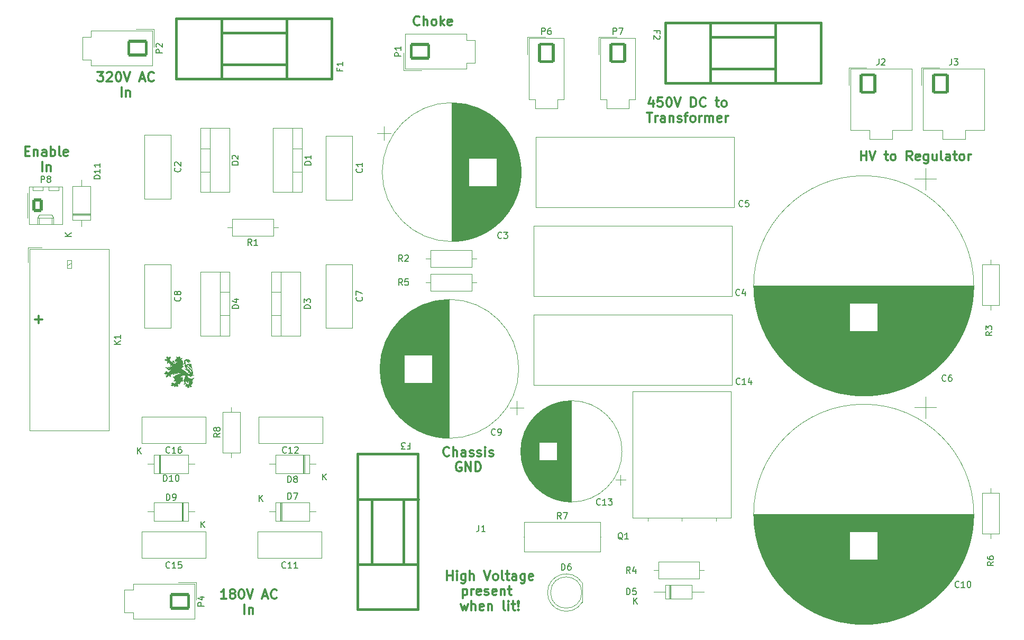
<source format=gbr>
G04 #@! TF.GenerationSoftware,KiCad,Pcbnew,8.0.5*
G04 #@! TF.CreationDate,2024-11-20T22:14:33+01:00*
G04 #@! TF.ProjectId,400VAnoden,34303056-416e-46f6-9465-6e2e6b696361,rev?*
G04 #@! TF.SameCoordinates,Original*
G04 #@! TF.FileFunction,Legend,Top*
G04 #@! TF.FilePolarity,Positive*
%FSLAX46Y46*%
G04 Gerber Fmt 4.6, Leading zero omitted, Abs format (unit mm)*
G04 Created by KiCad (PCBNEW 8.0.5) date 2024-11-20 22:14:33*
%MOMM*%
%LPD*%
G01*
G04 APERTURE LIST*
G04 Aperture macros list*
%AMRoundRect*
0 Rectangle with rounded corners*
0 $1 Rounding radius*
0 $2 $3 $4 $5 $6 $7 $8 $9 X,Y pos of 4 corners*
0 Add a 4 corners polygon primitive as box body*
4,1,4,$2,$3,$4,$5,$6,$7,$8,$9,$2,$3,0*
0 Add four circle primitives for the rounded corners*
1,1,$1+$1,$2,$3*
1,1,$1+$1,$4,$5*
1,1,$1+$1,$6,$7*
1,1,$1+$1,$8,$9*
0 Add four rect primitives between the rounded corners*
20,1,$1+$1,$2,$3,$4,$5,0*
20,1,$1+$1,$4,$5,$6,$7,0*
20,1,$1+$1,$6,$7,$8,$9,0*
20,1,$1+$1,$8,$9,$2,$3,0*%
G04 Aperture macros list end*
%ADD10C,0.300000*%
%ADD11C,0.150000*%
%ADD12C,0.120000*%
%ADD13C,0.381000*%
%ADD14C,0.010000*%
%ADD15R,4.000000X4.000000*%
%ADD16C,4.000000*%
%ADD17C,2.400000*%
%ADD18R,2.000000X2.000000*%
%ADD19O,2.000000X2.000000*%
%ADD20R,1.600000X1.600000*%
%ADD21O,1.600000X1.600000*%
%ADD22R,1.800000X1.800000*%
%ADD23C,1.800000*%
%ADD24R,2.200000X2.200000*%
%ADD25O,2.200000X2.200000*%
%ADD26C,3.500120*%
%ADD27RoundRect,0.250001X1.399999X-1.099999X1.399999X1.099999X-1.399999X1.099999X-1.399999X-1.099999X0*%
%ADD28O,3.300000X2.700000*%
%ADD29RoundRect,0.250001X-1.399999X1.099999X-1.399999X-1.099999X1.399999X-1.099999X1.399999X1.099999X0*%
%ADD30C,1.600000*%
%ADD31O,2.400000X2.400000*%
%ADD32C,2.000000*%
%ADD33O,3.400000X3.400000*%
%ADD34R,2.500000X4.500000*%
%ADD35O,2.500000X4.500000*%
%ADD36R,2.400000X2.400000*%
%ADD37RoundRect,0.250001X-1.099999X-1.399999X1.099999X-1.399999X1.099999X1.399999X-1.099999X1.399999X0*%
%ADD38O,2.700000X3.300000*%
%ADD39RoundRect,0.250000X-0.620000X-0.845000X0.620000X-0.845000X0.620000X0.845000X-0.620000X0.845000X0*%
%ADD40O,1.740000X2.190000*%
%ADD41C,0.800000*%
%ADD42C,6.400000*%
%ADD43C,3.500000*%
G04 APERTURE END LIST*
D10*
X105721514Y-98688069D02*
X105650086Y-98759498D01*
X105650086Y-98759498D02*
X105435800Y-98830926D01*
X105435800Y-98830926D02*
X105292943Y-98830926D01*
X105292943Y-98830926D02*
X105078657Y-98759498D01*
X105078657Y-98759498D02*
X104935800Y-98616640D01*
X104935800Y-98616640D02*
X104864371Y-98473783D01*
X104864371Y-98473783D02*
X104792943Y-98188069D01*
X104792943Y-98188069D02*
X104792943Y-97973783D01*
X104792943Y-97973783D02*
X104864371Y-97688069D01*
X104864371Y-97688069D02*
X104935800Y-97545212D01*
X104935800Y-97545212D02*
X105078657Y-97402355D01*
X105078657Y-97402355D02*
X105292943Y-97330926D01*
X105292943Y-97330926D02*
X105435800Y-97330926D01*
X105435800Y-97330926D02*
X105650086Y-97402355D01*
X105650086Y-97402355D02*
X105721514Y-97473783D01*
X106364371Y-98830926D02*
X106364371Y-97330926D01*
X107007229Y-98830926D02*
X107007229Y-98045212D01*
X107007229Y-98045212D02*
X106935800Y-97902355D01*
X106935800Y-97902355D02*
X106792943Y-97830926D01*
X106792943Y-97830926D02*
X106578657Y-97830926D01*
X106578657Y-97830926D02*
X106435800Y-97902355D01*
X106435800Y-97902355D02*
X106364371Y-97973783D01*
X108364372Y-98830926D02*
X108364372Y-98045212D01*
X108364372Y-98045212D02*
X108292943Y-97902355D01*
X108292943Y-97902355D02*
X108150086Y-97830926D01*
X108150086Y-97830926D02*
X107864372Y-97830926D01*
X107864372Y-97830926D02*
X107721514Y-97902355D01*
X108364372Y-98759498D02*
X108221514Y-98830926D01*
X108221514Y-98830926D02*
X107864372Y-98830926D01*
X107864372Y-98830926D02*
X107721514Y-98759498D01*
X107721514Y-98759498D02*
X107650086Y-98616640D01*
X107650086Y-98616640D02*
X107650086Y-98473783D01*
X107650086Y-98473783D02*
X107721514Y-98330926D01*
X107721514Y-98330926D02*
X107864372Y-98259498D01*
X107864372Y-98259498D02*
X108221514Y-98259498D01*
X108221514Y-98259498D02*
X108364372Y-98188069D01*
X109007229Y-98759498D02*
X109150086Y-98830926D01*
X109150086Y-98830926D02*
X109435800Y-98830926D01*
X109435800Y-98830926D02*
X109578657Y-98759498D01*
X109578657Y-98759498D02*
X109650086Y-98616640D01*
X109650086Y-98616640D02*
X109650086Y-98545212D01*
X109650086Y-98545212D02*
X109578657Y-98402355D01*
X109578657Y-98402355D02*
X109435800Y-98330926D01*
X109435800Y-98330926D02*
X109221515Y-98330926D01*
X109221515Y-98330926D02*
X109078657Y-98259498D01*
X109078657Y-98259498D02*
X109007229Y-98116640D01*
X109007229Y-98116640D02*
X109007229Y-98045212D01*
X109007229Y-98045212D02*
X109078657Y-97902355D01*
X109078657Y-97902355D02*
X109221515Y-97830926D01*
X109221515Y-97830926D02*
X109435800Y-97830926D01*
X109435800Y-97830926D02*
X109578657Y-97902355D01*
X110221515Y-98759498D02*
X110364372Y-98830926D01*
X110364372Y-98830926D02*
X110650086Y-98830926D01*
X110650086Y-98830926D02*
X110792943Y-98759498D01*
X110792943Y-98759498D02*
X110864372Y-98616640D01*
X110864372Y-98616640D02*
X110864372Y-98545212D01*
X110864372Y-98545212D02*
X110792943Y-98402355D01*
X110792943Y-98402355D02*
X110650086Y-98330926D01*
X110650086Y-98330926D02*
X110435801Y-98330926D01*
X110435801Y-98330926D02*
X110292943Y-98259498D01*
X110292943Y-98259498D02*
X110221515Y-98116640D01*
X110221515Y-98116640D02*
X110221515Y-98045212D01*
X110221515Y-98045212D02*
X110292943Y-97902355D01*
X110292943Y-97902355D02*
X110435801Y-97830926D01*
X110435801Y-97830926D02*
X110650086Y-97830926D01*
X110650086Y-97830926D02*
X110792943Y-97902355D01*
X111507229Y-98830926D02*
X111507229Y-97830926D01*
X111507229Y-97330926D02*
X111435801Y-97402355D01*
X111435801Y-97402355D02*
X111507229Y-97473783D01*
X111507229Y-97473783D02*
X111578658Y-97402355D01*
X111578658Y-97402355D02*
X111507229Y-97330926D01*
X111507229Y-97330926D02*
X111507229Y-97473783D01*
X112150087Y-98759498D02*
X112292944Y-98830926D01*
X112292944Y-98830926D02*
X112578658Y-98830926D01*
X112578658Y-98830926D02*
X112721515Y-98759498D01*
X112721515Y-98759498D02*
X112792944Y-98616640D01*
X112792944Y-98616640D02*
X112792944Y-98545212D01*
X112792944Y-98545212D02*
X112721515Y-98402355D01*
X112721515Y-98402355D02*
X112578658Y-98330926D01*
X112578658Y-98330926D02*
X112364373Y-98330926D01*
X112364373Y-98330926D02*
X112221515Y-98259498D01*
X112221515Y-98259498D02*
X112150087Y-98116640D01*
X112150087Y-98116640D02*
X112150087Y-98045212D01*
X112150087Y-98045212D02*
X112221515Y-97902355D01*
X112221515Y-97902355D02*
X112364373Y-97830926D01*
X112364373Y-97830926D02*
X112578658Y-97830926D01*
X112578658Y-97830926D02*
X112721515Y-97902355D01*
X107650087Y-99817271D02*
X107507230Y-99745842D01*
X107507230Y-99745842D02*
X107292944Y-99745842D01*
X107292944Y-99745842D02*
X107078658Y-99817271D01*
X107078658Y-99817271D02*
X106935801Y-99960128D01*
X106935801Y-99960128D02*
X106864372Y-100102985D01*
X106864372Y-100102985D02*
X106792944Y-100388699D01*
X106792944Y-100388699D02*
X106792944Y-100602985D01*
X106792944Y-100602985D02*
X106864372Y-100888699D01*
X106864372Y-100888699D02*
X106935801Y-101031556D01*
X106935801Y-101031556D02*
X107078658Y-101174414D01*
X107078658Y-101174414D02*
X107292944Y-101245842D01*
X107292944Y-101245842D02*
X107435801Y-101245842D01*
X107435801Y-101245842D02*
X107650087Y-101174414D01*
X107650087Y-101174414D02*
X107721515Y-101102985D01*
X107721515Y-101102985D02*
X107721515Y-100602985D01*
X107721515Y-100602985D02*
X107435801Y-100602985D01*
X108364372Y-101245842D02*
X108364372Y-99745842D01*
X108364372Y-99745842D02*
X109221515Y-101245842D01*
X109221515Y-101245842D02*
X109221515Y-99745842D01*
X109935801Y-101245842D02*
X109935801Y-99745842D01*
X109935801Y-99745842D02*
X110292944Y-99745842D01*
X110292944Y-99745842D02*
X110507230Y-99817271D01*
X110507230Y-99817271D02*
X110650087Y-99960128D01*
X110650087Y-99960128D02*
X110721516Y-100102985D01*
X110721516Y-100102985D02*
X110792944Y-100388699D01*
X110792944Y-100388699D02*
X110792944Y-100602985D01*
X110792944Y-100602985D02*
X110721516Y-100888699D01*
X110721516Y-100888699D02*
X110650087Y-101031556D01*
X110650087Y-101031556D02*
X110507230Y-101174414D01*
X110507230Y-101174414D02*
X110292944Y-101245842D01*
X110292944Y-101245842D02*
X109935801Y-101245842D01*
X105410856Y-118659412D02*
X105410856Y-117159412D01*
X105410856Y-117873698D02*
X106267999Y-117873698D01*
X106267999Y-118659412D02*
X106267999Y-117159412D01*
X106982285Y-118659412D02*
X106982285Y-117659412D01*
X106982285Y-117159412D02*
X106910857Y-117230841D01*
X106910857Y-117230841D02*
X106982285Y-117302269D01*
X106982285Y-117302269D02*
X107053714Y-117230841D01*
X107053714Y-117230841D02*
X106982285Y-117159412D01*
X106982285Y-117159412D02*
X106982285Y-117302269D01*
X108339429Y-117659412D02*
X108339429Y-118873698D01*
X108339429Y-118873698D02*
X108268000Y-119016555D01*
X108268000Y-119016555D02*
X108196571Y-119087984D01*
X108196571Y-119087984D02*
X108053714Y-119159412D01*
X108053714Y-119159412D02*
X107839429Y-119159412D01*
X107839429Y-119159412D02*
X107696571Y-119087984D01*
X108339429Y-118587984D02*
X108196571Y-118659412D01*
X108196571Y-118659412D02*
X107910857Y-118659412D01*
X107910857Y-118659412D02*
X107768000Y-118587984D01*
X107768000Y-118587984D02*
X107696571Y-118516555D01*
X107696571Y-118516555D02*
X107625143Y-118373698D01*
X107625143Y-118373698D02*
X107625143Y-117945126D01*
X107625143Y-117945126D02*
X107696571Y-117802269D01*
X107696571Y-117802269D02*
X107768000Y-117730841D01*
X107768000Y-117730841D02*
X107910857Y-117659412D01*
X107910857Y-117659412D02*
X108196571Y-117659412D01*
X108196571Y-117659412D02*
X108339429Y-117730841D01*
X109053714Y-118659412D02*
X109053714Y-117159412D01*
X109696572Y-118659412D02*
X109696572Y-117873698D01*
X109696572Y-117873698D02*
X109625143Y-117730841D01*
X109625143Y-117730841D02*
X109482286Y-117659412D01*
X109482286Y-117659412D02*
X109268000Y-117659412D01*
X109268000Y-117659412D02*
X109125143Y-117730841D01*
X109125143Y-117730841D02*
X109053714Y-117802269D01*
X111339429Y-117159412D02*
X111839429Y-118659412D01*
X111839429Y-118659412D02*
X112339429Y-117159412D01*
X113053714Y-118659412D02*
X112910857Y-118587984D01*
X112910857Y-118587984D02*
X112839428Y-118516555D01*
X112839428Y-118516555D02*
X112768000Y-118373698D01*
X112768000Y-118373698D02*
X112768000Y-117945126D01*
X112768000Y-117945126D02*
X112839428Y-117802269D01*
X112839428Y-117802269D02*
X112910857Y-117730841D01*
X112910857Y-117730841D02*
X113053714Y-117659412D01*
X113053714Y-117659412D02*
X113268000Y-117659412D01*
X113268000Y-117659412D02*
X113410857Y-117730841D01*
X113410857Y-117730841D02*
X113482286Y-117802269D01*
X113482286Y-117802269D02*
X113553714Y-117945126D01*
X113553714Y-117945126D02*
X113553714Y-118373698D01*
X113553714Y-118373698D02*
X113482286Y-118516555D01*
X113482286Y-118516555D02*
X113410857Y-118587984D01*
X113410857Y-118587984D02*
X113268000Y-118659412D01*
X113268000Y-118659412D02*
X113053714Y-118659412D01*
X114410857Y-118659412D02*
X114268000Y-118587984D01*
X114268000Y-118587984D02*
X114196571Y-118445126D01*
X114196571Y-118445126D02*
X114196571Y-117159412D01*
X114768000Y-117659412D02*
X115339428Y-117659412D01*
X114982285Y-117159412D02*
X114982285Y-118445126D01*
X114982285Y-118445126D02*
X115053714Y-118587984D01*
X115053714Y-118587984D02*
X115196571Y-118659412D01*
X115196571Y-118659412D02*
X115339428Y-118659412D01*
X116482286Y-118659412D02*
X116482286Y-117873698D01*
X116482286Y-117873698D02*
X116410857Y-117730841D01*
X116410857Y-117730841D02*
X116268000Y-117659412D01*
X116268000Y-117659412D02*
X115982286Y-117659412D01*
X115982286Y-117659412D02*
X115839428Y-117730841D01*
X116482286Y-118587984D02*
X116339428Y-118659412D01*
X116339428Y-118659412D02*
X115982286Y-118659412D01*
X115982286Y-118659412D02*
X115839428Y-118587984D01*
X115839428Y-118587984D02*
X115768000Y-118445126D01*
X115768000Y-118445126D02*
X115768000Y-118302269D01*
X115768000Y-118302269D02*
X115839428Y-118159412D01*
X115839428Y-118159412D02*
X115982286Y-118087984D01*
X115982286Y-118087984D02*
X116339428Y-118087984D01*
X116339428Y-118087984D02*
X116482286Y-118016555D01*
X117839429Y-117659412D02*
X117839429Y-118873698D01*
X117839429Y-118873698D02*
X117768000Y-119016555D01*
X117768000Y-119016555D02*
X117696571Y-119087984D01*
X117696571Y-119087984D02*
X117553714Y-119159412D01*
X117553714Y-119159412D02*
X117339429Y-119159412D01*
X117339429Y-119159412D02*
X117196571Y-119087984D01*
X117839429Y-118587984D02*
X117696571Y-118659412D01*
X117696571Y-118659412D02*
X117410857Y-118659412D01*
X117410857Y-118659412D02*
X117268000Y-118587984D01*
X117268000Y-118587984D02*
X117196571Y-118516555D01*
X117196571Y-118516555D02*
X117125143Y-118373698D01*
X117125143Y-118373698D02*
X117125143Y-117945126D01*
X117125143Y-117945126D02*
X117196571Y-117802269D01*
X117196571Y-117802269D02*
X117268000Y-117730841D01*
X117268000Y-117730841D02*
X117410857Y-117659412D01*
X117410857Y-117659412D02*
X117696571Y-117659412D01*
X117696571Y-117659412D02*
X117839429Y-117730841D01*
X119125143Y-118587984D02*
X118982286Y-118659412D01*
X118982286Y-118659412D02*
X118696572Y-118659412D01*
X118696572Y-118659412D02*
X118553714Y-118587984D01*
X118553714Y-118587984D02*
X118482286Y-118445126D01*
X118482286Y-118445126D02*
X118482286Y-117873698D01*
X118482286Y-117873698D02*
X118553714Y-117730841D01*
X118553714Y-117730841D02*
X118696572Y-117659412D01*
X118696572Y-117659412D02*
X118982286Y-117659412D01*
X118982286Y-117659412D02*
X119125143Y-117730841D01*
X119125143Y-117730841D02*
X119196572Y-117873698D01*
X119196572Y-117873698D02*
X119196572Y-118016555D01*
X119196572Y-118016555D02*
X118482286Y-118159412D01*
X107910857Y-120074328D02*
X107910857Y-121574328D01*
X107910857Y-120145757D02*
X108053715Y-120074328D01*
X108053715Y-120074328D02*
X108339429Y-120074328D01*
X108339429Y-120074328D02*
X108482286Y-120145757D01*
X108482286Y-120145757D02*
X108553715Y-120217185D01*
X108553715Y-120217185D02*
X108625143Y-120360042D01*
X108625143Y-120360042D02*
X108625143Y-120788614D01*
X108625143Y-120788614D02*
X108553715Y-120931471D01*
X108553715Y-120931471D02*
X108482286Y-121002900D01*
X108482286Y-121002900D02*
X108339429Y-121074328D01*
X108339429Y-121074328D02*
X108053715Y-121074328D01*
X108053715Y-121074328D02*
X107910857Y-121002900D01*
X109268000Y-121074328D02*
X109268000Y-120074328D01*
X109268000Y-120360042D02*
X109339429Y-120217185D01*
X109339429Y-120217185D02*
X109410858Y-120145757D01*
X109410858Y-120145757D02*
X109553715Y-120074328D01*
X109553715Y-120074328D02*
X109696572Y-120074328D01*
X110768000Y-121002900D02*
X110625143Y-121074328D01*
X110625143Y-121074328D02*
X110339429Y-121074328D01*
X110339429Y-121074328D02*
X110196571Y-121002900D01*
X110196571Y-121002900D02*
X110125143Y-120860042D01*
X110125143Y-120860042D02*
X110125143Y-120288614D01*
X110125143Y-120288614D02*
X110196571Y-120145757D01*
X110196571Y-120145757D02*
X110339429Y-120074328D01*
X110339429Y-120074328D02*
X110625143Y-120074328D01*
X110625143Y-120074328D02*
X110768000Y-120145757D01*
X110768000Y-120145757D02*
X110839429Y-120288614D01*
X110839429Y-120288614D02*
X110839429Y-120431471D01*
X110839429Y-120431471D02*
X110125143Y-120574328D01*
X111410857Y-121002900D02*
X111553714Y-121074328D01*
X111553714Y-121074328D02*
X111839428Y-121074328D01*
X111839428Y-121074328D02*
X111982285Y-121002900D01*
X111982285Y-121002900D02*
X112053714Y-120860042D01*
X112053714Y-120860042D02*
X112053714Y-120788614D01*
X112053714Y-120788614D02*
X111982285Y-120645757D01*
X111982285Y-120645757D02*
X111839428Y-120574328D01*
X111839428Y-120574328D02*
X111625143Y-120574328D01*
X111625143Y-120574328D02*
X111482285Y-120502900D01*
X111482285Y-120502900D02*
X111410857Y-120360042D01*
X111410857Y-120360042D02*
X111410857Y-120288614D01*
X111410857Y-120288614D02*
X111482285Y-120145757D01*
X111482285Y-120145757D02*
X111625143Y-120074328D01*
X111625143Y-120074328D02*
X111839428Y-120074328D01*
X111839428Y-120074328D02*
X111982285Y-120145757D01*
X113268000Y-121002900D02*
X113125143Y-121074328D01*
X113125143Y-121074328D02*
X112839429Y-121074328D01*
X112839429Y-121074328D02*
X112696571Y-121002900D01*
X112696571Y-121002900D02*
X112625143Y-120860042D01*
X112625143Y-120860042D02*
X112625143Y-120288614D01*
X112625143Y-120288614D02*
X112696571Y-120145757D01*
X112696571Y-120145757D02*
X112839429Y-120074328D01*
X112839429Y-120074328D02*
X113125143Y-120074328D01*
X113125143Y-120074328D02*
X113268000Y-120145757D01*
X113268000Y-120145757D02*
X113339429Y-120288614D01*
X113339429Y-120288614D02*
X113339429Y-120431471D01*
X113339429Y-120431471D02*
X112625143Y-120574328D01*
X113982285Y-120074328D02*
X113982285Y-121074328D01*
X113982285Y-120217185D02*
X114053714Y-120145757D01*
X114053714Y-120145757D02*
X114196571Y-120074328D01*
X114196571Y-120074328D02*
X114410857Y-120074328D01*
X114410857Y-120074328D02*
X114553714Y-120145757D01*
X114553714Y-120145757D02*
X114625143Y-120288614D01*
X114625143Y-120288614D02*
X114625143Y-121074328D01*
X115125143Y-120074328D02*
X115696571Y-120074328D01*
X115339428Y-119574328D02*
X115339428Y-120860042D01*
X115339428Y-120860042D02*
X115410857Y-121002900D01*
X115410857Y-121002900D02*
X115553714Y-121074328D01*
X115553714Y-121074328D02*
X115696571Y-121074328D01*
X107589428Y-122489244D02*
X107875143Y-123489244D01*
X107875143Y-123489244D02*
X108160857Y-122774958D01*
X108160857Y-122774958D02*
X108446571Y-123489244D01*
X108446571Y-123489244D02*
X108732285Y-122489244D01*
X109303714Y-123489244D02*
X109303714Y-121989244D01*
X109946572Y-123489244D02*
X109946572Y-122703530D01*
X109946572Y-122703530D02*
X109875143Y-122560673D01*
X109875143Y-122560673D02*
X109732286Y-122489244D01*
X109732286Y-122489244D02*
X109518000Y-122489244D01*
X109518000Y-122489244D02*
X109375143Y-122560673D01*
X109375143Y-122560673D02*
X109303714Y-122632101D01*
X111232286Y-123417816D02*
X111089429Y-123489244D01*
X111089429Y-123489244D02*
X110803715Y-123489244D01*
X110803715Y-123489244D02*
X110660857Y-123417816D01*
X110660857Y-123417816D02*
X110589429Y-123274958D01*
X110589429Y-123274958D02*
X110589429Y-122703530D01*
X110589429Y-122703530D02*
X110660857Y-122560673D01*
X110660857Y-122560673D02*
X110803715Y-122489244D01*
X110803715Y-122489244D02*
X111089429Y-122489244D01*
X111089429Y-122489244D02*
X111232286Y-122560673D01*
X111232286Y-122560673D02*
X111303715Y-122703530D01*
X111303715Y-122703530D02*
X111303715Y-122846387D01*
X111303715Y-122846387D02*
X110589429Y-122989244D01*
X111946571Y-122489244D02*
X111946571Y-123489244D01*
X111946571Y-122632101D02*
X112018000Y-122560673D01*
X112018000Y-122560673D02*
X112160857Y-122489244D01*
X112160857Y-122489244D02*
X112375143Y-122489244D01*
X112375143Y-122489244D02*
X112518000Y-122560673D01*
X112518000Y-122560673D02*
X112589429Y-122703530D01*
X112589429Y-122703530D02*
X112589429Y-123489244D01*
X114660857Y-123489244D02*
X114518000Y-123417816D01*
X114518000Y-123417816D02*
X114446571Y-123274958D01*
X114446571Y-123274958D02*
X114446571Y-121989244D01*
X115232285Y-123489244D02*
X115232285Y-122489244D01*
X115232285Y-121989244D02*
X115160857Y-122060673D01*
X115160857Y-122060673D02*
X115232285Y-122132101D01*
X115232285Y-122132101D02*
X115303714Y-122060673D01*
X115303714Y-122060673D02*
X115232285Y-121989244D01*
X115232285Y-121989244D02*
X115232285Y-122132101D01*
X115732286Y-122489244D02*
X116303714Y-122489244D01*
X115946571Y-121989244D02*
X115946571Y-123274958D01*
X115946571Y-123274958D02*
X116018000Y-123417816D01*
X116018000Y-123417816D02*
X116160857Y-123489244D01*
X116160857Y-123489244D02*
X116303714Y-123489244D01*
X116803714Y-123346387D02*
X116875143Y-123417816D01*
X116875143Y-123417816D02*
X116803714Y-123489244D01*
X116803714Y-123489244D02*
X116732286Y-123417816D01*
X116732286Y-123417816D02*
X116803714Y-123346387D01*
X116803714Y-123346387D02*
X116803714Y-123489244D01*
X116803714Y-122917816D02*
X116732286Y-122060673D01*
X116732286Y-122060673D02*
X116803714Y-121989244D01*
X116803714Y-121989244D02*
X116875143Y-122060673D01*
X116875143Y-122060673D02*
X116803714Y-122917816D01*
X116803714Y-122917816D02*
X116803714Y-121989244D01*
X100981142Y-29745471D02*
X100909714Y-29816900D01*
X100909714Y-29816900D02*
X100695428Y-29888328D01*
X100695428Y-29888328D02*
X100552571Y-29888328D01*
X100552571Y-29888328D02*
X100338285Y-29816900D01*
X100338285Y-29816900D02*
X100195428Y-29674042D01*
X100195428Y-29674042D02*
X100123999Y-29531185D01*
X100123999Y-29531185D02*
X100052571Y-29245471D01*
X100052571Y-29245471D02*
X100052571Y-29031185D01*
X100052571Y-29031185D02*
X100123999Y-28745471D01*
X100123999Y-28745471D02*
X100195428Y-28602614D01*
X100195428Y-28602614D02*
X100338285Y-28459757D01*
X100338285Y-28459757D02*
X100552571Y-28388328D01*
X100552571Y-28388328D02*
X100695428Y-28388328D01*
X100695428Y-28388328D02*
X100909714Y-28459757D01*
X100909714Y-28459757D02*
X100981142Y-28531185D01*
X101623999Y-29888328D02*
X101623999Y-28388328D01*
X102266857Y-29888328D02*
X102266857Y-29102614D01*
X102266857Y-29102614D02*
X102195428Y-28959757D01*
X102195428Y-28959757D02*
X102052571Y-28888328D01*
X102052571Y-28888328D02*
X101838285Y-28888328D01*
X101838285Y-28888328D02*
X101695428Y-28959757D01*
X101695428Y-28959757D02*
X101623999Y-29031185D01*
X103195428Y-29888328D02*
X103052571Y-29816900D01*
X103052571Y-29816900D02*
X102981142Y-29745471D01*
X102981142Y-29745471D02*
X102909714Y-29602614D01*
X102909714Y-29602614D02*
X102909714Y-29174042D01*
X102909714Y-29174042D02*
X102981142Y-29031185D01*
X102981142Y-29031185D02*
X103052571Y-28959757D01*
X103052571Y-28959757D02*
X103195428Y-28888328D01*
X103195428Y-28888328D02*
X103409714Y-28888328D01*
X103409714Y-28888328D02*
X103552571Y-28959757D01*
X103552571Y-28959757D02*
X103624000Y-29031185D01*
X103624000Y-29031185D02*
X103695428Y-29174042D01*
X103695428Y-29174042D02*
X103695428Y-29602614D01*
X103695428Y-29602614D02*
X103624000Y-29745471D01*
X103624000Y-29745471D02*
X103552571Y-29816900D01*
X103552571Y-29816900D02*
X103409714Y-29888328D01*
X103409714Y-29888328D02*
X103195428Y-29888328D01*
X104338285Y-29888328D02*
X104338285Y-28388328D01*
X104481143Y-29316900D02*
X104909714Y-29888328D01*
X104909714Y-28888328D02*
X104338285Y-29459757D01*
X106124000Y-29816900D02*
X105981143Y-29888328D01*
X105981143Y-29888328D02*
X105695429Y-29888328D01*
X105695429Y-29888328D02*
X105552571Y-29816900D01*
X105552571Y-29816900D02*
X105481143Y-29674042D01*
X105481143Y-29674042D02*
X105481143Y-29102614D01*
X105481143Y-29102614D02*
X105552571Y-28959757D01*
X105552571Y-28959757D02*
X105695429Y-28888328D01*
X105695429Y-28888328D02*
X105981143Y-28888328D01*
X105981143Y-28888328D02*
X106124000Y-28959757D01*
X106124000Y-28959757D02*
X106195429Y-29102614D01*
X106195429Y-29102614D02*
X106195429Y-29245471D01*
X106195429Y-29245471D02*
X105481143Y-29388328D01*
X37882142Y-49993156D02*
X38382142Y-49993156D01*
X38596428Y-50778870D02*
X37882142Y-50778870D01*
X37882142Y-50778870D02*
X37882142Y-49278870D01*
X37882142Y-49278870D02*
X38596428Y-49278870D01*
X39239285Y-49778870D02*
X39239285Y-50778870D01*
X39239285Y-49921727D02*
X39310714Y-49850299D01*
X39310714Y-49850299D02*
X39453571Y-49778870D01*
X39453571Y-49778870D02*
X39667857Y-49778870D01*
X39667857Y-49778870D02*
X39810714Y-49850299D01*
X39810714Y-49850299D02*
X39882143Y-49993156D01*
X39882143Y-49993156D02*
X39882143Y-50778870D01*
X41239286Y-50778870D02*
X41239286Y-49993156D01*
X41239286Y-49993156D02*
X41167857Y-49850299D01*
X41167857Y-49850299D02*
X41025000Y-49778870D01*
X41025000Y-49778870D02*
X40739286Y-49778870D01*
X40739286Y-49778870D02*
X40596428Y-49850299D01*
X41239286Y-50707442D02*
X41096428Y-50778870D01*
X41096428Y-50778870D02*
X40739286Y-50778870D01*
X40739286Y-50778870D02*
X40596428Y-50707442D01*
X40596428Y-50707442D02*
X40525000Y-50564584D01*
X40525000Y-50564584D02*
X40525000Y-50421727D01*
X40525000Y-50421727D02*
X40596428Y-50278870D01*
X40596428Y-50278870D02*
X40739286Y-50207442D01*
X40739286Y-50207442D02*
X41096428Y-50207442D01*
X41096428Y-50207442D02*
X41239286Y-50136013D01*
X41953571Y-50778870D02*
X41953571Y-49278870D01*
X41953571Y-49850299D02*
X42096429Y-49778870D01*
X42096429Y-49778870D02*
X42382143Y-49778870D01*
X42382143Y-49778870D02*
X42525000Y-49850299D01*
X42525000Y-49850299D02*
X42596429Y-49921727D01*
X42596429Y-49921727D02*
X42667857Y-50064584D01*
X42667857Y-50064584D02*
X42667857Y-50493156D01*
X42667857Y-50493156D02*
X42596429Y-50636013D01*
X42596429Y-50636013D02*
X42525000Y-50707442D01*
X42525000Y-50707442D02*
X42382143Y-50778870D01*
X42382143Y-50778870D02*
X42096429Y-50778870D01*
X42096429Y-50778870D02*
X41953571Y-50707442D01*
X43525000Y-50778870D02*
X43382143Y-50707442D01*
X43382143Y-50707442D02*
X43310714Y-50564584D01*
X43310714Y-50564584D02*
X43310714Y-49278870D01*
X44667857Y-50707442D02*
X44525000Y-50778870D01*
X44525000Y-50778870D02*
X44239286Y-50778870D01*
X44239286Y-50778870D02*
X44096428Y-50707442D01*
X44096428Y-50707442D02*
X44025000Y-50564584D01*
X44025000Y-50564584D02*
X44025000Y-49993156D01*
X44025000Y-49993156D02*
X44096428Y-49850299D01*
X44096428Y-49850299D02*
X44239286Y-49778870D01*
X44239286Y-49778870D02*
X44525000Y-49778870D01*
X44525000Y-49778870D02*
X44667857Y-49850299D01*
X44667857Y-49850299D02*
X44739286Y-49993156D01*
X44739286Y-49993156D02*
X44739286Y-50136013D01*
X44739286Y-50136013D02*
X44025000Y-50278870D01*
X40596428Y-53193786D02*
X40596428Y-51693786D01*
X41310714Y-52193786D02*
X41310714Y-53193786D01*
X41310714Y-52336643D02*
X41382143Y-52265215D01*
X41382143Y-52265215D02*
X41525000Y-52193786D01*
X41525000Y-52193786D02*
X41739286Y-52193786D01*
X41739286Y-52193786D02*
X41882143Y-52265215D01*
X41882143Y-52265215D02*
X41953572Y-52408072D01*
X41953572Y-52408072D02*
X41953572Y-53193786D01*
X40576428Y-76941900D02*
X39433571Y-76941900D01*
X40004999Y-77513328D02*
X40004999Y-76370471D01*
X70052858Y-121644870D02*
X69195715Y-121644870D01*
X69624286Y-121644870D02*
X69624286Y-120144870D01*
X69624286Y-120144870D02*
X69481429Y-120359156D01*
X69481429Y-120359156D02*
X69338572Y-120502013D01*
X69338572Y-120502013D02*
X69195715Y-120573442D01*
X70910000Y-120787727D02*
X70767143Y-120716299D01*
X70767143Y-120716299D02*
X70695714Y-120644870D01*
X70695714Y-120644870D02*
X70624286Y-120502013D01*
X70624286Y-120502013D02*
X70624286Y-120430584D01*
X70624286Y-120430584D02*
X70695714Y-120287727D01*
X70695714Y-120287727D02*
X70767143Y-120216299D01*
X70767143Y-120216299D02*
X70910000Y-120144870D01*
X70910000Y-120144870D02*
X71195714Y-120144870D01*
X71195714Y-120144870D02*
X71338572Y-120216299D01*
X71338572Y-120216299D02*
X71410000Y-120287727D01*
X71410000Y-120287727D02*
X71481429Y-120430584D01*
X71481429Y-120430584D02*
X71481429Y-120502013D01*
X71481429Y-120502013D02*
X71410000Y-120644870D01*
X71410000Y-120644870D02*
X71338572Y-120716299D01*
X71338572Y-120716299D02*
X71195714Y-120787727D01*
X71195714Y-120787727D02*
X70910000Y-120787727D01*
X70910000Y-120787727D02*
X70767143Y-120859156D01*
X70767143Y-120859156D02*
X70695714Y-120930584D01*
X70695714Y-120930584D02*
X70624286Y-121073442D01*
X70624286Y-121073442D02*
X70624286Y-121359156D01*
X70624286Y-121359156D02*
X70695714Y-121502013D01*
X70695714Y-121502013D02*
X70767143Y-121573442D01*
X70767143Y-121573442D02*
X70910000Y-121644870D01*
X70910000Y-121644870D02*
X71195714Y-121644870D01*
X71195714Y-121644870D02*
X71338572Y-121573442D01*
X71338572Y-121573442D02*
X71410000Y-121502013D01*
X71410000Y-121502013D02*
X71481429Y-121359156D01*
X71481429Y-121359156D02*
X71481429Y-121073442D01*
X71481429Y-121073442D02*
X71410000Y-120930584D01*
X71410000Y-120930584D02*
X71338572Y-120859156D01*
X71338572Y-120859156D02*
X71195714Y-120787727D01*
X72410000Y-120144870D02*
X72552857Y-120144870D01*
X72552857Y-120144870D02*
X72695714Y-120216299D01*
X72695714Y-120216299D02*
X72767143Y-120287727D01*
X72767143Y-120287727D02*
X72838571Y-120430584D01*
X72838571Y-120430584D02*
X72910000Y-120716299D01*
X72910000Y-120716299D02*
X72910000Y-121073442D01*
X72910000Y-121073442D02*
X72838571Y-121359156D01*
X72838571Y-121359156D02*
X72767143Y-121502013D01*
X72767143Y-121502013D02*
X72695714Y-121573442D01*
X72695714Y-121573442D02*
X72552857Y-121644870D01*
X72552857Y-121644870D02*
X72410000Y-121644870D01*
X72410000Y-121644870D02*
X72267143Y-121573442D01*
X72267143Y-121573442D02*
X72195714Y-121502013D01*
X72195714Y-121502013D02*
X72124285Y-121359156D01*
X72124285Y-121359156D02*
X72052857Y-121073442D01*
X72052857Y-121073442D02*
X72052857Y-120716299D01*
X72052857Y-120716299D02*
X72124285Y-120430584D01*
X72124285Y-120430584D02*
X72195714Y-120287727D01*
X72195714Y-120287727D02*
X72267143Y-120216299D01*
X72267143Y-120216299D02*
X72410000Y-120144870D01*
X73338571Y-120144870D02*
X73838571Y-121644870D01*
X73838571Y-121644870D02*
X74338571Y-120144870D01*
X75909999Y-121216299D02*
X76624285Y-121216299D01*
X75767142Y-121644870D02*
X76267142Y-120144870D01*
X76267142Y-120144870D02*
X76767142Y-121644870D01*
X78124284Y-121502013D02*
X78052856Y-121573442D01*
X78052856Y-121573442D02*
X77838570Y-121644870D01*
X77838570Y-121644870D02*
X77695713Y-121644870D01*
X77695713Y-121644870D02*
X77481427Y-121573442D01*
X77481427Y-121573442D02*
X77338570Y-121430584D01*
X77338570Y-121430584D02*
X77267141Y-121287727D01*
X77267141Y-121287727D02*
X77195713Y-121002013D01*
X77195713Y-121002013D02*
X77195713Y-120787727D01*
X77195713Y-120787727D02*
X77267141Y-120502013D01*
X77267141Y-120502013D02*
X77338570Y-120359156D01*
X77338570Y-120359156D02*
X77481427Y-120216299D01*
X77481427Y-120216299D02*
X77695713Y-120144870D01*
X77695713Y-120144870D02*
X77838570Y-120144870D01*
X77838570Y-120144870D02*
X78052856Y-120216299D01*
X78052856Y-120216299D02*
X78124284Y-120287727D01*
X72981428Y-124059786D02*
X72981428Y-122559786D01*
X73695714Y-123059786D02*
X73695714Y-124059786D01*
X73695714Y-123202643D02*
X73767143Y-123131215D01*
X73767143Y-123131215D02*
X73910000Y-123059786D01*
X73910000Y-123059786D02*
X74124286Y-123059786D01*
X74124286Y-123059786D02*
X74267143Y-123131215D01*
X74267143Y-123131215D02*
X74338572Y-123274072D01*
X74338572Y-123274072D02*
X74338572Y-124059786D01*
X138355287Y-41904870D02*
X138355287Y-42904870D01*
X137998144Y-41333442D02*
X137641001Y-42404870D01*
X137641001Y-42404870D02*
X138569572Y-42404870D01*
X139855286Y-41404870D02*
X139141000Y-41404870D01*
X139141000Y-41404870D02*
X139069572Y-42119156D01*
X139069572Y-42119156D02*
X139141000Y-42047727D01*
X139141000Y-42047727D02*
X139283858Y-41976299D01*
X139283858Y-41976299D02*
X139641000Y-41976299D01*
X139641000Y-41976299D02*
X139783858Y-42047727D01*
X139783858Y-42047727D02*
X139855286Y-42119156D01*
X139855286Y-42119156D02*
X139926715Y-42262013D01*
X139926715Y-42262013D02*
X139926715Y-42619156D01*
X139926715Y-42619156D02*
X139855286Y-42762013D01*
X139855286Y-42762013D02*
X139783858Y-42833442D01*
X139783858Y-42833442D02*
X139641000Y-42904870D01*
X139641000Y-42904870D02*
X139283858Y-42904870D01*
X139283858Y-42904870D02*
X139141000Y-42833442D01*
X139141000Y-42833442D02*
X139069572Y-42762013D01*
X140855286Y-41404870D02*
X140998143Y-41404870D01*
X140998143Y-41404870D02*
X141141000Y-41476299D01*
X141141000Y-41476299D02*
X141212429Y-41547727D01*
X141212429Y-41547727D02*
X141283857Y-41690584D01*
X141283857Y-41690584D02*
X141355286Y-41976299D01*
X141355286Y-41976299D02*
X141355286Y-42333442D01*
X141355286Y-42333442D02*
X141283857Y-42619156D01*
X141283857Y-42619156D02*
X141212429Y-42762013D01*
X141212429Y-42762013D02*
X141141000Y-42833442D01*
X141141000Y-42833442D02*
X140998143Y-42904870D01*
X140998143Y-42904870D02*
X140855286Y-42904870D01*
X140855286Y-42904870D02*
X140712429Y-42833442D01*
X140712429Y-42833442D02*
X140641000Y-42762013D01*
X140641000Y-42762013D02*
X140569571Y-42619156D01*
X140569571Y-42619156D02*
X140498143Y-42333442D01*
X140498143Y-42333442D02*
X140498143Y-41976299D01*
X140498143Y-41976299D02*
X140569571Y-41690584D01*
X140569571Y-41690584D02*
X140641000Y-41547727D01*
X140641000Y-41547727D02*
X140712429Y-41476299D01*
X140712429Y-41476299D02*
X140855286Y-41404870D01*
X141783857Y-41404870D02*
X142283857Y-42904870D01*
X142283857Y-42904870D02*
X142783857Y-41404870D01*
X144426713Y-42904870D02*
X144426713Y-41404870D01*
X144426713Y-41404870D02*
X144783856Y-41404870D01*
X144783856Y-41404870D02*
X144998142Y-41476299D01*
X144998142Y-41476299D02*
X145140999Y-41619156D01*
X145140999Y-41619156D02*
X145212428Y-41762013D01*
X145212428Y-41762013D02*
X145283856Y-42047727D01*
X145283856Y-42047727D02*
X145283856Y-42262013D01*
X145283856Y-42262013D02*
X145212428Y-42547727D01*
X145212428Y-42547727D02*
X145140999Y-42690584D01*
X145140999Y-42690584D02*
X144998142Y-42833442D01*
X144998142Y-42833442D02*
X144783856Y-42904870D01*
X144783856Y-42904870D02*
X144426713Y-42904870D01*
X146783856Y-42762013D02*
X146712428Y-42833442D01*
X146712428Y-42833442D02*
X146498142Y-42904870D01*
X146498142Y-42904870D02*
X146355285Y-42904870D01*
X146355285Y-42904870D02*
X146140999Y-42833442D01*
X146140999Y-42833442D02*
X145998142Y-42690584D01*
X145998142Y-42690584D02*
X145926713Y-42547727D01*
X145926713Y-42547727D02*
X145855285Y-42262013D01*
X145855285Y-42262013D02*
X145855285Y-42047727D01*
X145855285Y-42047727D02*
X145926713Y-41762013D01*
X145926713Y-41762013D02*
X145998142Y-41619156D01*
X145998142Y-41619156D02*
X146140999Y-41476299D01*
X146140999Y-41476299D02*
X146355285Y-41404870D01*
X146355285Y-41404870D02*
X146498142Y-41404870D01*
X146498142Y-41404870D02*
X146712428Y-41476299D01*
X146712428Y-41476299D02*
X146783856Y-41547727D01*
X148355285Y-41904870D02*
X148926713Y-41904870D01*
X148569570Y-41404870D02*
X148569570Y-42690584D01*
X148569570Y-42690584D02*
X148640999Y-42833442D01*
X148640999Y-42833442D02*
X148783856Y-42904870D01*
X148783856Y-42904870D02*
X148926713Y-42904870D01*
X149640999Y-42904870D02*
X149498142Y-42833442D01*
X149498142Y-42833442D02*
X149426713Y-42762013D01*
X149426713Y-42762013D02*
X149355285Y-42619156D01*
X149355285Y-42619156D02*
X149355285Y-42190584D01*
X149355285Y-42190584D02*
X149426713Y-42047727D01*
X149426713Y-42047727D02*
X149498142Y-41976299D01*
X149498142Y-41976299D02*
X149640999Y-41904870D01*
X149640999Y-41904870D02*
X149855285Y-41904870D01*
X149855285Y-41904870D02*
X149998142Y-41976299D01*
X149998142Y-41976299D02*
X150069571Y-42047727D01*
X150069571Y-42047727D02*
X150140999Y-42190584D01*
X150140999Y-42190584D02*
X150140999Y-42619156D01*
X150140999Y-42619156D02*
X150069571Y-42762013D01*
X150069571Y-42762013D02*
X149998142Y-42833442D01*
X149998142Y-42833442D02*
X149855285Y-42904870D01*
X149855285Y-42904870D02*
X149640999Y-42904870D01*
X137355286Y-43819786D02*
X138212429Y-43819786D01*
X137783857Y-45319786D02*
X137783857Y-43819786D01*
X138712428Y-45319786D02*
X138712428Y-44319786D01*
X138712428Y-44605500D02*
X138783857Y-44462643D01*
X138783857Y-44462643D02*
X138855286Y-44391215D01*
X138855286Y-44391215D02*
X138998143Y-44319786D01*
X138998143Y-44319786D02*
X139141000Y-44319786D01*
X140283857Y-45319786D02*
X140283857Y-44534072D01*
X140283857Y-44534072D02*
X140212428Y-44391215D01*
X140212428Y-44391215D02*
X140069571Y-44319786D01*
X140069571Y-44319786D02*
X139783857Y-44319786D01*
X139783857Y-44319786D02*
X139640999Y-44391215D01*
X140283857Y-45248358D02*
X140140999Y-45319786D01*
X140140999Y-45319786D02*
X139783857Y-45319786D01*
X139783857Y-45319786D02*
X139640999Y-45248358D01*
X139640999Y-45248358D02*
X139569571Y-45105500D01*
X139569571Y-45105500D02*
X139569571Y-44962643D01*
X139569571Y-44962643D02*
X139640999Y-44819786D01*
X139640999Y-44819786D02*
X139783857Y-44748358D01*
X139783857Y-44748358D02*
X140140999Y-44748358D01*
X140140999Y-44748358D02*
X140283857Y-44676929D01*
X140998142Y-44319786D02*
X140998142Y-45319786D01*
X140998142Y-44462643D02*
X141069571Y-44391215D01*
X141069571Y-44391215D02*
X141212428Y-44319786D01*
X141212428Y-44319786D02*
X141426714Y-44319786D01*
X141426714Y-44319786D02*
X141569571Y-44391215D01*
X141569571Y-44391215D02*
X141641000Y-44534072D01*
X141641000Y-44534072D02*
X141641000Y-45319786D01*
X142283857Y-45248358D02*
X142426714Y-45319786D01*
X142426714Y-45319786D02*
X142712428Y-45319786D01*
X142712428Y-45319786D02*
X142855285Y-45248358D01*
X142855285Y-45248358D02*
X142926714Y-45105500D01*
X142926714Y-45105500D02*
X142926714Y-45034072D01*
X142926714Y-45034072D02*
X142855285Y-44891215D01*
X142855285Y-44891215D02*
X142712428Y-44819786D01*
X142712428Y-44819786D02*
X142498143Y-44819786D01*
X142498143Y-44819786D02*
X142355285Y-44748358D01*
X142355285Y-44748358D02*
X142283857Y-44605500D01*
X142283857Y-44605500D02*
X142283857Y-44534072D01*
X142283857Y-44534072D02*
X142355285Y-44391215D01*
X142355285Y-44391215D02*
X142498143Y-44319786D01*
X142498143Y-44319786D02*
X142712428Y-44319786D01*
X142712428Y-44319786D02*
X142855285Y-44391215D01*
X143355286Y-44319786D02*
X143926714Y-44319786D01*
X143569571Y-45319786D02*
X143569571Y-44034072D01*
X143569571Y-44034072D02*
X143641000Y-43891215D01*
X143641000Y-43891215D02*
X143783857Y-43819786D01*
X143783857Y-43819786D02*
X143926714Y-43819786D01*
X144641000Y-45319786D02*
X144498143Y-45248358D01*
X144498143Y-45248358D02*
X144426714Y-45176929D01*
X144426714Y-45176929D02*
X144355286Y-45034072D01*
X144355286Y-45034072D02*
X144355286Y-44605500D01*
X144355286Y-44605500D02*
X144426714Y-44462643D01*
X144426714Y-44462643D02*
X144498143Y-44391215D01*
X144498143Y-44391215D02*
X144641000Y-44319786D01*
X144641000Y-44319786D02*
X144855286Y-44319786D01*
X144855286Y-44319786D02*
X144998143Y-44391215D01*
X144998143Y-44391215D02*
X145069572Y-44462643D01*
X145069572Y-44462643D02*
X145141000Y-44605500D01*
X145141000Y-44605500D02*
X145141000Y-45034072D01*
X145141000Y-45034072D02*
X145069572Y-45176929D01*
X145069572Y-45176929D02*
X144998143Y-45248358D01*
X144998143Y-45248358D02*
X144855286Y-45319786D01*
X144855286Y-45319786D02*
X144641000Y-45319786D01*
X145783857Y-45319786D02*
X145783857Y-44319786D01*
X145783857Y-44605500D02*
X145855286Y-44462643D01*
X145855286Y-44462643D02*
X145926715Y-44391215D01*
X145926715Y-44391215D02*
X146069572Y-44319786D01*
X146069572Y-44319786D02*
X146212429Y-44319786D01*
X146712428Y-45319786D02*
X146712428Y-44319786D01*
X146712428Y-44462643D02*
X146783857Y-44391215D01*
X146783857Y-44391215D02*
X146926714Y-44319786D01*
X146926714Y-44319786D02*
X147141000Y-44319786D01*
X147141000Y-44319786D02*
X147283857Y-44391215D01*
X147283857Y-44391215D02*
X147355286Y-44534072D01*
X147355286Y-44534072D02*
X147355286Y-45319786D01*
X147355286Y-44534072D02*
X147426714Y-44391215D01*
X147426714Y-44391215D02*
X147569571Y-44319786D01*
X147569571Y-44319786D02*
X147783857Y-44319786D01*
X147783857Y-44319786D02*
X147926714Y-44391215D01*
X147926714Y-44391215D02*
X147998143Y-44534072D01*
X147998143Y-44534072D02*
X147998143Y-45319786D01*
X149283857Y-45248358D02*
X149141000Y-45319786D01*
X149141000Y-45319786D02*
X148855286Y-45319786D01*
X148855286Y-45319786D02*
X148712428Y-45248358D01*
X148712428Y-45248358D02*
X148641000Y-45105500D01*
X148641000Y-45105500D02*
X148641000Y-44534072D01*
X148641000Y-44534072D02*
X148712428Y-44391215D01*
X148712428Y-44391215D02*
X148855286Y-44319786D01*
X148855286Y-44319786D02*
X149141000Y-44319786D01*
X149141000Y-44319786D02*
X149283857Y-44391215D01*
X149283857Y-44391215D02*
X149355286Y-44534072D01*
X149355286Y-44534072D02*
X149355286Y-44676929D01*
X149355286Y-44676929D02*
X148641000Y-44819786D01*
X149998142Y-45319786D02*
X149998142Y-44319786D01*
X149998142Y-44605500D02*
X150069571Y-44462643D01*
X150069571Y-44462643D02*
X150141000Y-44391215D01*
X150141000Y-44391215D02*
X150283857Y-44319786D01*
X150283857Y-44319786D02*
X150426714Y-44319786D01*
X49439286Y-37340870D02*
X50367858Y-37340870D01*
X50367858Y-37340870D02*
X49867858Y-37912299D01*
X49867858Y-37912299D02*
X50082143Y-37912299D01*
X50082143Y-37912299D02*
X50225001Y-37983727D01*
X50225001Y-37983727D02*
X50296429Y-38055156D01*
X50296429Y-38055156D02*
X50367858Y-38198013D01*
X50367858Y-38198013D02*
X50367858Y-38555156D01*
X50367858Y-38555156D02*
X50296429Y-38698013D01*
X50296429Y-38698013D02*
X50225001Y-38769442D01*
X50225001Y-38769442D02*
X50082143Y-38840870D01*
X50082143Y-38840870D02*
X49653572Y-38840870D01*
X49653572Y-38840870D02*
X49510715Y-38769442D01*
X49510715Y-38769442D02*
X49439286Y-38698013D01*
X50939286Y-37483727D02*
X51010714Y-37412299D01*
X51010714Y-37412299D02*
X51153572Y-37340870D01*
X51153572Y-37340870D02*
X51510714Y-37340870D01*
X51510714Y-37340870D02*
X51653572Y-37412299D01*
X51653572Y-37412299D02*
X51725000Y-37483727D01*
X51725000Y-37483727D02*
X51796429Y-37626584D01*
X51796429Y-37626584D02*
X51796429Y-37769442D01*
X51796429Y-37769442D02*
X51725000Y-37983727D01*
X51725000Y-37983727D02*
X50867857Y-38840870D01*
X50867857Y-38840870D02*
X51796429Y-38840870D01*
X52725000Y-37340870D02*
X52867857Y-37340870D01*
X52867857Y-37340870D02*
X53010714Y-37412299D01*
X53010714Y-37412299D02*
X53082143Y-37483727D01*
X53082143Y-37483727D02*
X53153571Y-37626584D01*
X53153571Y-37626584D02*
X53225000Y-37912299D01*
X53225000Y-37912299D02*
X53225000Y-38269442D01*
X53225000Y-38269442D02*
X53153571Y-38555156D01*
X53153571Y-38555156D02*
X53082143Y-38698013D01*
X53082143Y-38698013D02*
X53010714Y-38769442D01*
X53010714Y-38769442D02*
X52867857Y-38840870D01*
X52867857Y-38840870D02*
X52725000Y-38840870D01*
X52725000Y-38840870D02*
X52582143Y-38769442D01*
X52582143Y-38769442D02*
X52510714Y-38698013D01*
X52510714Y-38698013D02*
X52439285Y-38555156D01*
X52439285Y-38555156D02*
X52367857Y-38269442D01*
X52367857Y-38269442D02*
X52367857Y-37912299D01*
X52367857Y-37912299D02*
X52439285Y-37626584D01*
X52439285Y-37626584D02*
X52510714Y-37483727D01*
X52510714Y-37483727D02*
X52582143Y-37412299D01*
X52582143Y-37412299D02*
X52725000Y-37340870D01*
X53653571Y-37340870D02*
X54153571Y-38840870D01*
X54153571Y-38840870D02*
X54653571Y-37340870D01*
X56224999Y-38412299D02*
X56939285Y-38412299D01*
X56082142Y-38840870D02*
X56582142Y-37340870D01*
X56582142Y-37340870D02*
X57082142Y-38840870D01*
X58439284Y-38698013D02*
X58367856Y-38769442D01*
X58367856Y-38769442D02*
X58153570Y-38840870D01*
X58153570Y-38840870D02*
X58010713Y-38840870D01*
X58010713Y-38840870D02*
X57796427Y-38769442D01*
X57796427Y-38769442D02*
X57653570Y-38626584D01*
X57653570Y-38626584D02*
X57582141Y-38483727D01*
X57582141Y-38483727D02*
X57510713Y-38198013D01*
X57510713Y-38198013D02*
X57510713Y-37983727D01*
X57510713Y-37983727D02*
X57582141Y-37698013D01*
X57582141Y-37698013D02*
X57653570Y-37555156D01*
X57653570Y-37555156D02*
X57796427Y-37412299D01*
X57796427Y-37412299D02*
X58010713Y-37340870D01*
X58010713Y-37340870D02*
X58153570Y-37340870D01*
X58153570Y-37340870D02*
X58367856Y-37412299D01*
X58367856Y-37412299D02*
X58439284Y-37483727D01*
X53296428Y-41255786D02*
X53296428Y-39755786D01*
X54010714Y-40255786D02*
X54010714Y-41255786D01*
X54010714Y-40398643D02*
X54082143Y-40327215D01*
X54082143Y-40327215D02*
X54225000Y-40255786D01*
X54225000Y-40255786D02*
X54439286Y-40255786D01*
X54439286Y-40255786D02*
X54582143Y-40327215D01*
X54582143Y-40327215D02*
X54653572Y-40470072D01*
X54653572Y-40470072D02*
X54653572Y-41255786D01*
X171625714Y-51478328D02*
X171625714Y-49978328D01*
X171625714Y-50692614D02*
X172482857Y-50692614D01*
X172482857Y-51478328D02*
X172482857Y-49978328D01*
X172982858Y-49978328D02*
X173482858Y-51478328D01*
X173482858Y-51478328D02*
X173982858Y-49978328D01*
X175411429Y-50478328D02*
X175982857Y-50478328D01*
X175625714Y-49978328D02*
X175625714Y-51264042D01*
X175625714Y-51264042D02*
X175697143Y-51406900D01*
X175697143Y-51406900D02*
X175840000Y-51478328D01*
X175840000Y-51478328D02*
X175982857Y-51478328D01*
X176697143Y-51478328D02*
X176554286Y-51406900D01*
X176554286Y-51406900D02*
X176482857Y-51335471D01*
X176482857Y-51335471D02*
X176411429Y-51192614D01*
X176411429Y-51192614D02*
X176411429Y-50764042D01*
X176411429Y-50764042D02*
X176482857Y-50621185D01*
X176482857Y-50621185D02*
X176554286Y-50549757D01*
X176554286Y-50549757D02*
X176697143Y-50478328D01*
X176697143Y-50478328D02*
X176911429Y-50478328D01*
X176911429Y-50478328D02*
X177054286Y-50549757D01*
X177054286Y-50549757D02*
X177125715Y-50621185D01*
X177125715Y-50621185D02*
X177197143Y-50764042D01*
X177197143Y-50764042D02*
X177197143Y-51192614D01*
X177197143Y-51192614D02*
X177125715Y-51335471D01*
X177125715Y-51335471D02*
X177054286Y-51406900D01*
X177054286Y-51406900D02*
X176911429Y-51478328D01*
X176911429Y-51478328D02*
X176697143Y-51478328D01*
X179840000Y-51478328D02*
X179340000Y-50764042D01*
X178982857Y-51478328D02*
X178982857Y-49978328D01*
X178982857Y-49978328D02*
X179554286Y-49978328D01*
X179554286Y-49978328D02*
X179697143Y-50049757D01*
X179697143Y-50049757D02*
X179768572Y-50121185D01*
X179768572Y-50121185D02*
X179840000Y-50264042D01*
X179840000Y-50264042D02*
X179840000Y-50478328D01*
X179840000Y-50478328D02*
X179768572Y-50621185D01*
X179768572Y-50621185D02*
X179697143Y-50692614D01*
X179697143Y-50692614D02*
X179554286Y-50764042D01*
X179554286Y-50764042D02*
X178982857Y-50764042D01*
X181054286Y-51406900D02*
X180911429Y-51478328D01*
X180911429Y-51478328D02*
X180625715Y-51478328D01*
X180625715Y-51478328D02*
X180482857Y-51406900D01*
X180482857Y-51406900D02*
X180411429Y-51264042D01*
X180411429Y-51264042D02*
X180411429Y-50692614D01*
X180411429Y-50692614D02*
X180482857Y-50549757D01*
X180482857Y-50549757D02*
X180625715Y-50478328D01*
X180625715Y-50478328D02*
X180911429Y-50478328D01*
X180911429Y-50478328D02*
X181054286Y-50549757D01*
X181054286Y-50549757D02*
X181125715Y-50692614D01*
X181125715Y-50692614D02*
X181125715Y-50835471D01*
X181125715Y-50835471D02*
X180411429Y-50978328D01*
X182411429Y-50478328D02*
X182411429Y-51692614D01*
X182411429Y-51692614D02*
X182340000Y-51835471D01*
X182340000Y-51835471D02*
X182268571Y-51906900D01*
X182268571Y-51906900D02*
X182125714Y-51978328D01*
X182125714Y-51978328D02*
X181911429Y-51978328D01*
X181911429Y-51978328D02*
X181768571Y-51906900D01*
X182411429Y-51406900D02*
X182268571Y-51478328D01*
X182268571Y-51478328D02*
X181982857Y-51478328D01*
X181982857Y-51478328D02*
X181840000Y-51406900D01*
X181840000Y-51406900D02*
X181768571Y-51335471D01*
X181768571Y-51335471D02*
X181697143Y-51192614D01*
X181697143Y-51192614D02*
X181697143Y-50764042D01*
X181697143Y-50764042D02*
X181768571Y-50621185D01*
X181768571Y-50621185D02*
X181840000Y-50549757D01*
X181840000Y-50549757D02*
X181982857Y-50478328D01*
X181982857Y-50478328D02*
X182268571Y-50478328D01*
X182268571Y-50478328D02*
X182411429Y-50549757D01*
X183768572Y-50478328D02*
X183768572Y-51478328D01*
X183125714Y-50478328D02*
X183125714Y-51264042D01*
X183125714Y-51264042D02*
X183197143Y-51406900D01*
X183197143Y-51406900D02*
X183340000Y-51478328D01*
X183340000Y-51478328D02*
X183554286Y-51478328D01*
X183554286Y-51478328D02*
X183697143Y-51406900D01*
X183697143Y-51406900D02*
X183768572Y-51335471D01*
X184697143Y-51478328D02*
X184554286Y-51406900D01*
X184554286Y-51406900D02*
X184482857Y-51264042D01*
X184482857Y-51264042D02*
X184482857Y-49978328D01*
X185911429Y-51478328D02*
X185911429Y-50692614D01*
X185911429Y-50692614D02*
X185840000Y-50549757D01*
X185840000Y-50549757D02*
X185697143Y-50478328D01*
X185697143Y-50478328D02*
X185411429Y-50478328D01*
X185411429Y-50478328D02*
X185268571Y-50549757D01*
X185911429Y-51406900D02*
X185768571Y-51478328D01*
X185768571Y-51478328D02*
X185411429Y-51478328D01*
X185411429Y-51478328D02*
X185268571Y-51406900D01*
X185268571Y-51406900D02*
X185197143Y-51264042D01*
X185197143Y-51264042D02*
X185197143Y-51121185D01*
X185197143Y-51121185D02*
X185268571Y-50978328D01*
X185268571Y-50978328D02*
X185411429Y-50906900D01*
X185411429Y-50906900D02*
X185768571Y-50906900D01*
X185768571Y-50906900D02*
X185911429Y-50835471D01*
X186411429Y-50478328D02*
X186982857Y-50478328D01*
X186625714Y-49978328D02*
X186625714Y-51264042D01*
X186625714Y-51264042D02*
X186697143Y-51406900D01*
X186697143Y-51406900D02*
X186840000Y-51478328D01*
X186840000Y-51478328D02*
X186982857Y-51478328D01*
X187697143Y-51478328D02*
X187554286Y-51406900D01*
X187554286Y-51406900D02*
X187482857Y-51335471D01*
X187482857Y-51335471D02*
X187411429Y-51192614D01*
X187411429Y-51192614D02*
X187411429Y-50764042D01*
X187411429Y-50764042D02*
X187482857Y-50621185D01*
X187482857Y-50621185D02*
X187554286Y-50549757D01*
X187554286Y-50549757D02*
X187697143Y-50478328D01*
X187697143Y-50478328D02*
X187911429Y-50478328D01*
X187911429Y-50478328D02*
X188054286Y-50549757D01*
X188054286Y-50549757D02*
X188125715Y-50621185D01*
X188125715Y-50621185D02*
X188197143Y-50764042D01*
X188197143Y-50764042D02*
X188197143Y-51192614D01*
X188197143Y-51192614D02*
X188125715Y-51335471D01*
X188125715Y-51335471D02*
X188054286Y-51406900D01*
X188054286Y-51406900D02*
X187911429Y-51478328D01*
X187911429Y-51478328D02*
X187697143Y-51478328D01*
X188840000Y-51478328D02*
X188840000Y-50478328D01*
X188840000Y-50764042D02*
X188911429Y-50621185D01*
X188911429Y-50621185D02*
X188982858Y-50549757D01*
X188982858Y-50549757D02*
X189125715Y-50478328D01*
X189125715Y-50478328D02*
X189268572Y-50478328D01*
D11*
X114133333Y-63859580D02*
X114085714Y-63907200D01*
X114085714Y-63907200D02*
X113942857Y-63954819D01*
X113942857Y-63954819D02*
X113847619Y-63954819D01*
X113847619Y-63954819D02*
X113704762Y-63907200D01*
X113704762Y-63907200D02*
X113609524Y-63811961D01*
X113609524Y-63811961D02*
X113561905Y-63716723D01*
X113561905Y-63716723D02*
X113514286Y-63526247D01*
X113514286Y-63526247D02*
X113514286Y-63383390D01*
X113514286Y-63383390D02*
X113561905Y-63192914D01*
X113561905Y-63192914D02*
X113609524Y-63097676D01*
X113609524Y-63097676D02*
X113704762Y-63002438D01*
X113704762Y-63002438D02*
X113847619Y-62954819D01*
X113847619Y-62954819D02*
X113942857Y-62954819D01*
X113942857Y-62954819D02*
X114085714Y-63002438D01*
X114085714Y-63002438D02*
X114133333Y-63050057D01*
X114466667Y-62954819D02*
X115085714Y-62954819D01*
X115085714Y-62954819D02*
X114752381Y-63335771D01*
X114752381Y-63335771D02*
X114895238Y-63335771D01*
X114895238Y-63335771D02*
X114990476Y-63383390D01*
X114990476Y-63383390D02*
X115038095Y-63431009D01*
X115038095Y-63431009D02*
X115085714Y-63526247D01*
X115085714Y-63526247D02*
X115085714Y-63764342D01*
X115085714Y-63764342D02*
X115038095Y-63859580D01*
X115038095Y-63859580D02*
X114990476Y-63907200D01*
X114990476Y-63907200D02*
X114895238Y-63954819D01*
X114895238Y-63954819D02*
X114609524Y-63954819D01*
X114609524Y-63954819D02*
X114514286Y-63907200D01*
X114514286Y-63907200D02*
X114466667Y-63859580D01*
X152233333Y-73003580D02*
X152185714Y-73051200D01*
X152185714Y-73051200D02*
X152042857Y-73098819D01*
X152042857Y-73098819D02*
X151947619Y-73098819D01*
X151947619Y-73098819D02*
X151804762Y-73051200D01*
X151804762Y-73051200D02*
X151709524Y-72955961D01*
X151709524Y-72955961D02*
X151661905Y-72860723D01*
X151661905Y-72860723D02*
X151614286Y-72670247D01*
X151614286Y-72670247D02*
X151614286Y-72527390D01*
X151614286Y-72527390D02*
X151661905Y-72336914D01*
X151661905Y-72336914D02*
X151709524Y-72241676D01*
X151709524Y-72241676D02*
X151804762Y-72146438D01*
X151804762Y-72146438D02*
X151947619Y-72098819D01*
X151947619Y-72098819D02*
X152042857Y-72098819D01*
X152042857Y-72098819D02*
X152185714Y-72146438D01*
X152185714Y-72146438D02*
X152233333Y-72194057D01*
X153090476Y-72432152D02*
X153090476Y-73098819D01*
X152852381Y-72051200D02*
X152614286Y-72765485D01*
X152614286Y-72765485D02*
X153233333Y-72765485D01*
X152741333Y-58779580D02*
X152693714Y-58827200D01*
X152693714Y-58827200D02*
X152550857Y-58874819D01*
X152550857Y-58874819D02*
X152455619Y-58874819D01*
X152455619Y-58874819D02*
X152312762Y-58827200D01*
X152312762Y-58827200D02*
X152217524Y-58731961D01*
X152217524Y-58731961D02*
X152169905Y-58636723D01*
X152169905Y-58636723D02*
X152122286Y-58446247D01*
X152122286Y-58446247D02*
X152122286Y-58303390D01*
X152122286Y-58303390D02*
X152169905Y-58112914D01*
X152169905Y-58112914D02*
X152217524Y-58017676D01*
X152217524Y-58017676D02*
X152312762Y-57922438D01*
X152312762Y-57922438D02*
X152455619Y-57874819D01*
X152455619Y-57874819D02*
X152550857Y-57874819D01*
X152550857Y-57874819D02*
X152693714Y-57922438D01*
X152693714Y-57922438D02*
X152741333Y-57970057D01*
X153646095Y-57874819D02*
X153169905Y-57874819D01*
X153169905Y-57874819D02*
X153122286Y-58351009D01*
X153122286Y-58351009D02*
X153169905Y-58303390D01*
X153169905Y-58303390D02*
X153265143Y-58255771D01*
X153265143Y-58255771D02*
X153503238Y-58255771D01*
X153503238Y-58255771D02*
X153598476Y-58303390D01*
X153598476Y-58303390D02*
X153646095Y-58351009D01*
X153646095Y-58351009D02*
X153693714Y-58446247D01*
X153693714Y-58446247D02*
X153693714Y-58684342D01*
X153693714Y-58684342D02*
X153646095Y-58779580D01*
X153646095Y-58779580D02*
X153598476Y-58827200D01*
X153598476Y-58827200D02*
X153503238Y-58874819D01*
X153503238Y-58874819D02*
X153265143Y-58874819D01*
X153265143Y-58874819D02*
X153169905Y-58827200D01*
X153169905Y-58827200D02*
X153122286Y-58779580D01*
X113117333Y-95355580D02*
X113069714Y-95403200D01*
X113069714Y-95403200D02*
X112926857Y-95450819D01*
X112926857Y-95450819D02*
X112831619Y-95450819D01*
X112831619Y-95450819D02*
X112688762Y-95403200D01*
X112688762Y-95403200D02*
X112593524Y-95307961D01*
X112593524Y-95307961D02*
X112545905Y-95212723D01*
X112545905Y-95212723D02*
X112498286Y-95022247D01*
X112498286Y-95022247D02*
X112498286Y-94879390D01*
X112498286Y-94879390D02*
X112545905Y-94688914D01*
X112545905Y-94688914D02*
X112593524Y-94593676D01*
X112593524Y-94593676D02*
X112688762Y-94498438D01*
X112688762Y-94498438D02*
X112831619Y-94450819D01*
X112831619Y-94450819D02*
X112926857Y-94450819D01*
X112926857Y-94450819D02*
X113069714Y-94498438D01*
X113069714Y-94498438D02*
X113117333Y-94546057D01*
X113593524Y-95450819D02*
X113784000Y-95450819D01*
X113784000Y-95450819D02*
X113879238Y-95403200D01*
X113879238Y-95403200D02*
X113926857Y-95355580D01*
X113926857Y-95355580D02*
X114022095Y-95212723D01*
X114022095Y-95212723D02*
X114069714Y-95022247D01*
X114069714Y-95022247D02*
X114069714Y-94641295D01*
X114069714Y-94641295D02*
X114022095Y-94546057D01*
X114022095Y-94546057D02*
X113974476Y-94498438D01*
X113974476Y-94498438D02*
X113879238Y-94450819D01*
X113879238Y-94450819D02*
X113688762Y-94450819D01*
X113688762Y-94450819D02*
X113593524Y-94498438D01*
X113593524Y-94498438D02*
X113545905Y-94546057D01*
X113545905Y-94546057D02*
X113498286Y-94641295D01*
X113498286Y-94641295D02*
X113498286Y-94879390D01*
X113498286Y-94879390D02*
X113545905Y-94974628D01*
X113545905Y-94974628D02*
X113593524Y-95022247D01*
X113593524Y-95022247D02*
X113688762Y-95069866D01*
X113688762Y-95069866D02*
X113879238Y-95069866D01*
X113879238Y-95069866D02*
X113974476Y-95022247D01*
X113974476Y-95022247D02*
X114022095Y-94974628D01*
X114022095Y-94974628D02*
X114069714Y-94879390D01*
X72034819Y-75160094D02*
X71034819Y-75160094D01*
X71034819Y-75160094D02*
X71034819Y-74921999D01*
X71034819Y-74921999D02*
X71082438Y-74779142D01*
X71082438Y-74779142D02*
X71177676Y-74683904D01*
X71177676Y-74683904D02*
X71272914Y-74636285D01*
X71272914Y-74636285D02*
X71463390Y-74588666D01*
X71463390Y-74588666D02*
X71606247Y-74588666D01*
X71606247Y-74588666D02*
X71796723Y-74636285D01*
X71796723Y-74636285D02*
X71891961Y-74683904D01*
X71891961Y-74683904D02*
X71987200Y-74779142D01*
X71987200Y-74779142D02*
X72034819Y-74921999D01*
X72034819Y-74921999D02*
X72034819Y-75160094D01*
X71368152Y-73731523D02*
X72034819Y-73731523D01*
X70987200Y-73969618D02*
X71701485Y-74207713D01*
X71701485Y-74207713D02*
X71701485Y-73588666D01*
X134135905Y-120977819D02*
X134135905Y-119977819D01*
X134135905Y-119977819D02*
X134374000Y-119977819D01*
X134374000Y-119977819D02*
X134516857Y-120025438D01*
X134516857Y-120025438D02*
X134612095Y-120120676D01*
X134612095Y-120120676D02*
X134659714Y-120215914D01*
X134659714Y-120215914D02*
X134707333Y-120406390D01*
X134707333Y-120406390D02*
X134707333Y-120549247D01*
X134707333Y-120549247D02*
X134659714Y-120739723D01*
X134659714Y-120739723D02*
X134612095Y-120834961D01*
X134612095Y-120834961D02*
X134516857Y-120930200D01*
X134516857Y-120930200D02*
X134374000Y-120977819D01*
X134374000Y-120977819D02*
X134135905Y-120977819D01*
X135612095Y-119977819D02*
X135135905Y-119977819D01*
X135135905Y-119977819D02*
X135088286Y-120454009D01*
X135088286Y-120454009D02*
X135135905Y-120406390D01*
X135135905Y-120406390D02*
X135231143Y-120358771D01*
X135231143Y-120358771D02*
X135469238Y-120358771D01*
X135469238Y-120358771D02*
X135564476Y-120406390D01*
X135564476Y-120406390D02*
X135612095Y-120454009D01*
X135612095Y-120454009D02*
X135659714Y-120549247D01*
X135659714Y-120549247D02*
X135659714Y-120787342D01*
X135659714Y-120787342D02*
X135612095Y-120882580D01*
X135612095Y-120882580D02*
X135564476Y-120930200D01*
X135564476Y-120930200D02*
X135469238Y-120977819D01*
X135469238Y-120977819D02*
X135231143Y-120977819D01*
X135231143Y-120977819D02*
X135135905Y-120930200D01*
X135135905Y-120930200D02*
X135088286Y-120882580D01*
X135247095Y-122501819D02*
X135247095Y-121501819D01*
X135818523Y-122501819D02*
X135389952Y-121930390D01*
X135818523Y-121501819D02*
X135247095Y-122073247D01*
X123721905Y-117040819D02*
X123721905Y-116040819D01*
X123721905Y-116040819D02*
X123960000Y-116040819D01*
X123960000Y-116040819D02*
X124102857Y-116088438D01*
X124102857Y-116088438D02*
X124198095Y-116183676D01*
X124198095Y-116183676D02*
X124245714Y-116278914D01*
X124245714Y-116278914D02*
X124293333Y-116469390D01*
X124293333Y-116469390D02*
X124293333Y-116612247D01*
X124293333Y-116612247D02*
X124245714Y-116802723D01*
X124245714Y-116802723D02*
X124198095Y-116897961D01*
X124198095Y-116897961D02*
X124102857Y-116993200D01*
X124102857Y-116993200D02*
X123960000Y-117040819D01*
X123960000Y-117040819D02*
X123721905Y-117040819D01*
X125150476Y-116040819D02*
X124960000Y-116040819D01*
X124960000Y-116040819D02*
X124864762Y-116088438D01*
X124864762Y-116088438D02*
X124817143Y-116136057D01*
X124817143Y-116136057D02*
X124721905Y-116278914D01*
X124721905Y-116278914D02*
X124674286Y-116469390D01*
X124674286Y-116469390D02*
X124674286Y-116850342D01*
X124674286Y-116850342D02*
X124721905Y-116945580D01*
X124721905Y-116945580D02*
X124769524Y-116993200D01*
X124769524Y-116993200D02*
X124864762Y-117040819D01*
X124864762Y-117040819D02*
X125055238Y-117040819D01*
X125055238Y-117040819D02*
X125150476Y-116993200D01*
X125150476Y-116993200D02*
X125198095Y-116945580D01*
X125198095Y-116945580D02*
X125245714Y-116850342D01*
X125245714Y-116850342D02*
X125245714Y-116612247D01*
X125245714Y-116612247D02*
X125198095Y-116517009D01*
X125198095Y-116517009D02*
X125150476Y-116469390D01*
X125150476Y-116469390D02*
X125055238Y-116421771D01*
X125055238Y-116421771D02*
X124864762Y-116421771D01*
X124864762Y-116421771D02*
X124769524Y-116469390D01*
X124769524Y-116469390D02*
X124721905Y-116517009D01*
X124721905Y-116517009D02*
X124674286Y-116612247D01*
X79906905Y-105680819D02*
X79906905Y-104680819D01*
X79906905Y-104680819D02*
X80145000Y-104680819D01*
X80145000Y-104680819D02*
X80287857Y-104728438D01*
X80287857Y-104728438D02*
X80383095Y-104823676D01*
X80383095Y-104823676D02*
X80430714Y-104918914D01*
X80430714Y-104918914D02*
X80478333Y-105109390D01*
X80478333Y-105109390D02*
X80478333Y-105252247D01*
X80478333Y-105252247D02*
X80430714Y-105442723D01*
X80430714Y-105442723D02*
X80383095Y-105537961D01*
X80383095Y-105537961D02*
X80287857Y-105633200D01*
X80287857Y-105633200D02*
X80145000Y-105680819D01*
X80145000Y-105680819D02*
X79906905Y-105680819D01*
X80811667Y-104680819D02*
X81478333Y-104680819D01*
X81478333Y-104680819D02*
X81049762Y-105680819D01*
X75303095Y-106050819D02*
X75303095Y-105050819D01*
X75874523Y-106050819D02*
X75445952Y-105479390D01*
X75874523Y-105050819D02*
X75303095Y-105622247D01*
X79906905Y-103000819D02*
X79906905Y-102000819D01*
X79906905Y-102000819D02*
X80145000Y-102000819D01*
X80145000Y-102000819D02*
X80287857Y-102048438D01*
X80287857Y-102048438D02*
X80383095Y-102143676D01*
X80383095Y-102143676D02*
X80430714Y-102238914D01*
X80430714Y-102238914D02*
X80478333Y-102429390D01*
X80478333Y-102429390D02*
X80478333Y-102572247D01*
X80478333Y-102572247D02*
X80430714Y-102762723D01*
X80430714Y-102762723D02*
X80383095Y-102857961D01*
X80383095Y-102857961D02*
X80287857Y-102953200D01*
X80287857Y-102953200D02*
X80145000Y-103000819D01*
X80145000Y-103000819D02*
X79906905Y-103000819D01*
X81049762Y-102429390D02*
X80954524Y-102381771D01*
X80954524Y-102381771D02*
X80906905Y-102334152D01*
X80906905Y-102334152D02*
X80859286Y-102238914D01*
X80859286Y-102238914D02*
X80859286Y-102191295D01*
X80859286Y-102191295D02*
X80906905Y-102096057D01*
X80906905Y-102096057D02*
X80954524Y-102048438D01*
X80954524Y-102048438D02*
X81049762Y-102000819D01*
X81049762Y-102000819D02*
X81240238Y-102000819D01*
X81240238Y-102000819D02*
X81335476Y-102048438D01*
X81335476Y-102048438D02*
X81383095Y-102096057D01*
X81383095Y-102096057D02*
X81430714Y-102191295D01*
X81430714Y-102191295D02*
X81430714Y-102238914D01*
X81430714Y-102238914D02*
X81383095Y-102334152D01*
X81383095Y-102334152D02*
X81335476Y-102381771D01*
X81335476Y-102381771D02*
X81240238Y-102429390D01*
X81240238Y-102429390D02*
X81049762Y-102429390D01*
X81049762Y-102429390D02*
X80954524Y-102477009D01*
X80954524Y-102477009D02*
X80906905Y-102524628D01*
X80906905Y-102524628D02*
X80859286Y-102619866D01*
X80859286Y-102619866D02*
X80859286Y-102810342D01*
X80859286Y-102810342D02*
X80906905Y-102905580D01*
X80906905Y-102905580D02*
X80954524Y-102953200D01*
X80954524Y-102953200D02*
X81049762Y-103000819D01*
X81049762Y-103000819D02*
X81240238Y-103000819D01*
X81240238Y-103000819D02*
X81335476Y-102953200D01*
X81335476Y-102953200D02*
X81383095Y-102905580D01*
X81383095Y-102905580D02*
X81430714Y-102810342D01*
X81430714Y-102810342D02*
X81430714Y-102619866D01*
X81430714Y-102619866D02*
X81383095Y-102524628D01*
X81383095Y-102524628D02*
X81335476Y-102477009D01*
X81335476Y-102477009D02*
X81240238Y-102429390D01*
X85463095Y-102630819D02*
X85463095Y-101630819D01*
X86034523Y-102630819D02*
X85605952Y-102059390D01*
X86034523Y-101630819D02*
X85463095Y-102202247D01*
X60475905Y-105864819D02*
X60475905Y-104864819D01*
X60475905Y-104864819D02*
X60714000Y-104864819D01*
X60714000Y-104864819D02*
X60856857Y-104912438D01*
X60856857Y-104912438D02*
X60952095Y-105007676D01*
X60952095Y-105007676D02*
X60999714Y-105102914D01*
X60999714Y-105102914D02*
X61047333Y-105293390D01*
X61047333Y-105293390D02*
X61047333Y-105436247D01*
X61047333Y-105436247D02*
X60999714Y-105626723D01*
X60999714Y-105626723D02*
X60952095Y-105721961D01*
X60952095Y-105721961D02*
X60856857Y-105817200D01*
X60856857Y-105817200D02*
X60714000Y-105864819D01*
X60714000Y-105864819D02*
X60475905Y-105864819D01*
X61523524Y-105864819D02*
X61714000Y-105864819D01*
X61714000Y-105864819D02*
X61809238Y-105817200D01*
X61809238Y-105817200D02*
X61856857Y-105769580D01*
X61856857Y-105769580D02*
X61952095Y-105626723D01*
X61952095Y-105626723D02*
X61999714Y-105436247D01*
X61999714Y-105436247D02*
X61999714Y-105055295D01*
X61999714Y-105055295D02*
X61952095Y-104960057D01*
X61952095Y-104960057D02*
X61904476Y-104912438D01*
X61904476Y-104912438D02*
X61809238Y-104864819D01*
X61809238Y-104864819D02*
X61618762Y-104864819D01*
X61618762Y-104864819D02*
X61523524Y-104912438D01*
X61523524Y-104912438D02*
X61475905Y-104960057D01*
X61475905Y-104960057D02*
X61428286Y-105055295D01*
X61428286Y-105055295D02*
X61428286Y-105293390D01*
X61428286Y-105293390D02*
X61475905Y-105388628D01*
X61475905Y-105388628D02*
X61523524Y-105436247D01*
X61523524Y-105436247D02*
X61618762Y-105483866D01*
X61618762Y-105483866D02*
X61809238Y-105483866D01*
X61809238Y-105483866D02*
X61904476Y-105436247D01*
X61904476Y-105436247D02*
X61952095Y-105388628D01*
X61952095Y-105388628D02*
X61999714Y-105293390D01*
X66032095Y-110250819D02*
X66032095Y-109250819D01*
X66603523Y-110250819D02*
X66174952Y-109679390D01*
X66603523Y-109250819D02*
X66032095Y-109822247D01*
X59999714Y-102816819D02*
X59999714Y-101816819D01*
X59999714Y-101816819D02*
X60237809Y-101816819D01*
X60237809Y-101816819D02*
X60380666Y-101864438D01*
X60380666Y-101864438D02*
X60475904Y-101959676D01*
X60475904Y-101959676D02*
X60523523Y-102054914D01*
X60523523Y-102054914D02*
X60571142Y-102245390D01*
X60571142Y-102245390D02*
X60571142Y-102388247D01*
X60571142Y-102388247D02*
X60523523Y-102578723D01*
X60523523Y-102578723D02*
X60475904Y-102673961D01*
X60475904Y-102673961D02*
X60380666Y-102769200D01*
X60380666Y-102769200D02*
X60237809Y-102816819D01*
X60237809Y-102816819D02*
X59999714Y-102816819D01*
X61523523Y-102816819D02*
X60952095Y-102816819D01*
X61237809Y-102816819D02*
X61237809Y-101816819D01*
X61237809Y-101816819D02*
X61142571Y-101959676D01*
X61142571Y-101959676D02*
X61047333Y-102054914D01*
X61047333Y-102054914D02*
X60952095Y-102102533D01*
X62142571Y-101816819D02*
X62237809Y-101816819D01*
X62237809Y-101816819D02*
X62333047Y-101864438D01*
X62333047Y-101864438D02*
X62380666Y-101912057D01*
X62380666Y-101912057D02*
X62428285Y-102007295D01*
X62428285Y-102007295D02*
X62475904Y-102197771D01*
X62475904Y-102197771D02*
X62475904Y-102435866D01*
X62475904Y-102435866D02*
X62428285Y-102626342D01*
X62428285Y-102626342D02*
X62380666Y-102721580D01*
X62380666Y-102721580D02*
X62333047Y-102769200D01*
X62333047Y-102769200D02*
X62237809Y-102816819D01*
X62237809Y-102816819D02*
X62142571Y-102816819D01*
X62142571Y-102816819D02*
X62047333Y-102769200D01*
X62047333Y-102769200D02*
X61999714Y-102721580D01*
X61999714Y-102721580D02*
X61952095Y-102626342D01*
X61952095Y-102626342D02*
X61904476Y-102435866D01*
X61904476Y-102435866D02*
X61904476Y-102197771D01*
X61904476Y-102197771D02*
X61952095Y-102007295D01*
X61952095Y-102007295D02*
X61999714Y-101912057D01*
X61999714Y-101912057D02*
X62047333Y-101864438D01*
X62047333Y-101864438D02*
X62142571Y-101816819D01*
X55872095Y-98430819D02*
X55872095Y-97430819D01*
X56443523Y-98430819D02*
X56014952Y-97859390D01*
X56443523Y-97430819D02*
X55872095Y-98002247D01*
X88196009Y-36782333D02*
X88196009Y-37115666D01*
X88719819Y-37115666D02*
X87719819Y-37115666D01*
X87719819Y-37115666D02*
X87719819Y-36639476D01*
X88719819Y-35734714D02*
X88719819Y-36306142D01*
X88719819Y-36020428D02*
X87719819Y-36020428D01*
X87719819Y-36020428D02*
X87862676Y-36115666D01*
X87862676Y-36115666D02*
X87957914Y-36210904D01*
X87957914Y-36210904D02*
X88005533Y-36306142D01*
X98020819Y-34774094D02*
X97020819Y-34774094D01*
X97020819Y-34774094D02*
X97020819Y-34393142D01*
X97020819Y-34393142D02*
X97068438Y-34297904D01*
X97068438Y-34297904D02*
X97116057Y-34250285D01*
X97116057Y-34250285D02*
X97211295Y-34202666D01*
X97211295Y-34202666D02*
X97354152Y-34202666D01*
X97354152Y-34202666D02*
X97449390Y-34250285D01*
X97449390Y-34250285D02*
X97497009Y-34297904D01*
X97497009Y-34297904D02*
X97544628Y-34393142D01*
X97544628Y-34393142D02*
X97544628Y-34774094D01*
X98020819Y-33250285D02*
X98020819Y-33821713D01*
X98020819Y-33535999D02*
X97020819Y-33535999D01*
X97020819Y-33535999D02*
X97163676Y-33631237D01*
X97163676Y-33631237D02*
X97258914Y-33726475D01*
X97258914Y-33726475D02*
X97306533Y-33821713D01*
X59784819Y-34266094D02*
X58784819Y-34266094D01*
X58784819Y-34266094D02*
X58784819Y-33885142D01*
X58784819Y-33885142D02*
X58832438Y-33789904D01*
X58832438Y-33789904D02*
X58880057Y-33742285D01*
X58880057Y-33742285D02*
X58975295Y-33694666D01*
X58975295Y-33694666D02*
X59118152Y-33694666D01*
X59118152Y-33694666D02*
X59213390Y-33742285D01*
X59213390Y-33742285D02*
X59261009Y-33789904D01*
X59261009Y-33789904D02*
X59308628Y-33885142D01*
X59308628Y-33885142D02*
X59308628Y-34266094D01*
X58880057Y-33313713D02*
X58832438Y-33266094D01*
X58832438Y-33266094D02*
X58784819Y-33170856D01*
X58784819Y-33170856D02*
X58784819Y-32932761D01*
X58784819Y-32932761D02*
X58832438Y-32837523D01*
X58832438Y-32837523D02*
X58880057Y-32789904D01*
X58880057Y-32789904D02*
X58975295Y-32742285D01*
X58975295Y-32742285D02*
X59070533Y-32742285D01*
X59070533Y-32742285D02*
X59213390Y-32789904D01*
X59213390Y-32789904D02*
X59784819Y-33361332D01*
X59784819Y-33361332D02*
X59784819Y-32742285D01*
X66515819Y-122785094D02*
X65515819Y-122785094D01*
X65515819Y-122785094D02*
X65515819Y-122404142D01*
X65515819Y-122404142D02*
X65563438Y-122308904D01*
X65563438Y-122308904D02*
X65611057Y-122261285D01*
X65611057Y-122261285D02*
X65706295Y-122213666D01*
X65706295Y-122213666D02*
X65849152Y-122213666D01*
X65849152Y-122213666D02*
X65944390Y-122261285D01*
X65944390Y-122261285D02*
X65992009Y-122308904D01*
X65992009Y-122308904D02*
X66039628Y-122404142D01*
X66039628Y-122404142D02*
X66039628Y-122785094D01*
X65849152Y-121356523D02*
X66515819Y-121356523D01*
X65468200Y-121594618D02*
X66182485Y-121832713D01*
X66182485Y-121832713D02*
X66182485Y-121213666D01*
X74128333Y-65054819D02*
X73795000Y-64578628D01*
X73556905Y-65054819D02*
X73556905Y-64054819D01*
X73556905Y-64054819D02*
X73937857Y-64054819D01*
X73937857Y-64054819D02*
X74033095Y-64102438D01*
X74033095Y-64102438D02*
X74080714Y-64150057D01*
X74080714Y-64150057D02*
X74128333Y-64245295D01*
X74128333Y-64245295D02*
X74128333Y-64388152D01*
X74128333Y-64388152D02*
X74080714Y-64483390D01*
X74080714Y-64483390D02*
X74033095Y-64531009D01*
X74033095Y-64531009D02*
X73937857Y-64578628D01*
X73937857Y-64578628D02*
X73556905Y-64578628D01*
X75080714Y-65054819D02*
X74509286Y-65054819D01*
X74795000Y-65054819D02*
X74795000Y-64054819D01*
X74795000Y-64054819D02*
X74699762Y-64197676D01*
X74699762Y-64197676D02*
X74604524Y-64292914D01*
X74604524Y-64292914D02*
X74509286Y-64340533D01*
X98258333Y-67637819D02*
X97925000Y-67161628D01*
X97686905Y-67637819D02*
X97686905Y-66637819D01*
X97686905Y-66637819D02*
X98067857Y-66637819D01*
X98067857Y-66637819D02*
X98163095Y-66685438D01*
X98163095Y-66685438D02*
X98210714Y-66733057D01*
X98210714Y-66733057D02*
X98258333Y-66828295D01*
X98258333Y-66828295D02*
X98258333Y-66971152D01*
X98258333Y-66971152D02*
X98210714Y-67066390D01*
X98210714Y-67066390D02*
X98163095Y-67114009D01*
X98163095Y-67114009D02*
X98067857Y-67161628D01*
X98067857Y-67161628D02*
X97686905Y-67161628D01*
X98639286Y-66733057D02*
X98686905Y-66685438D01*
X98686905Y-66685438D02*
X98782143Y-66637819D01*
X98782143Y-66637819D02*
X99020238Y-66637819D01*
X99020238Y-66637819D02*
X99115476Y-66685438D01*
X99115476Y-66685438D02*
X99163095Y-66733057D01*
X99163095Y-66733057D02*
X99210714Y-66828295D01*
X99210714Y-66828295D02*
X99210714Y-66923533D01*
X99210714Y-66923533D02*
X99163095Y-67066390D01*
X99163095Y-67066390D02*
X98591667Y-67637819D01*
X98591667Y-67637819D02*
X99210714Y-67637819D01*
X192605819Y-78906666D02*
X192129628Y-79239999D01*
X192605819Y-79478094D02*
X191605819Y-79478094D01*
X191605819Y-79478094D02*
X191605819Y-79097142D01*
X191605819Y-79097142D02*
X191653438Y-79001904D01*
X191653438Y-79001904D02*
X191701057Y-78954285D01*
X191701057Y-78954285D02*
X191796295Y-78906666D01*
X191796295Y-78906666D02*
X191939152Y-78906666D01*
X191939152Y-78906666D02*
X192034390Y-78954285D01*
X192034390Y-78954285D02*
X192082009Y-79001904D01*
X192082009Y-79001904D02*
X192129628Y-79097142D01*
X192129628Y-79097142D02*
X192129628Y-79478094D01*
X191605819Y-78573332D02*
X191605819Y-77954285D01*
X191605819Y-77954285D02*
X191986771Y-78287618D01*
X191986771Y-78287618D02*
X191986771Y-78144761D01*
X191986771Y-78144761D02*
X192034390Y-78049523D01*
X192034390Y-78049523D02*
X192082009Y-78001904D01*
X192082009Y-78001904D02*
X192177247Y-77954285D01*
X192177247Y-77954285D02*
X192415342Y-77954285D01*
X192415342Y-77954285D02*
X192510580Y-78001904D01*
X192510580Y-78001904D02*
X192558200Y-78049523D01*
X192558200Y-78049523D02*
X192605819Y-78144761D01*
X192605819Y-78144761D02*
X192605819Y-78430475D01*
X192605819Y-78430475D02*
X192558200Y-78525713D01*
X192558200Y-78525713D02*
X192510580Y-78573332D01*
X134707333Y-117548819D02*
X134374000Y-117072628D01*
X134135905Y-117548819D02*
X134135905Y-116548819D01*
X134135905Y-116548819D02*
X134516857Y-116548819D01*
X134516857Y-116548819D02*
X134612095Y-116596438D01*
X134612095Y-116596438D02*
X134659714Y-116644057D01*
X134659714Y-116644057D02*
X134707333Y-116739295D01*
X134707333Y-116739295D02*
X134707333Y-116882152D01*
X134707333Y-116882152D02*
X134659714Y-116977390D01*
X134659714Y-116977390D02*
X134612095Y-117025009D01*
X134612095Y-117025009D02*
X134516857Y-117072628D01*
X134516857Y-117072628D02*
X134135905Y-117072628D01*
X135564476Y-116882152D02*
X135564476Y-117548819D01*
X135326381Y-116501200D02*
X135088286Y-117215485D01*
X135088286Y-117215485D02*
X135707333Y-117215485D01*
X192859819Y-115736666D02*
X192383628Y-116069999D01*
X192859819Y-116308094D02*
X191859819Y-116308094D01*
X191859819Y-116308094D02*
X191859819Y-115927142D01*
X191859819Y-115927142D02*
X191907438Y-115831904D01*
X191907438Y-115831904D02*
X191955057Y-115784285D01*
X191955057Y-115784285D02*
X192050295Y-115736666D01*
X192050295Y-115736666D02*
X192193152Y-115736666D01*
X192193152Y-115736666D02*
X192288390Y-115784285D01*
X192288390Y-115784285D02*
X192336009Y-115831904D01*
X192336009Y-115831904D02*
X192383628Y-115927142D01*
X192383628Y-115927142D02*
X192383628Y-116308094D01*
X191859819Y-114879523D02*
X191859819Y-115069999D01*
X191859819Y-115069999D02*
X191907438Y-115165237D01*
X191907438Y-115165237D02*
X191955057Y-115212856D01*
X191955057Y-115212856D02*
X192097914Y-115308094D01*
X192097914Y-115308094D02*
X192288390Y-115355713D01*
X192288390Y-115355713D02*
X192669342Y-115355713D01*
X192669342Y-115355713D02*
X192764580Y-115308094D01*
X192764580Y-115308094D02*
X192812200Y-115260475D01*
X192812200Y-115260475D02*
X192859819Y-115165237D01*
X192859819Y-115165237D02*
X192859819Y-114974761D01*
X192859819Y-114974761D02*
X192812200Y-114879523D01*
X192812200Y-114879523D02*
X192764580Y-114831904D01*
X192764580Y-114831904D02*
X192669342Y-114784285D01*
X192669342Y-114784285D02*
X192431247Y-114784285D01*
X192431247Y-114784285D02*
X192336009Y-114831904D01*
X192336009Y-114831904D02*
X192288390Y-114879523D01*
X192288390Y-114879523D02*
X192240771Y-114974761D01*
X192240771Y-114974761D02*
X192240771Y-115165237D01*
X192240771Y-115165237D02*
X192288390Y-115260475D01*
X192288390Y-115260475D02*
X192336009Y-115308094D01*
X192336009Y-115308094D02*
X192431247Y-115355713D01*
X123658333Y-108844819D02*
X123325000Y-108368628D01*
X123086905Y-108844819D02*
X123086905Y-107844819D01*
X123086905Y-107844819D02*
X123467857Y-107844819D01*
X123467857Y-107844819D02*
X123563095Y-107892438D01*
X123563095Y-107892438D02*
X123610714Y-107940057D01*
X123610714Y-107940057D02*
X123658333Y-108035295D01*
X123658333Y-108035295D02*
X123658333Y-108178152D01*
X123658333Y-108178152D02*
X123610714Y-108273390D01*
X123610714Y-108273390D02*
X123563095Y-108321009D01*
X123563095Y-108321009D02*
X123467857Y-108368628D01*
X123467857Y-108368628D02*
X123086905Y-108368628D01*
X123991667Y-107844819D02*
X124658333Y-107844819D01*
X124658333Y-107844819D02*
X124229762Y-108844819D01*
X62664580Y-52684666D02*
X62712200Y-52732285D01*
X62712200Y-52732285D02*
X62759819Y-52875142D01*
X62759819Y-52875142D02*
X62759819Y-52970380D01*
X62759819Y-52970380D02*
X62712200Y-53113237D01*
X62712200Y-53113237D02*
X62616961Y-53208475D01*
X62616961Y-53208475D02*
X62521723Y-53256094D01*
X62521723Y-53256094D02*
X62331247Y-53303713D01*
X62331247Y-53303713D02*
X62188390Y-53303713D01*
X62188390Y-53303713D02*
X61997914Y-53256094D01*
X61997914Y-53256094D02*
X61902676Y-53208475D01*
X61902676Y-53208475D02*
X61807438Y-53113237D01*
X61807438Y-53113237D02*
X61759819Y-52970380D01*
X61759819Y-52970380D02*
X61759819Y-52875142D01*
X61759819Y-52875142D02*
X61807438Y-52732285D01*
X61807438Y-52732285D02*
X61855057Y-52684666D01*
X61855057Y-52303713D02*
X61807438Y-52256094D01*
X61807438Y-52256094D02*
X61759819Y-52160856D01*
X61759819Y-52160856D02*
X61759819Y-51922761D01*
X61759819Y-51922761D02*
X61807438Y-51827523D01*
X61807438Y-51827523D02*
X61855057Y-51779904D01*
X61855057Y-51779904D02*
X61950295Y-51732285D01*
X61950295Y-51732285D02*
X62045533Y-51732285D01*
X62045533Y-51732285D02*
X62188390Y-51779904D01*
X62188390Y-51779904D02*
X62759819Y-52351332D01*
X62759819Y-52351332D02*
X62759819Y-51732285D01*
X79561142Y-116639580D02*
X79513523Y-116687200D01*
X79513523Y-116687200D02*
X79370666Y-116734819D01*
X79370666Y-116734819D02*
X79275428Y-116734819D01*
X79275428Y-116734819D02*
X79132571Y-116687200D01*
X79132571Y-116687200D02*
X79037333Y-116591961D01*
X79037333Y-116591961D02*
X78989714Y-116496723D01*
X78989714Y-116496723D02*
X78942095Y-116306247D01*
X78942095Y-116306247D02*
X78942095Y-116163390D01*
X78942095Y-116163390D02*
X78989714Y-115972914D01*
X78989714Y-115972914D02*
X79037333Y-115877676D01*
X79037333Y-115877676D02*
X79132571Y-115782438D01*
X79132571Y-115782438D02*
X79275428Y-115734819D01*
X79275428Y-115734819D02*
X79370666Y-115734819D01*
X79370666Y-115734819D02*
X79513523Y-115782438D01*
X79513523Y-115782438D02*
X79561142Y-115830057D01*
X80513523Y-116734819D02*
X79942095Y-116734819D01*
X80227809Y-116734819D02*
X80227809Y-115734819D01*
X80227809Y-115734819D02*
X80132571Y-115877676D01*
X80132571Y-115877676D02*
X80037333Y-115972914D01*
X80037333Y-115972914D02*
X79942095Y-116020533D01*
X81465904Y-116734819D02*
X80894476Y-116734819D01*
X81180190Y-116734819D02*
X81180190Y-115734819D01*
X81180190Y-115734819D02*
X81084952Y-115877676D01*
X81084952Y-115877676D02*
X80989714Y-115972914D01*
X80989714Y-115972914D02*
X80894476Y-116020533D01*
X79681142Y-98224580D02*
X79633523Y-98272200D01*
X79633523Y-98272200D02*
X79490666Y-98319819D01*
X79490666Y-98319819D02*
X79395428Y-98319819D01*
X79395428Y-98319819D02*
X79252571Y-98272200D01*
X79252571Y-98272200D02*
X79157333Y-98176961D01*
X79157333Y-98176961D02*
X79109714Y-98081723D01*
X79109714Y-98081723D02*
X79062095Y-97891247D01*
X79062095Y-97891247D02*
X79062095Y-97748390D01*
X79062095Y-97748390D02*
X79109714Y-97557914D01*
X79109714Y-97557914D02*
X79157333Y-97462676D01*
X79157333Y-97462676D02*
X79252571Y-97367438D01*
X79252571Y-97367438D02*
X79395428Y-97319819D01*
X79395428Y-97319819D02*
X79490666Y-97319819D01*
X79490666Y-97319819D02*
X79633523Y-97367438D01*
X79633523Y-97367438D02*
X79681142Y-97415057D01*
X80633523Y-98319819D02*
X80062095Y-98319819D01*
X80347809Y-98319819D02*
X80347809Y-97319819D01*
X80347809Y-97319819D02*
X80252571Y-97462676D01*
X80252571Y-97462676D02*
X80157333Y-97557914D01*
X80157333Y-97557914D02*
X80062095Y-97605533D01*
X81014476Y-97415057D02*
X81062095Y-97367438D01*
X81062095Y-97367438D02*
X81157333Y-97319819D01*
X81157333Y-97319819D02*
X81395428Y-97319819D01*
X81395428Y-97319819D02*
X81490666Y-97367438D01*
X81490666Y-97367438D02*
X81538285Y-97415057D01*
X81538285Y-97415057D02*
X81585904Y-97510295D01*
X81585904Y-97510295D02*
X81585904Y-97605533D01*
X81585904Y-97605533D02*
X81538285Y-97748390D01*
X81538285Y-97748390D02*
X80966857Y-98319819D01*
X80966857Y-98319819D02*
X81585904Y-98319819D01*
X61012142Y-116639580D02*
X60964523Y-116687200D01*
X60964523Y-116687200D02*
X60821666Y-116734819D01*
X60821666Y-116734819D02*
X60726428Y-116734819D01*
X60726428Y-116734819D02*
X60583571Y-116687200D01*
X60583571Y-116687200D02*
X60488333Y-116591961D01*
X60488333Y-116591961D02*
X60440714Y-116496723D01*
X60440714Y-116496723D02*
X60393095Y-116306247D01*
X60393095Y-116306247D02*
X60393095Y-116163390D01*
X60393095Y-116163390D02*
X60440714Y-115972914D01*
X60440714Y-115972914D02*
X60488333Y-115877676D01*
X60488333Y-115877676D02*
X60583571Y-115782438D01*
X60583571Y-115782438D02*
X60726428Y-115734819D01*
X60726428Y-115734819D02*
X60821666Y-115734819D01*
X60821666Y-115734819D02*
X60964523Y-115782438D01*
X60964523Y-115782438D02*
X61012142Y-115830057D01*
X61964523Y-116734819D02*
X61393095Y-116734819D01*
X61678809Y-116734819D02*
X61678809Y-115734819D01*
X61678809Y-115734819D02*
X61583571Y-115877676D01*
X61583571Y-115877676D02*
X61488333Y-115972914D01*
X61488333Y-115972914D02*
X61393095Y-116020533D01*
X62869285Y-115734819D02*
X62393095Y-115734819D01*
X62393095Y-115734819D02*
X62345476Y-116211009D01*
X62345476Y-116211009D02*
X62393095Y-116163390D01*
X62393095Y-116163390D02*
X62488333Y-116115771D01*
X62488333Y-116115771D02*
X62726428Y-116115771D01*
X62726428Y-116115771D02*
X62821666Y-116163390D01*
X62821666Y-116163390D02*
X62869285Y-116211009D01*
X62869285Y-116211009D02*
X62916904Y-116306247D01*
X62916904Y-116306247D02*
X62916904Y-116544342D01*
X62916904Y-116544342D02*
X62869285Y-116639580D01*
X62869285Y-116639580D02*
X62821666Y-116687200D01*
X62821666Y-116687200D02*
X62726428Y-116734819D01*
X62726428Y-116734819D02*
X62488333Y-116734819D01*
X62488333Y-116734819D02*
X62393095Y-116687200D01*
X62393095Y-116687200D02*
X62345476Y-116639580D01*
X61012142Y-98224580D02*
X60964523Y-98272200D01*
X60964523Y-98272200D02*
X60821666Y-98319819D01*
X60821666Y-98319819D02*
X60726428Y-98319819D01*
X60726428Y-98319819D02*
X60583571Y-98272200D01*
X60583571Y-98272200D02*
X60488333Y-98176961D01*
X60488333Y-98176961D02*
X60440714Y-98081723D01*
X60440714Y-98081723D02*
X60393095Y-97891247D01*
X60393095Y-97891247D02*
X60393095Y-97748390D01*
X60393095Y-97748390D02*
X60440714Y-97557914D01*
X60440714Y-97557914D02*
X60488333Y-97462676D01*
X60488333Y-97462676D02*
X60583571Y-97367438D01*
X60583571Y-97367438D02*
X60726428Y-97319819D01*
X60726428Y-97319819D02*
X60821666Y-97319819D01*
X60821666Y-97319819D02*
X60964523Y-97367438D01*
X60964523Y-97367438D02*
X61012142Y-97415057D01*
X61964523Y-98319819D02*
X61393095Y-98319819D01*
X61678809Y-98319819D02*
X61678809Y-97319819D01*
X61678809Y-97319819D02*
X61583571Y-97462676D01*
X61583571Y-97462676D02*
X61488333Y-97557914D01*
X61488333Y-97557914D02*
X61393095Y-97605533D01*
X62821666Y-97319819D02*
X62631190Y-97319819D01*
X62631190Y-97319819D02*
X62535952Y-97367438D01*
X62535952Y-97367438D02*
X62488333Y-97415057D01*
X62488333Y-97415057D02*
X62393095Y-97557914D01*
X62393095Y-97557914D02*
X62345476Y-97748390D01*
X62345476Y-97748390D02*
X62345476Y-98129342D01*
X62345476Y-98129342D02*
X62393095Y-98224580D01*
X62393095Y-98224580D02*
X62440714Y-98272200D01*
X62440714Y-98272200D02*
X62535952Y-98319819D01*
X62535952Y-98319819D02*
X62726428Y-98319819D01*
X62726428Y-98319819D02*
X62821666Y-98272200D01*
X62821666Y-98272200D02*
X62869285Y-98224580D01*
X62869285Y-98224580D02*
X62916904Y-98129342D01*
X62916904Y-98129342D02*
X62916904Y-97891247D01*
X62916904Y-97891247D02*
X62869285Y-97796009D01*
X62869285Y-97796009D02*
X62821666Y-97748390D01*
X62821666Y-97748390D02*
X62726428Y-97700771D01*
X62726428Y-97700771D02*
X62535952Y-97700771D01*
X62535952Y-97700771D02*
X62440714Y-97748390D01*
X62440714Y-97748390D02*
X62393095Y-97796009D01*
X62393095Y-97796009D02*
X62345476Y-97891247D01*
X133508761Y-112183057D02*
X133413523Y-112135438D01*
X133413523Y-112135438D02*
X133318285Y-112040200D01*
X133318285Y-112040200D02*
X133175428Y-111897342D01*
X133175428Y-111897342D02*
X133080190Y-111849723D01*
X133080190Y-111849723D02*
X132984952Y-111849723D01*
X133032571Y-112087819D02*
X132937333Y-112040200D01*
X132937333Y-112040200D02*
X132842095Y-111944961D01*
X132842095Y-111944961D02*
X132794476Y-111754485D01*
X132794476Y-111754485D02*
X132794476Y-111421152D01*
X132794476Y-111421152D02*
X132842095Y-111230676D01*
X132842095Y-111230676D02*
X132937333Y-111135438D01*
X132937333Y-111135438D02*
X133032571Y-111087819D01*
X133032571Y-111087819D02*
X133223047Y-111087819D01*
X133223047Y-111087819D02*
X133318285Y-111135438D01*
X133318285Y-111135438D02*
X133413523Y-111230676D01*
X133413523Y-111230676D02*
X133461142Y-111421152D01*
X133461142Y-111421152D02*
X133461142Y-111754485D01*
X133461142Y-111754485D02*
X133413523Y-111944961D01*
X133413523Y-111944961D02*
X133318285Y-112040200D01*
X133318285Y-112040200D02*
X133223047Y-112087819D01*
X133223047Y-112087819D02*
X133032571Y-112087819D01*
X134413523Y-112087819D02*
X133842095Y-112087819D01*
X134127809Y-112087819D02*
X134127809Y-111087819D01*
X134127809Y-111087819D02*
X134032571Y-111230676D01*
X134032571Y-111230676D02*
X133937333Y-111325914D01*
X133937333Y-111325914D02*
X133842095Y-111373533D01*
X98258333Y-71447819D02*
X97925000Y-70971628D01*
X97686905Y-71447819D02*
X97686905Y-70447819D01*
X97686905Y-70447819D02*
X98067857Y-70447819D01*
X98067857Y-70447819D02*
X98163095Y-70495438D01*
X98163095Y-70495438D02*
X98210714Y-70543057D01*
X98210714Y-70543057D02*
X98258333Y-70638295D01*
X98258333Y-70638295D02*
X98258333Y-70781152D01*
X98258333Y-70781152D02*
X98210714Y-70876390D01*
X98210714Y-70876390D02*
X98163095Y-70924009D01*
X98163095Y-70924009D02*
X98067857Y-70971628D01*
X98067857Y-70971628D02*
X97686905Y-70971628D01*
X99163095Y-70447819D02*
X98686905Y-70447819D01*
X98686905Y-70447819D02*
X98639286Y-70924009D01*
X98639286Y-70924009D02*
X98686905Y-70876390D01*
X98686905Y-70876390D02*
X98782143Y-70828771D01*
X98782143Y-70828771D02*
X99020238Y-70828771D01*
X99020238Y-70828771D02*
X99115476Y-70876390D01*
X99115476Y-70876390D02*
X99163095Y-70924009D01*
X99163095Y-70924009D02*
X99210714Y-71019247D01*
X99210714Y-71019247D02*
X99210714Y-71257342D01*
X99210714Y-71257342D02*
X99163095Y-71352580D01*
X99163095Y-71352580D02*
X99115476Y-71400200D01*
X99115476Y-71400200D02*
X99020238Y-71447819D01*
X99020238Y-71447819D02*
X98782143Y-71447819D01*
X98782143Y-71447819D02*
X98686905Y-71400200D01*
X98686905Y-71400200D02*
X98639286Y-71352580D01*
X129913142Y-106531580D02*
X129865523Y-106579200D01*
X129865523Y-106579200D02*
X129722666Y-106626819D01*
X129722666Y-106626819D02*
X129627428Y-106626819D01*
X129627428Y-106626819D02*
X129484571Y-106579200D01*
X129484571Y-106579200D02*
X129389333Y-106483961D01*
X129389333Y-106483961D02*
X129341714Y-106388723D01*
X129341714Y-106388723D02*
X129294095Y-106198247D01*
X129294095Y-106198247D02*
X129294095Y-106055390D01*
X129294095Y-106055390D02*
X129341714Y-105864914D01*
X129341714Y-105864914D02*
X129389333Y-105769676D01*
X129389333Y-105769676D02*
X129484571Y-105674438D01*
X129484571Y-105674438D02*
X129627428Y-105626819D01*
X129627428Y-105626819D02*
X129722666Y-105626819D01*
X129722666Y-105626819D02*
X129865523Y-105674438D01*
X129865523Y-105674438D02*
X129913142Y-105722057D01*
X130865523Y-106626819D02*
X130294095Y-106626819D01*
X130579809Y-106626819D02*
X130579809Y-105626819D01*
X130579809Y-105626819D02*
X130484571Y-105769676D01*
X130484571Y-105769676D02*
X130389333Y-105864914D01*
X130389333Y-105864914D02*
X130294095Y-105912533D01*
X131198857Y-105626819D02*
X131817904Y-105626819D01*
X131817904Y-105626819D02*
X131484571Y-106007771D01*
X131484571Y-106007771D02*
X131627428Y-106007771D01*
X131627428Y-106007771D02*
X131722666Y-106055390D01*
X131722666Y-106055390D02*
X131770285Y-106103009D01*
X131770285Y-106103009D02*
X131817904Y-106198247D01*
X131817904Y-106198247D02*
X131817904Y-106436342D01*
X131817904Y-106436342D02*
X131770285Y-106531580D01*
X131770285Y-106531580D02*
X131722666Y-106579200D01*
X131722666Y-106579200D02*
X131627428Y-106626819D01*
X131627428Y-106626819D02*
X131341714Y-106626819D01*
X131341714Y-106626819D02*
X131246476Y-106579200D01*
X131246476Y-106579200D02*
X131198857Y-106531580D01*
X131976905Y-31294819D02*
X131976905Y-30294819D01*
X131976905Y-30294819D02*
X132357857Y-30294819D01*
X132357857Y-30294819D02*
X132453095Y-30342438D01*
X132453095Y-30342438D02*
X132500714Y-30390057D01*
X132500714Y-30390057D02*
X132548333Y-30485295D01*
X132548333Y-30485295D02*
X132548333Y-30628152D01*
X132548333Y-30628152D02*
X132500714Y-30723390D01*
X132500714Y-30723390D02*
X132453095Y-30771009D01*
X132453095Y-30771009D02*
X132357857Y-30818628D01*
X132357857Y-30818628D02*
X131976905Y-30818628D01*
X132881667Y-30294819D02*
X133548333Y-30294819D01*
X133548333Y-30294819D02*
X133119762Y-31294819D01*
X185253333Y-86719580D02*
X185205714Y-86767200D01*
X185205714Y-86767200D02*
X185062857Y-86814819D01*
X185062857Y-86814819D02*
X184967619Y-86814819D01*
X184967619Y-86814819D02*
X184824762Y-86767200D01*
X184824762Y-86767200D02*
X184729524Y-86671961D01*
X184729524Y-86671961D02*
X184681905Y-86576723D01*
X184681905Y-86576723D02*
X184634286Y-86386247D01*
X184634286Y-86386247D02*
X184634286Y-86243390D01*
X184634286Y-86243390D02*
X184681905Y-86052914D01*
X184681905Y-86052914D02*
X184729524Y-85957676D01*
X184729524Y-85957676D02*
X184824762Y-85862438D01*
X184824762Y-85862438D02*
X184967619Y-85814819D01*
X184967619Y-85814819D02*
X185062857Y-85814819D01*
X185062857Y-85814819D02*
X185205714Y-85862438D01*
X185205714Y-85862438D02*
X185253333Y-85910057D01*
X186110476Y-85814819D02*
X185920000Y-85814819D01*
X185920000Y-85814819D02*
X185824762Y-85862438D01*
X185824762Y-85862438D02*
X185777143Y-85910057D01*
X185777143Y-85910057D02*
X185681905Y-86052914D01*
X185681905Y-86052914D02*
X185634286Y-86243390D01*
X185634286Y-86243390D02*
X185634286Y-86624342D01*
X185634286Y-86624342D02*
X185681905Y-86719580D01*
X185681905Y-86719580D02*
X185729524Y-86767200D01*
X185729524Y-86767200D02*
X185824762Y-86814819D01*
X185824762Y-86814819D02*
X186015238Y-86814819D01*
X186015238Y-86814819D02*
X186110476Y-86767200D01*
X186110476Y-86767200D02*
X186158095Y-86719580D01*
X186158095Y-86719580D02*
X186205714Y-86624342D01*
X186205714Y-86624342D02*
X186205714Y-86386247D01*
X186205714Y-86386247D02*
X186158095Y-86291009D01*
X186158095Y-86291009D02*
X186110476Y-86243390D01*
X186110476Y-86243390D02*
X186015238Y-86195771D01*
X186015238Y-86195771D02*
X185824762Y-86195771D01*
X185824762Y-86195771D02*
X185729524Y-86243390D01*
X185729524Y-86243390D02*
X185681905Y-86291009D01*
X185681905Y-86291009D02*
X185634286Y-86386247D01*
X49857819Y-54427285D02*
X48857819Y-54427285D01*
X48857819Y-54427285D02*
X48857819Y-54189190D01*
X48857819Y-54189190D02*
X48905438Y-54046333D01*
X48905438Y-54046333D02*
X49000676Y-53951095D01*
X49000676Y-53951095D02*
X49095914Y-53903476D01*
X49095914Y-53903476D02*
X49286390Y-53855857D01*
X49286390Y-53855857D02*
X49429247Y-53855857D01*
X49429247Y-53855857D02*
X49619723Y-53903476D01*
X49619723Y-53903476D02*
X49714961Y-53951095D01*
X49714961Y-53951095D02*
X49810200Y-54046333D01*
X49810200Y-54046333D02*
X49857819Y-54189190D01*
X49857819Y-54189190D02*
X49857819Y-54427285D01*
X49857819Y-52903476D02*
X49857819Y-53474904D01*
X49857819Y-53189190D02*
X48857819Y-53189190D01*
X48857819Y-53189190D02*
X49000676Y-53284428D01*
X49000676Y-53284428D02*
X49095914Y-53379666D01*
X49095914Y-53379666D02*
X49143533Y-53474904D01*
X49857819Y-51951095D02*
X49857819Y-52522523D01*
X49857819Y-52236809D02*
X48857819Y-52236809D01*
X48857819Y-52236809D02*
X49000676Y-52332047D01*
X49000676Y-52332047D02*
X49095914Y-52427285D01*
X49095914Y-52427285D02*
X49143533Y-52522523D01*
X45217819Y-63634904D02*
X44217819Y-63634904D01*
X45217819Y-63063476D02*
X44646390Y-63492047D01*
X44217819Y-63063476D02*
X44789247Y-63634904D01*
X40409905Y-55008819D02*
X40409905Y-54008819D01*
X40409905Y-54008819D02*
X40790857Y-54008819D01*
X40790857Y-54008819D02*
X40886095Y-54056438D01*
X40886095Y-54056438D02*
X40933714Y-54104057D01*
X40933714Y-54104057D02*
X40981333Y-54199295D01*
X40981333Y-54199295D02*
X40981333Y-54342152D01*
X40981333Y-54342152D02*
X40933714Y-54437390D01*
X40933714Y-54437390D02*
X40886095Y-54485009D01*
X40886095Y-54485009D02*
X40790857Y-54532628D01*
X40790857Y-54532628D02*
X40409905Y-54532628D01*
X41552762Y-54437390D02*
X41457524Y-54389771D01*
X41457524Y-54389771D02*
X41409905Y-54342152D01*
X41409905Y-54342152D02*
X41362286Y-54246914D01*
X41362286Y-54246914D02*
X41362286Y-54199295D01*
X41362286Y-54199295D02*
X41409905Y-54104057D01*
X41409905Y-54104057D02*
X41457524Y-54056438D01*
X41457524Y-54056438D02*
X41552762Y-54008819D01*
X41552762Y-54008819D02*
X41743238Y-54008819D01*
X41743238Y-54008819D02*
X41838476Y-54056438D01*
X41838476Y-54056438D02*
X41886095Y-54104057D01*
X41886095Y-54104057D02*
X41933714Y-54199295D01*
X41933714Y-54199295D02*
X41933714Y-54246914D01*
X41933714Y-54246914D02*
X41886095Y-54342152D01*
X41886095Y-54342152D02*
X41838476Y-54389771D01*
X41838476Y-54389771D02*
X41743238Y-54437390D01*
X41743238Y-54437390D02*
X41552762Y-54437390D01*
X41552762Y-54437390D02*
X41457524Y-54485009D01*
X41457524Y-54485009D02*
X41409905Y-54532628D01*
X41409905Y-54532628D02*
X41362286Y-54627866D01*
X41362286Y-54627866D02*
X41362286Y-54818342D01*
X41362286Y-54818342D02*
X41409905Y-54913580D01*
X41409905Y-54913580D02*
X41457524Y-54961200D01*
X41457524Y-54961200D02*
X41552762Y-55008819D01*
X41552762Y-55008819D02*
X41743238Y-55008819D01*
X41743238Y-55008819D02*
X41838476Y-54961200D01*
X41838476Y-54961200D02*
X41886095Y-54913580D01*
X41886095Y-54913580D02*
X41933714Y-54818342D01*
X41933714Y-54818342D02*
X41933714Y-54627866D01*
X41933714Y-54627866D02*
X41886095Y-54532628D01*
X41886095Y-54532628D02*
X41838476Y-54485009D01*
X41838476Y-54485009D02*
X41743238Y-54437390D01*
X152265142Y-87227580D02*
X152217523Y-87275200D01*
X152217523Y-87275200D02*
X152074666Y-87322819D01*
X152074666Y-87322819D02*
X151979428Y-87322819D01*
X151979428Y-87322819D02*
X151836571Y-87275200D01*
X151836571Y-87275200D02*
X151741333Y-87179961D01*
X151741333Y-87179961D02*
X151693714Y-87084723D01*
X151693714Y-87084723D02*
X151646095Y-86894247D01*
X151646095Y-86894247D02*
X151646095Y-86751390D01*
X151646095Y-86751390D02*
X151693714Y-86560914D01*
X151693714Y-86560914D02*
X151741333Y-86465676D01*
X151741333Y-86465676D02*
X151836571Y-86370438D01*
X151836571Y-86370438D02*
X151979428Y-86322819D01*
X151979428Y-86322819D02*
X152074666Y-86322819D01*
X152074666Y-86322819D02*
X152217523Y-86370438D01*
X152217523Y-86370438D02*
X152265142Y-86418057D01*
X153217523Y-87322819D02*
X152646095Y-87322819D01*
X152931809Y-87322819D02*
X152931809Y-86322819D01*
X152931809Y-86322819D02*
X152836571Y-86465676D01*
X152836571Y-86465676D02*
X152741333Y-86560914D01*
X152741333Y-86560914D02*
X152646095Y-86608533D01*
X154074666Y-86656152D02*
X154074666Y-87322819D01*
X153836571Y-86275200D02*
X153598476Y-86989485D01*
X153598476Y-86989485D02*
X154217523Y-86989485D01*
X120546905Y-31294819D02*
X120546905Y-30294819D01*
X120546905Y-30294819D02*
X120927857Y-30294819D01*
X120927857Y-30294819D02*
X121023095Y-30342438D01*
X121023095Y-30342438D02*
X121070714Y-30390057D01*
X121070714Y-30390057D02*
X121118333Y-30485295D01*
X121118333Y-30485295D02*
X121118333Y-30628152D01*
X121118333Y-30628152D02*
X121070714Y-30723390D01*
X121070714Y-30723390D02*
X121023095Y-30771009D01*
X121023095Y-30771009D02*
X120927857Y-30818628D01*
X120927857Y-30818628D02*
X120546905Y-30818628D01*
X121975476Y-30294819D02*
X121785000Y-30294819D01*
X121785000Y-30294819D02*
X121689762Y-30342438D01*
X121689762Y-30342438D02*
X121642143Y-30390057D01*
X121642143Y-30390057D02*
X121546905Y-30532914D01*
X121546905Y-30532914D02*
X121499286Y-30723390D01*
X121499286Y-30723390D02*
X121499286Y-31104342D01*
X121499286Y-31104342D02*
X121546905Y-31199580D01*
X121546905Y-31199580D02*
X121594524Y-31247200D01*
X121594524Y-31247200D02*
X121689762Y-31294819D01*
X121689762Y-31294819D02*
X121880238Y-31294819D01*
X121880238Y-31294819D02*
X121975476Y-31247200D01*
X121975476Y-31247200D02*
X122023095Y-31199580D01*
X122023095Y-31199580D02*
X122070714Y-31104342D01*
X122070714Y-31104342D02*
X122070714Y-30866247D01*
X122070714Y-30866247D02*
X122023095Y-30771009D01*
X122023095Y-30771009D02*
X121975476Y-30723390D01*
X121975476Y-30723390D02*
X121880238Y-30675771D01*
X121880238Y-30675771D02*
X121689762Y-30675771D01*
X121689762Y-30675771D02*
X121594524Y-30723390D01*
X121594524Y-30723390D02*
X121546905Y-30771009D01*
X121546905Y-30771009D02*
X121499286Y-30866247D01*
X99139333Y-97185890D02*
X99472666Y-97185890D01*
X99472666Y-96662080D02*
X99472666Y-97662080D01*
X99472666Y-97662080D02*
X98996476Y-97662080D01*
X98710761Y-97662080D02*
X98091714Y-97662080D01*
X98091714Y-97662080D02*
X98425047Y-97281128D01*
X98425047Y-97281128D02*
X98282190Y-97281128D01*
X98282190Y-97281128D02*
X98186952Y-97233509D01*
X98186952Y-97233509D02*
X98139333Y-97185890D01*
X98139333Y-97185890D02*
X98091714Y-97090652D01*
X98091714Y-97090652D02*
X98091714Y-96852557D01*
X98091714Y-96852557D02*
X98139333Y-96757319D01*
X98139333Y-96757319D02*
X98186952Y-96709700D01*
X98186952Y-96709700D02*
X98282190Y-96662080D01*
X98282190Y-96662080D02*
X98567904Y-96662080D01*
X98567904Y-96662080D02*
X98663142Y-96709700D01*
X98663142Y-96709700D02*
X98710761Y-96757319D01*
X71955819Y-52173094D02*
X70955819Y-52173094D01*
X70955819Y-52173094D02*
X70955819Y-51934999D01*
X70955819Y-51934999D02*
X71003438Y-51792142D01*
X71003438Y-51792142D02*
X71098676Y-51696904D01*
X71098676Y-51696904D02*
X71193914Y-51649285D01*
X71193914Y-51649285D02*
X71384390Y-51601666D01*
X71384390Y-51601666D02*
X71527247Y-51601666D01*
X71527247Y-51601666D02*
X71717723Y-51649285D01*
X71717723Y-51649285D02*
X71812961Y-51696904D01*
X71812961Y-51696904D02*
X71908200Y-51792142D01*
X71908200Y-51792142D02*
X71955819Y-51934999D01*
X71955819Y-51934999D02*
X71955819Y-52173094D01*
X71051057Y-51220713D02*
X71003438Y-51173094D01*
X71003438Y-51173094D02*
X70955819Y-51077856D01*
X70955819Y-51077856D02*
X70955819Y-50839761D01*
X70955819Y-50839761D02*
X71003438Y-50744523D01*
X71003438Y-50744523D02*
X71051057Y-50696904D01*
X71051057Y-50696904D02*
X71146295Y-50649285D01*
X71146295Y-50649285D02*
X71241533Y-50649285D01*
X71241533Y-50649285D02*
X71384390Y-50696904D01*
X71384390Y-50696904D02*
X71955819Y-51268332D01*
X71955819Y-51268332D02*
X71955819Y-50649285D01*
X91747580Y-73378666D02*
X91795200Y-73426285D01*
X91795200Y-73426285D02*
X91842819Y-73569142D01*
X91842819Y-73569142D02*
X91842819Y-73664380D01*
X91842819Y-73664380D02*
X91795200Y-73807237D01*
X91795200Y-73807237D02*
X91699961Y-73902475D01*
X91699961Y-73902475D02*
X91604723Y-73950094D01*
X91604723Y-73950094D02*
X91414247Y-73997713D01*
X91414247Y-73997713D02*
X91271390Y-73997713D01*
X91271390Y-73997713D02*
X91080914Y-73950094D01*
X91080914Y-73950094D02*
X90985676Y-73902475D01*
X90985676Y-73902475D02*
X90890438Y-73807237D01*
X90890438Y-73807237D02*
X90842819Y-73664380D01*
X90842819Y-73664380D02*
X90842819Y-73569142D01*
X90842819Y-73569142D02*
X90890438Y-73426285D01*
X90890438Y-73426285D02*
X90938057Y-73378666D01*
X90842819Y-73045332D02*
X90842819Y-72378666D01*
X90842819Y-72378666D02*
X91842819Y-72807237D01*
X91747580Y-52811666D02*
X91795200Y-52859285D01*
X91795200Y-52859285D02*
X91842819Y-53002142D01*
X91842819Y-53002142D02*
X91842819Y-53097380D01*
X91842819Y-53097380D02*
X91795200Y-53240237D01*
X91795200Y-53240237D02*
X91699961Y-53335475D01*
X91699961Y-53335475D02*
X91604723Y-53383094D01*
X91604723Y-53383094D02*
X91414247Y-53430713D01*
X91414247Y-53430713D02*
X91271390Y-53430713D01*
X91271390Y-53430713D02*
X91080914Y-53383094D01*
X91080914Y-53383094D02*
X90985676Y-53335475D01*
X90985676Y-53335475D02*
X90890438Y-53240237D01*
X90890438Y-53240237D02*
X90842819Y-53097380D01*
X90842819Y-53097380D02*
X90842819Y-53002142D01*
X90842819Y-53002142D02*
X90890438Y-52859285D01*
X90890438Y-52859285D02*
X90938057Y-52811666D01*
X91842819Y-51859285D02*
X91842819Y-52430713D01*
X91842819Y-52144999D02*
X90842819Y-52144999D01*
X90842819Y-52144999D02*
X90985676Y-52240237D01*
X90985676Y-52240237D02*
X91080914Y-52335475D01*
X91080914Y-52335475D02*
X91128533Y-52430713D01*
X83591819Y-52173094D02*
X82591819Y-52173094D01*
X82591819Y-52173094D02*
X82591819Y-51934999D01*
X82591819Y-51934999D02*
X82639438Y-51792142D01*
X82639438Y-51792142D02*
X82734676Y-51696904D01*
X82734676Y-51696904D02*
X82829914Y-51649285D01*
X82829914Y-51649285D02*
X83020390Y-51601666D01*
X83020390Y-51601666D02*
X83163247Y-51601666D01*
X83163247Y-51601666D02*
X83353723Y-51649285D01*
X83353723Y-51649285D02*
X83448961Y-51696904D01*
X83448961Y-51696904D02*
X83544200Y-51792142D01*
X83544200Y-51792142D02*
X83591819Y-51934999D01*
X83591819Y-51934999D02*
X83591819Y-52173094D01*
X83591819Y-50649285D02*
X83591819Y-51220713D01*
X83591819Y-50934999D02*
X82591819Y-50934999D01*
X82591819Y-50934999D02*
X82734676Y-51030237D01*
X82734676Y-51030237D02*
X82829914Y-51125475D01*
X82829914Y-51125475D02*
X82877533Y-51220713D01*
X83512819Y-75160094D02*
X82512819Y-75160094D01*
X82512819Y-75160094D02*
X82512819Y-74921999D01*
X82512819Y-74921999D02*
X82560438Y-74779142D01*
X82560438Y-74779142D02*
X82655676Y-74683904D01*
X82655676Y-74683904D02*
X82750914Y-74636285D01*
X82750914Y-74636285D02*
X82941390Y-74588666D01*
X82941390Y-74588666D02*
X83084247Y-74588666D01*
X83084247Y-74588666D02*
X83274723Y-74636285D01*
X83274723Y-74636285D02*
X83369961Y-74683904D01*
X83369961Y-74683904D02*
X83465200Y-74779142D01*
X83465200Y-74779142D02*
X83512819Y-74921999D01*
X83512819Y-74921999D02*
X83512819Y-75160094D01*
X82512819Y-74255332D02*
X82512819Y-73636285D01*
X82512819Y-73636285D02*
X82893771Y-73969618D01*
X82893771Y-73969618D02*
X82893771Y-73826761D01*
X82893771Y-73826761D02*
X82941390Y-73731523D01*
X82941390Y-73731523D02*
X82989009Y-73683904D01*
X82989009Y-73683904D02*
X83084247Y-73636285D01*
X83084247Y-73636285D02*
X83322342Y-73636285D01*
X83322342Y-73636285D02*
X83417580Y-73683904D01*
X83417580Y-73683904D02*
X83465200Y-73731523D01*
X83465200Y-73731523D02*
X83512819Y-73826761D01*
X83512819Y-73826761D02*
X83512819Y-74112475D01*
X83512819Y-74112475D02*
X83465200Y-74207713D01*
X83465200Y-74207713D02*
X83417580Y-74255332D01*
X69034819Y-95162666D02*
X68558628Y-95495999D01*
X69034819Y-95734094D02*
X68034819Y-95734094D01*
X68034819Y-95734094D02*
X68034819Y-95353142D01*
X68034819Y-95353142D02*
X68082438Y-95257904D01*
X68082438Y-95257904D02*
X68130057Y-95210285D01*
X68130057Y-95210285D02*
X68225295Y-95162666D01*
X68225295Y-95162666D02*
X68368152Y-95162666D01*
X68368152Y-95162666D02*
X68463390Y-95210285D01*
X68463390Y-95210285D02*
X68511009Y-95257904D01*
X68511009Y-95257904D02*
X68558628Y-95353142D01*
X68558628Y-95353142D02*
X68558628Y-95734094D01*
X68463390Y-94591237D02*
X68415771Y-94686475D01*
X68415771Y-94686475D02*
X68368152Y-94734094D01*
X68368152Y-94734094D02*
X68272914Y-94781713D01*
X68272914Y-94781713D02*
X68225295Y-94781713D01*
X68225295Y-94781713D02*
X68130057Y-94734094D01*
X68130057Y-94734094D02*
X68082438Y-94686475D01*
X68082438Y-94686475D02*
X68034819Y-94591237D01*
X68034819Y-94591237D02*
X68034819Y-94400761D01*
X68034819Y-94400761D02*
X68082438Y-94305523D01*
X68082438Y-94305523D02*
X68130057Y-94257904D01*
X68130057Y-94257904D02*
X68225295Y-94210285D01*
X68225295Y-94210285D02*
X68272914Y-94210285D01*
X68272914Y-94210285D02*
X68368152Y-94257904D01*
X68368152Y-94257904D02*
X68415771Y-94305523D01*
X68415771Y-94305523D02*
X68463390Y-94400761D01*
X68463390Y-94400761D02*
X68463390Y-94591237D01*
X68463390Y-94591237D02*
X68511009Y-94686475D01*
X68511009Y-94686475D02*
X68558628Y-94734094D01*
X68558628Y-94734094D02*
X68653866Y-94781713D01*
X68653866Y-94781713D02*
X68844342Y-94781713D01*
X68844342Y-94781713D02*
X68939580Y-94734094D01*
X68939580Y-94734094D02*
X68987200Y-94686475D01*
X68987200Y-94686475D02*
X69034819Y-94591237D01*
X69034819Y-94591237D02*
X69034819Y-94400761D01*
X69034819Y-94400761D02*
X68987200Y-94305523D01*
X68987200Y-94305523D02*
X68939580Y-94257904D01*
X68939580Y-94257904D02*
X68844342Y-94210285D01*
X68844342Y-94210285D02*
X68653866Y-94210285D01*
X68653866Y-94210285D02*
X68558628Y-94257904D01*
X68558628Y-94257904D02*
X68511009Y-94305523D01*
X68511009Y-94305523D02*
X68463390Y-94400761D01*
X187317142Y-119739580D02*
X187269523Y-119787200D01*
X187269523Y-119787200D02*
X187126666Y-119834819D01*
X187126666Y-119834819D02*
X187031428Y-119834819D01*
X187031428Y-119834819D02*
X186888571Y-119787200D01*
X186888571Y-119787200D02*
X186793333Y-119691961D01*
X186793333Y-119691961D02*
X186745714Y-119596723D01*
X186745714Y-119596723D02*
X186698095Y-119406247D01*
X186698095Y-119406247D02*
X186698095Y-119263390D01*
X186698095Y-119263390D02*
X186745714Y-119072914D01*
X186745714Y-119072914D02*
X186793333Y-118977676D01*
X186793333Y-118977676D02*
X186888571Y-118882438D01*
X186888571Y-118882438D02*
X187031428Y-118834819D01*
X187031428Y-118834819D02*
X187126666Y-118834819D01*
X187126666Y-118834819D02*
X187269523Y-118882438D01*
X187269523Y-118882438D02*
X187317142Y-118930057D01*
X188269523Y-119834819D02*
X187698095Y-119834819D01*
X187983809Y-119834819D02*
X187983809Y-118834819D01*
X187983809Y-118834819D02*
X187888571Y-118977676D01*
X187888571Y-118977676D02*
X187793333Y-119072914D01*
X187793333Y-119072914D02*
X187698095Y-119120533D01*
X188888571Y-118834819D02*
X188983809Y-118834819D01*
X188983809Y-118834819D02*
X189079047Y-118882438D01*
X189079047Y-118882438D02*
X189126666Y-118930057D01*
X189126666Y-118930057D02*
X189174285Y-119025295D01*
X189174285Y-119025295D02*
X189221904Y-119215771D01*
X189221904Y-119215771D02*
X189221904Y-119453866D01*
X189221904Y-119453866D02*
X189174285Y-119644342D01*
X189174285Y-119644342D02*
X189126666Y-119739580D01*
X189126666Y-119739580D02*
X189079047Y-119787200D01*
X189079047Y-119787200D02*
X188983809Y-119834819D01*
X188983809Y-119834819D02*
X188888571Y-119834819D01*
X188888571Y-119834819D02*
X188793333Y-119787200D01*
X188793333Y-119787200D02*
X188745714Y-119739580D01*
X188745714Y-119739580D02*
X188698095Y-119644342D01*
X188698095Y-119644342D02*
X188650476Y-119453866D01*
X188650476Y-119453866D02*
X188650476Y-119215771D01*
X188650476Y-119215771D02*
X188698095Y-119025295D01*
X188698095Y-119025295D02*
X188745714Y-118930057D01*
X188745714Y-118930057D02*
X188793333Y-118882438D01*
X188793333Y-118882438D02*
X188888571Y-118834819D01*
X62664580Y-73378666D02*
X62712200Y-73426285D01*
X62712200Y-73426285D02*
X62759819Y-73569142D01*
X62759819Y-73569142D02*
X62759819Y-73664380D01*
X62759819Y-73664380D02*
X62712200Y-73807237D01*
X62712200Y-73807237D02*
X62616961Y-73902475D01*
X62616961Y-73902475D02*
X62521723Y-73950094D01*
X62521723Y-73950094D02*
X62331247Y-73997713D01*
X62331247Y-73997713D02*
X62188390Y-73997713D01*
X62188390Y-73997713D02*
X61997914Y-73950094D01*
X61997914Y-73950094D02*
X61902676Y-73902475D01*
X61902676Y-73902475D02*
X61807438Y-73807237D01*
X61807438Y-73807237D02*
X61759819Y-73664380D01*
X61759819Y-73664380D02*
X61759819Y-73569142D01*
X61759819Y-73569142D02*
X61807438Y-73426285D01*
X61807438Y-73426285D02*
X61855057Y-73378666D01*
X62188390Y-72807237D02*
X62140771Y-72902475D01*
X62140771Y-72902475D02*
X62093152Y-72950094D01*
X62093152Y-72950094D02*
X61997914Y-72997713D01*
X61997914Y-72997713D02*
X61950295Y-72997713D01*
X61950295Y-72997713D02*
X61855057Y-72950094D01*
X61855057Y-72950094D02*
X61807438Y-72902475D01*
X61807438Y-72902475D02*
X61759819Y-72807237D01*
X61759819Y-72807237D02*
X61759819Y-72616761D01*
X61759819Y-72616761D02*
X61807438Y-72521523D01*
X61807438Y-72521523D02*
X61855057Y-72473904D01*
X61855057Y-72473904D02*
X61950295Y-72426285D01*
X61950295Y-72426285D02*
X61997914Y-72426285D01*
X61997914Y-72426285D02*
X62093152Y-72473904D01*
X62093152Y-72473904D02*
X62140771Y-72521523D01*
X62140771Y-72521523D02*
X62188390Y-72616761D01*
X62188390Y-72616761D02*
X62188390Y-72807237D01*
X62188390Y-72807237D02*
X62236009Y-72902475D01*
X62236009Y-72902475D02*
X62283628Y-72950094D01*
X62283628Y-72950094D02*
X62378866Y-72997713D01*
X62378866Y-72997713D02*
X62569342Y-72997713D01*
X62569342Y-72997713D02*
X62664580Y-72950094D01*
X62664580Y-72950094D02*
X62712200Y-72902475D01*
X62712200Y-72902475D02*
X62759819Y-72807237D01*
X62759819Y-72807237D02*
X62759819Y-72616761D01*
X62759819Y-72616761D02*
X62712200Y-72521523D01*
X62712200Y-72521523D02*
X62664580Y-72473904D01*
X62664580Y-72473904D02*
X62569342Y-72426285D01*
X62569342Y-72426285D02*
X62378866Y-72426285D01*
X62378866Y-72426285D02*
X62283628Y-72473904D01*
X62283628Y-72473904D02*
X62236009Y-72521523D01*
X62236009Y-72521523D02*
X62188390Y-72616761D01*
X139006990Y-31035666D02*
X139006990Y-30702333D01*
X138483180Y-30702333D02*
X139483180Y-30702333D01*
X139483180Y-30702333D02*
X139483180Y-31178523D01*
X139387942Y-31511857D02*
X139435561Y-31559476D01*
X139435561Y-31559476D02*
X139483180Y-31654714D01*
X139483180Y-31654714D02*
X139483180Y-31892809D01*
X139483180Y-31892809D02*
X139435561Y-31988047D01*
X139435561Y-31988047D02*
X139387942Y-32035666D01*
X139387942Y-32035666D02*
X139292704Y-32083285D01*
X139292704Y-32083285D02*
X139197466Y-32083285D01*
X139197466Y-32083285D02*
X139054609Y-32035666D01*
X139054609Y-32035666D02*
X138483180Y-31464238D01*
X138483180Y-31464238D02*
X138483180Y-32083285D01*
X110491610Y-109863875D02*
X110491610Y-110578160D01*
X110491610Y-110578160D02*
X110443991Y-110721017D01*
X110443991Y-110721017D02*
X110348753Y-110816256D01*
X110348753Y-110816256D02*
X110205896Y-110863875D01*
X110205896Y-110863875D02*
X110110658Y-110863875D01*
X111491610Y-110863875D02*
X110920182Y-110863875D01*
X111205896Y-110863875D02*
X111205896Y-109863875D01*
X111205896Y-109863875D02*
X111110658Y-110006732D01*
X111110658Y-110006732D02*
X111015420Y-110101970D01*
X111015420Y-110101970D02*
X110920182Y-110149589D01*
X174511666Y-35208819D02*
X174511666Y-35923104D01*
X174511666Y-35923104D02*
X174464047Y-36065961D01*
X174464047Y-36065961D02*
X174368809Y-36161200D01*
X174368809Y-36161200D02*
X174225952Y-36208819D01*
X174225952Y-36208819D02*
X174130714Y-36208819D01*
X174940238Y-35304057D02*
X174987857Y-35256438D01*
X174987857Y-35256438D02*
X175083095Y-35208819D01*
X175083095Y-35208819D02*
X175321190Y-35208819D01*
X175321190Y-35208819D02*
X175416428Y-35256438D01*
X175416428Y-35256438D02*
X175464047Y-35304057D01*
X175464047Y-35304057D02*
X175511666Y-35399295D01*
X175511666Y-35399295D02*
X175511666Y-35494533D01*
X175511666Y-35494533D02*
X175464047Y-35637390D01*
X175464047Y-35637390D02*
X174892619Y-36208819D01*
X174892619Y-36208819D02*
X175511666Y-36208819D01*
X53095819Y-80929094D02*
X52095819Y-80929094D01*
X53095819Y-80357666D02*
X52524390Y-80786237D01*
X52095819Y-80357666D02*
X52667247Y-80929094D01*
X53095819Y-79405285D02*
X53095819Y-79976713D01*
X53095819Y-79690999D02*
X52095819Y-79690999D01*
X52095819Y-79690999D02*
X52238676Y-79786237D01*
X52238676Y-79786237D02*
X52333914Y-79881475D01*
X52333914Y-79881475D02*
X52381533Y-79976713D01*
X186161666Y-35208819D02*
X186161666Y-35923104D01*
X186161666Y-35923104D02*
X186114047Y-36065961D01*
X186114047Y-36065961D02*
X186018809Y-36161200D01*
X186018809Y-36161200D02*
X185875952Y-36208819D01*
X185875952Y-36208819D02*
X185780714Y-36208819D01*
X186542619Y-35208819D02*
X187161666Y-35208819D01*
X187161666Y-35208819D02*
X186828333Y-35589771D01*
X186828333Y-35589771D02*
X186971190Y-35589771D01*
X186971190Y-35589771D02*
X187066428Y-35637390D01*
X187066428Y-35637390D02*
X187114047Y-35685009D01*
X187114047Y-35685009D02*
X187161666Y-35780247D01*
X187161666Y-35780247D02*
X187161666Y-36018342D01*
X187161666Y-36018342D02*
X187114047Y-36113580D01*
X187114047Y-36113580D02*
X187066428Y-36161200D01*
X187066428Y-36161200D02*
X186971190Y-36208819D01*
X186971190Y-36208819D02*
X186685476Y-36208819D01*
X186685476Y-36208819D02*
X186590238Y-36161200D01*
X186590238Y-36161200D02*
X186542619Y-36113580D01*
D12*
X94225663Y-47105000D02*
X96425663Y-47105000D01*
X95325663Y-46005000D02*
X95325663Y-48205000D01*
X106125000Y-42259000D02*
X106125000Y-64421000D01*
X106165000Y-42260000D02*
X106165000Y-64420000D01*
X106205000Y-42260000D02*
X106205000Y-64420000D01*
X106245000Y-42260000D02*
X106245000Y-64420000D01*
X106285000Y-42261000D02*
X106285000Y-64419000D01*
X106325000Y-42261000D02*
X106325000Y-64419000D01*
X106365000Y-42262000D02*
X106365000Y-64418000D01*
X106405000Y-42263000D02*
X106405000Y-64417000D01*
X106445000Y-42264000D02*
X106445000Y-64416000D01*
X106485000Y-42265000D02*
X106485000Y-64415000D01*
X106525000Y-42267000D02*
X106525000Y-64413000D01*
X106565000Y-42268000D02*
X106565000Y-64412000D01*
X106605000Y-42270000D02*
X106605000Y-64410000D01*
X106645000Y-42272000D02*
X106645000Y-64408000D01*
X106685000Y-42274000D02*
X106685000Y-64406000D01*
X106725000Y-42276000D02*
X106725000Y-64404000D01*
X106765000Y-42278000D02*
X106765000Y-64402000D01*
X106805000Y-42280000D02*
X106805000Y-64400000D01*
X106846000Y-42283000D02*
X106846000Y-64397000D01*
X106886000Y-42286000D02*
X106886000Y-64394000D01*
X106926000Y-42288000D02*
X106926000Y-64392000D01*
X106966000Y-42291000D02*
X106966000Y-64389000D01*
X107006000Y-42294000D02*
X107006000Y-64386000D01*
X107046000Y-42298000D02*
X107046000Y-64382000D01*
X107086000Y-42301000D02*
X107086000Y-64379000D01*
X107126000Y-42305000D02*
X107126000Y-64375000D01*
X107166000Y-42308000D02*
X107166000Y-64372000D01*
X107206000Y-42312000D02*
X107206000Y-64368000D01*
X107246000Y-42316000D02*
X107246000Y-64364000D01*
X107286000Y-42320000D02*
X107286000Y-64360000D01*
X107326000Y-42324000D02*
X107326000Y-64356000D01*
X107366000Y-42329000D02*
X107366000Y-64351000D01*
X107406000Y-42333000D02*
X107406000Y-64347000D01*
X107446000Y-42338000D02*
X107446000Y-64342000D01*
X107486000Y-42343000D02*
X107486000Y-64337000D01*
X107526000Y-42348000D02*
X107526000Y-64332000D01*
X107566000Y-42353000D02*
X107566000Y-64327000D01*
X107606000Y-42358000D02*
X107606000Y-64322000D01*
X107646000Y-42364000D02*
X107646000Y-64316000D01*
X107686000Y-42369000D02*
X107686000Y-64311000D01*
X107726000Y-42375000D02*
X107726000Y-64305000D01*
X107766000Y-42381000D02*
X107766000Y-64299000D01*
X107806000Y-42387000D02*
X107806000Y-64293000D01*
X107846000Y-42393000D02*
X107846000Y-64287000D01*
X107886000Y-42400000D02*
X107886000Y-64280000D01*
X107926000Y-42406000D02*
X107926000Y-64274000D01*
X107966000Y-42413000D02*
X107966000Y-64267000D01*
X108006000Y-42420000D02*
X108006000Y-64260000D01*
X108046000Y-42427000D02*
X108046000Y-64253000D01*
X108086000Y-42434000D02*
X108086000Y-64246000D01*
X108126000Y-42441000D02*
X108126000Y-64239000D01*
X108166000Y-42448000D02*
X108166000Y-64232000D01*
X108206000Y-42456000D02*
X108206000Y-64224000D01*
X108246000Y-42463000D02*
X108246000Y-64217000D01*
X108286000Y-42471000D02*
X108286000Y-64209000D01*
X108326000Y-42479000D02*
X108326000Y-64201000D01*
X108366000Y-42487000D02*
X108366000Y-64193000D01*
X108406000Y-42496000D02*
X108406000Y-64184000D01*
X108446000Y-42504000D02*
X108446000Y-64176000D01*
X108486000Y-42513000D02*
X108486000Y-64167000D01*
X108526000Y-42522000D02*
X108526000Y-64158000D01*
X108566000Y-42531000D02*
X108566000Y-64149000D01*
X108606000Y-42540000D02*
X108606000Y-64140000D01*
X108646000Y-42549000D02*
X108646000Y-64131000D01*
X108686000Y-42558000D02*
X108686000Y-64122000D01*
X108726000Y-42568000D02*
X108726000Y-64112000D01*
X108766000Y-42577000D02*
X108766000Y-64103000D01*
X108806000Y-42587000D02*
X108806000Y-64093000D01*
X108846000Y-42597000D02*
X108846000Y-64083000D01*
X108886000Y-42607000D02*
X108886000Y-51100000D01*
X108886000Y-55580000D02*
X108886000Y-64073000D01*
X108926000Y-42618000D02*
X108926000Y-51100000D01*
X108926000Y-55580000D02*
X108926000Y-64062000D01*
X108966000Y-42628000D02*
X108966000Y-51100000D01*
X108966000Y-55580000D02*
X108966000Y-64052000D01*
X109006000Y-42639000D02*
X109006000Y-51100000D01*
X109006000Y-55580000D02*
X109006000Y-64041000D01*
X109046000Y-42650000D02*
X109046000Y-51100000D01*
X109046000Y-55580000D02*
X109046000Y-64030000D01*
X109086000Y-42661000D02*
X109086000Y-51100000D01*
X109086000Y-55580000D02*
X109086000Y-64019000D01*
X109126000Y-42672000D02*
X109126000Y-51100000D01*
X109126000Y-55580000D02*
X109126000Y-64008000D01*
X109166000Y-42683000D02*
X109166000Y-51100000D01*
X109166000Y-55580000D02*
X109166000Y-63997000D01*
X109206000Y-42695000D02*
X109206000Y-51100000D01*
X109206000Y-55580000D02*
X109206000Y-63985000D01*
X109246000Y-42706000D02*
X109246000Y-51100000D01*
X109246000Y-55580000D02*
X109246000Y-63974000D01*
X109286000Y-42718000D02*
X109286000Y-51100000D01*
X109286000Y-55580000D02*
X109286000Y-63962000D01*
X109326000Y-42730000D02*
X109326000Y-51100000D01*
X109326000Y-55580000D02*
X109326000Y-63950000D01*
X109366000Y-42742000D02*
X109366000Y-51100000D01*
X109366000Y-55580000D02*
X109366000Y-63938000D01*
X109406000Y-42754000D02*
X109406000Y-51100000D01*
X109406000Y-55580000D02*
X109406000Y-63926000D01*
X109446000Y-42767000D02*
X109446000Y-51100000D01*
X109446000Y-55580000D02*
X109446000Y-63913000D01*
X109486000Y-42779000D02*
X109486000Y-51100000D01*
X109486000Y-55580000D02*
X109486000Y-63901000D01*
X109526000Y-42792000D02*
X109526000Y-51100000D01*
X109526000Y-55580000D02*
X109526000Y-63888000D01*
X109566000Y-42805000D02*
X109566000Y-51100000D01*
X109566000Y-55580000D02*
X109566000Y-63875000D01*
X109606000Y-42818000D02*
X109606000Y-51100000D01*
X109606000Y-55580000D02*
X109606000Y-63862000D01*
X109646000Y-42831000D02*
X109646000Y-51100000D01*
X109646000Y-55580000D02*
X109646000Y-63849000D01*
X109686000Y-42845000D02*
X109686000Y-51100000D01*
X109686000Y-55580000D02*
X109686000Y-63835000D01*
X109726000Y-42858000D02*
X109726000Y-51100000D01*
X109726000Y-55580000D02*
X109726000Y-63822000D01*
X109766000Y-42872000D02*
X109766000Y-51100000D01*
X109766000Y-55580000D02*
X109766000Y-63808000D01*
X109806000Y-42886000D02*
X109806000Y-51100000D01*
X109806000Y-55580000D02*
X109806000Y-63794000D01*
X109846000Y-42900000D02*
X109846000Y-51100000D01*
X109846000Y-55580000D02*
X109846000Y-63780000D01*
X109886000Y-42914000D02*
X109886000Y-51100000D01*
X109886000Y-55580000D02*
X109886000Y-63766000D01*
X109926000Y-42929000D02*
X109926000Y-51100000D01*
X109926000Y-55580000D02*
X109926000Y-63751000D01*
X109966000Y-42944000D02*
X109966000Y-51100000D01*
X109966000Y-55580000D02*
X109966000Y-63736000D01*
X110006000Y-42958000D02*
X110006000Y-51100000D01*
X110006000Y-55580000D02*
X110006000Y-63722000D01*
X110046000Y-42973000D02*
X110046000Y-51100000D01*
X110046000Y-55580000D02*
X110046000Y-63707000D01*
X110086000Y-42989000D02*
X110086000Y-51100000D01*
X110086000Y-55580000D02*
X110086000Y-63691000D01*
X110126000Y-43004000D02*
X110126000Y-51100000D01*
X110126000Y-55580000D02*
X110126000Y-63676000D01*
X110166000Y-43019000D02*
X110166000Y-51100000D01*
X110166000Y-55580000D02*
X110166000Y-63661000D01*
X110206000Y-43035000D02*
X110206000Y-51100000D01*
X110206000Y-55580000D02*
X110206000Y-63645000D01*
X110246000Y-43051000D02*
X110246000Y-51100000D01*
X110246000Y-55580000D02*
X110246000Y-63629000D01*
X110286000Y-43067000D02*
X110286000Y-51100000D01*
X110286000Y-55580000D02*
X110286000Y-63613000D01*
X110326000Y-43083000D02*
X110326000Y-51100000D01*
X110326000Y-55580000D02*
X110326000Y-63597000D01*
X110366000Y-43100000D02*
X110366000Y-51100000D01*
X110366000Y-55580000D02*
X110366000Y-63580000D01*
X110406000Y-43116000D02*
X110406000Y-51100000D01*
X110406000Y-55580000D02*
X110406000Y-63564000D01*
X110446000Y-43133000D02*
X110446000Y-51100000D01*
X110446000Y-55580000D02*
X110446000Y-63547000D01*
X110486000Y-43150000D02*
X110486000Y-51100000D01*
X110486000Y-55580000D02*
X110486000Y-63530000D01*
X110526000Y-43167000D02*
X110526000Y-51100000D01*
X110526000Y-55580000D02*
X110526000Y-63513000D01*
X110566000Y-43184000D02*
X110566000Y-51100000D01*
X110566000Y-55580000D02*
X110566000Y-63496000D01*
X110606000Y-43202000D02*
X110606000Y-51100000D01*
X110606000Y-55580000D02*
X110606000Y-63478000D01*
X110646000Y-43220000D02*
X110646000Y-51100000D01*
X110646000Y-55580000D02*
X110646000Y-63460000D01*
X110686000Y-43237000D02*
X110686000Y-51100000D01*
X110686000Y-55580000D02*
X110686000Y-63443000D01*
X110726000Y-43256000D02*
X110726000Y-51100000D01*
X110726000Y-55580000D02*
X110726000Y-63424000D01*
X110766000Y-43274000D02*
X110766000Y-51100000D01*
X110766000Y-55580000D02*
X110766000Y-63406000D01*
X110806000Y-43292000D02*
X110806000Y-51100000D01*
X110806000Y-55580000D02*
X110806000Y-63388000D01*
X110846000Y-43311000D02*
X110846000Y-51100000D01*
X110846000Y-55580000D02*
X110846000Y-63369000D01*
X110886000Y-43330000D02*
X110886000Y-51100000D01*
X110886000Y-55580000D02*
X110886000Y-63350000D01*
X110926000Y-43349000D02*
X110926000Y-51100000D01*
X110926000Y-55580000D02*
X110926000Y-63331000D01*
X110966000Y-43368000D02*
X110966000Y-51100000D01*
X110966000Y-55580000D02*
X110966000Y-63312000D01*
X111006000Y-43388000D02*
X111006000Y-51100000D01*
X111006000Y-55580000D02*
X111006000Y-63292000D01*
X111046000Y-43407000D02*
X111046000Y-51100000D01*
X111046000Y-55580000D02*
X111046000Y-63273000D01*
X111086000Y-43427000D02*
X111086000Y-51100000D01*
X111086000Y-55580000D02*
X111086000Y-63253000D01*
X111126000Y-43447000D02*
X111126000Y-51100000D01*
X111126000Y-55580000D02*
X111126000Y-63233000D01*
X111166000Y-43467000D02*
X111166000Y-51100000D01*
X111166000Y-55580000D02*
X111166000Y-63213000D01*
X111206000Y-43488000D02*
X111206000Y-51100000D01*
X111206000Y-55580000D02*
X111206000Y-63192000D01*
X111246000Y-43508000D02*
X111246000Y-51100000D01*
X111246000Y-55580000D02*
X111246000Y-63172000D01*
X111286000Y-43529000D02*
X111286000Y-51100000D01*
X111286000Y-55580000D02*
X111286000Y-63151000D01*
X111326000Y-43550000D02*
X111326000Y-51100000D01*
X111326000Y-55580000D02*
X111326000Y-63130000D01*
X111366000Y-43572000D02*
X111366000Y-51100000D01*
X111366000Y-55580000D02*
X111366000Y-63108000D01*
X111406000Y-43593000D02*
X111406000Y-51100000D01*
X111406000Y-55580000D02*
X111406000Y-63087000D01*
X111446000Y-43615000D02*
X111446000Y-51100000D01*
X111446000Y-55580000D02*
X111446000Y-63065000D01*
X111486000Y-43637000D02*
X111486000Y-51100000D01*
X111486000Y-55580000D02*
X111486000Y-63043000D01*
X111526000Y-43659000D02*
X111526000Y-51100000D01*
X111526000Y-55580000D02*
X111526000Y-63021000D01*
X111566000Y-43681000D02*
X111566000Y-51100000D01*
X111566000Y-55580000D02*
X111566000Y-62999000D01*
X111606000Y-43704000D02*
X111606000Y-51100000D01*
X111606000Y-55580000D02*
X111606000Y-62976000D01*
X111646000Y-43726000D02*
X111646000Y-51100000D01*
X111646000Y-55580000D02*
X111646000Y-62954000D01*
X111686000Y-43749000D02*
X111686000Y-51100000D01*
X111686000Y-55580000D02*
X111686000Y-62931000D01*
X111726000Y-43773000D02*
X111726000Y-51100000D01*
X111726000Y-55580000D02*
X111726000Y-62907000D01*
X111766000Y-43796000D02*
X111766000Y-51100000D01*
X111766000Y-55580000D02*
X111766000Y-62884000D01*
X111806000Y-43820000D02*
X111806000Y-51100000D01*
X111806000Y-55580000D02*
X111806000Y-62860000D01*
X111846000Y-43843000D02*
X111846000Y-51100000D01*
X111846000Y-55580000D02*
X111846000Y-62837000D01*
X111886000Y-43868000D02*
X111886000Y-51100000D01*
X111886000Y-55580000D02*
X111886000Y-62812000D01*
X111926000Y-43892000D02*
X111926000Y-51100000D01*
X111926000Y-55580000D02*
X111926000Y-62788000D01*
X111966000Y-43916000D02*
X111966000Y-51100000D01*
X111966000Y-55580000D02*
X111966000Y-62764000D01*
X112006000Y-43941000D02*
X112006000Y-51100000D01*
X112006000Y-55580000D02*
X112006000Y-62739000D01*
X112046000Y-43966000D02*
X112046000Y-51100000D01*
X112046000Y-55580000D02*
X112046000Y-62714000D01*
X112086000Y-43992000D02*
X112086000Y-51100000D01*
X112086000Y-55580000D02*
X112086000Y-62688000D01*
X112126000Y-44017000D02*
X112126000Y-51100000D01*
X112126000Y-55580000D02*
X112126000Y-62663000D01*
X112166000Y-44043000D02*
X112166000Y-51100000D01*
X112166000Y-55580000D02*
X112166000Y-62637000D01*
X112206000Y-44069000D02*
X112206000Y-51100000D01*
X112206000Y-55580000D02*
X112206000Y-62611000D01*
X112246000Y-44095000D02*
X112246000Y-51100000D01*
X112246000Y-55580000D02*
X112246000Y-62585000D01*
X112286000Y-44122000D02*
X112286000Y-51100000D01*
X112286000Y-55580000D02*
X112286000Y-62558000D01*
X112326000Y-44148000D02*
X112326000Y-51100000D01*
X112326000Y-55580000D02*
X112326000Y-62532000D01*
X112366000Y-44175000D02*
X112366000Y-51100000D01*
X112366000Y-55580000D02*
X112366000Y-62505000D01*
X112406000Y-44203000D02*
X112406000Y-51100000D01*
X112406000Y-55580000D02*
X112406000Y-62477000D01*
X112446000Y-44230000D02*
X112446000Y-51100000D01*
X112446000Y-55580000D02*
X112446000Y-62450000D01*
X112486000Y-44258000D02*
X112486000Y-51100000D01*
X112486000Y-55580000D02*
X112486000Y-62422000D01*
X112526000Y-44286000D02*
X112526000Y-51100000D01*
X112526000Y-55580000D02*
X112526000Y-62394000D01*
X112566000Y-44314000D02*
X112566000Y-51100000D01*
X112566000Y-55580000D02*
X112566000Y-62366000D01*
X112606000Y-44343000D02*
X112606000Y-51100000D01*
X112606000Y-55580000D02*
X112606000Y-62337000D01*
X112646000Y-44372000D02*
X112646000Y-51100000D01*
X112646000Y-55580000D02*
X112646000Y-62308000D01*
X112686000Y-44401000D02*
X112686000Y-51100000D01*
X112686000Y-55580000D02*
X112686000Y-62279000D01*
X112726000Y-44430000D02*
X112726000Y-51100000D01*
X112726000Y-55580000D02*
X112726000Y-62250000D01*
X112766000Y-44460000D02*
X112766000Y-51100000D01*
X112766000Y-55580000D02*
X112766000Y-62220000D01*
X112806000Y-44490000D02*
X112806000Y-51100000D01*
X112806000Y-55580000D02*
X112806000Y-62190000D01*
X112846000Y-44520000D02*
X112846000Y-51100000D01*
X112846000Y-55580000D02*
X112846000Y-62160000D01*
X112886000Y-44550000D02*
X112886000Y-51100000D01*
X112886000Y-55580000D02*
X112886000Y-62130000D01*
X112926000Y-44581000D02*
X112926000Y-51100000D01*
X112926000Y-55580000D02*
X112926000Y-62099000D01*
X112966000Y-44612000D02*
X112966000Y-51100000D01*
X112966000Y-55580000D02*
X112966000Y-62068000D01*
X113006000Y-44643000D02*
X113006000Y-51100000D01*
X113006000Y-55580000D02*
X113006000Y-62037000D01*
X113046000Y-44675000D02*
X113046000Y-51100000D01*
X113046000Y-55580000D02*
X113046000Y-62005000D01*
X113086000Y-44707000D02*
X113086000Y-51100000D01*
X113086000Y-55580000D02*
X113086000Y-61973000D01*
X113126000Y-44739000D02*
X113126000Y-51100000D01*
X113126000Y-55580000D02*
X113126000Y-61941000D01*
X113166000Y-44772000D02*
X113166000Y-51100000D01*
X113166000Y-55580000D02*
X113166000Y-61908000D01*
X113206000Y-44805000D02*
X113206000Y-51100000D01*
X113206000Y-55580000D02*
X113206000Y-61875000D01*
X113246000Y-44838000D02*
X113246000Y-51100000D01*
X113246000Y-55580000D02*
X113246000Y-61842000D01*
X113286000Y-44871000D02*
X113286000Y-51100000D01*
X113286000Y-55580000D02*
X113286000Y-61809000D01*
X113326000Y-44905000D02*
X113326000Y-51100000D01*
X113326000Y-55580000D02*
X113326000Y-61775000D01*
X113366000Y-44939000D02*
X113366000Y-61741000D01*
X113406000Y-44974000D02*
X113406000Y-61706000D01*
X113446000Y-45009000D02*
X113446000Y-61671000D01*
X113486000Y-45044000D02*
X113486000Y-61636000D01*
X113526000Y-45079000D02*
X113526000Y-61601000D01*
X113566000Y-45115000D02*
X113566000Y-61565000D01*
X113606000Y-45151000D02*
X113606000Y-61529000D01*
X113646000Y-45188000D02*
X113646000Y-61492000D01*
X113686000Y-45225000D02*
X113686000Y-61455000D01*
X113726000Y-45262000D02*
X113726000Y-61418000D01*
X113766000Y-45300000D02*
X113766000Y-61380000D01*
X113806000Y-45338000D02*
X113806000Y-61342000D01*
X113846000Y-45376000D02*
X113846000Y-61304000D01*
X113886000Y-45415000D02*
X113886000Y-61265000D01*
X113926000Y-45454000D02*
X113926000Y-61226000D01*
X113966000Y-45494000D02*
X113966000Y-61186000D01*
X114006000Y-45533000D02*
X114006000Y-61147000D01*
X114046000Y-45574000D02*
X114046000Y-61106000D01*
X114086000Y-45615000D02*
X114086000Y-61065000D01*
X114126000Y-45656000D02*
X114126000Y-61024000D01*
X114166000Y-45698000D02*
X114166000Y-60982000D01*
X114206000Y-45740000D02*
X114206000Y-60940000D01*
X114246000Y-45782000D02*
X114246000Y-60898000D01*
X114286000Y-45825000D02*
X114286000Y-60855000D01*
X114325000Y-45869000D02*
X114325000Y-60811000D01*
X114365000Y-45912000D02*
X114365000Y-60768000D01*
X114405000Y-45957000D02*
X114405000Y-60723000D01*
X114445000Y-46002000D02*
X114445000Y-60678000D01*
X114485000Y-46047000D02*
X114485000Y-60633000D01*
X114525000Y-46093000D02*
X114525000Y-60587000D01*
X114565000Y-46139000D02*
X114565000Y-60541000D01*
X114605000Y-46186000D02*
X114605000Y-60494000D01*
X114645000Y-46234000D02*
X114645000Y-60446000D01*
X114685000Y-46282000D02*
X114685000Y-60398000D01*
X114725000Y-46330000D02*
X114725000Y-60350000D01*
X114765000Y-46379000D02*
X114765000Y-60301000D01*
X114805000Y-46429000D02*
X114805000Y-60251000D01*
X114845000Y-46479000D02*
X114845000Y-60201000D01*
X114885000Y-46530000D02*
X114885000Y-60150000D01*
X114925000Y-46581000D02*
X114925000Y-60099000D01*
X114965000Y-46633000D02*
X114965000Y-60047000D01*
X115005000Y-46686000D02*
X115005000Y-59994000D01*
X115045000Y-46740000D02*
X115045000Y-59940000D01*
X115085000Y-46794000D02*
X115085000Y-59886000D01*
X115125000Y-46848000D02*
X115125000Y-59832000D01*
X115165000Y-46904000D02*
X115165000Y-59776000D01*
X115205000Y-46960000D02*
X115205000Y-59720000D01*
X115245000Y-47017000D02*
X115245000Y-59663000D01*
X115285000Y-47075000D02*
X115285000Y-59605000D01*
X115325000Y-47133000D02*
X115325000Y-59547000D01*
X115365000Y-47193000D02*
X115365000Y-59487000D01*
X115405000Y-47253000D02*
X115405000Y-59427000D01*
X115445000Y-47314000D02*
X115445000Y-59366000D01*
X115485000Y-47376000D02*
X115485000Y-59304000D01*
X115525000Y-47439000D02*
X115525000Y-59241000D01*
X115565000Y-47502000D02*
X115565000Y-59178000D01*
X115605000Y-47567000D02*
X115605000Y-59113000D01*
X115645000Y-47633000D02*
X115645000Y-59047000D01*
X115685000Y-47700000D02*
X115685000Y-58980000D01*
X115725000Y-47768000D02*
X115725000Y-58912000D01*
X115765000Y-47837000D02*
X115765000Y-58843000D01*
X115805000Y-47907000D02*
X115805000Y-58773000D01*
X115845000Y-47978000D02*
X115845000Y-58702000D01*
X115885000Y-48051000D02*
X115885000Y-58629000D01*
X115925000Y-48125000D02*
X115925000Y-58555000D01*
X115965000Y-48200000D02*
X115965000Y-58480000D01*
X116005000Y-48277000D02*
X116005000Y-58403000D01*
X116045000Y-48355000D02*
X116045000Y-58325000D01*
X116085000Y-48435000D02*
X116085000Y-58245000D01*
X116125000Y-48516000D02*
X116125000Y-58164000D01*
X116165000Y-48599000D02*
X116165000Y-58081000D01*
X116205000Y-48684000D02*
X116205000Y-57996000D01*
X116245000Y-48771000D02*
X116245000Y-57909000D01*
X116285000Y-48860000D02*
X116285000Y-57820000D01*
X116325000Y-48951000D02*
X116325000Y-57729000D01*
X116365000Y-49044000D02*
X116365000Y-57636000D01*
X116405000Y-49140000D02*
X116405000Y-57540000D01*
X116445000Y-49238000D02*
X116445000Y-57442000D01*
X116485000Y-49339000D02*
X116485000Y-57341000D01*
X116525000Y-49443000D02*
X116525000Y-57237000D01*
X116565000Y-49551000D02*
X116565000Y-57129000D01*
X116605000Y-49661000D02*
X116605000Y-57019000D01*
X116645000Y-49776000D02*
X116645000Y-56904000D01*
X116685000Y-49895000D02*
X116685000Y-56785000D01*
X116725000Y-50019000D02*
X116725000Y-56661000D01*
X116765000Y-50148000D02*
X116765000Y-56532000D01*
X116805000Y-50282000D02*
X116805000Y-56398000D01*
X116845000Y-50424000D02*
X116845000Y-56256000D01*
X116885000Y-50573000D02*
X116885000Y-56107000D01*
X116925000Y-50731000D02*
X116925000Y-55949000D01*
X116965000Y-50900000D02*
X116965000Y-55780000D01*
X117005000Y-51082000D02*
X117005000Y-55598000D01*
X117045000Y-51280000D02*
X117045000Y-55400000D01*
X117085000Y-51500000D02*
X117085000Y-55180000D01*
X117125000Y-51750000D02*
X117125000Y-54930000D01*
X117165000Y-52048000D02*
X117165000Y-54632000D01*
X117205000Y-52437000D02*
X117205000Y-54243000D01*
X117245000Y-53300000D02*
X117245000Y-53380000D01*
X117245000Y-53340000D02*
G75*
G02*
X95005000Y-53340000I-11120000J0D01*
G01*
X95005000Y-53340000D02*
G75*
G02*
X117245000Y-53340000I11120000J0D01*
G01*
X119292000Y-61944000D02*
X119292000Y-73184000D01*
X119292000Y-61944000D02*
X151032000Y-61944000D01*
X119292000Y-73184000D02*
X151032000Y-73184000D01*
X151032000Y-61944000D02*
X151032000Y-73184000D01*
X119605000Y-58960000D02*
X119605000Y-47720000D01*
X151345000Y-47720000D02*
X119605000Y-47720000D01*
X151345000Y-58960000D02*
X119605000Y-58960000D01*
X151345000Y-58960000D02*
X151345000Y-47720000D01*
X94624000Y-84876000D02*
X94624000Y-84796000D01*
X94664000Y-85739000D02*
X94664000Y-83933000D01*
X94704000Y-86128000D02*
X94704000Y-83544000D01*
X94744000Y-86426000D02*
X94744000Y-83246000D01*
X94784000Y-86676000D02*
X94784000Y-82996000D01*
X94824000Y-86896000D02*
X94824000Y-82776000D01*
X94864000Y-87094000D02*
X94864000Y-82578000D01*
X94904000Y-87276000D02*
X94904000Y-82396000D01*
X94944000Y-87445000D02*
X94944000Y-82227000D01*
X94984000Y-87603000D02*
X94984000Y-82069000D01*
X95024000Y-87752000D02*
X95024000Y-81920000D01*
X95064000Y-87894000D02*
X95064000Y-81778000D01*
X95104000Y-88028000D02*
X95104000Y-81644000D01*
X95144000Y-88157000D02*
X95144000Y-81515000D01*
X95184000Y-88281000D02*
X95184000Y-81391000D01*
X95224000Y-88400000D02*
X95224000Y-81272000D01*
X95264000Y-88515000D02*
X95264000Y-81157000D01*
X95304000Y-88625000D02*
X95304000Y-81047000D01*
X95344000Y-88733000D02*
X95344000Y-80939000D01*
X95384000Y-88837000D02*
X95384000Y-80835000D01*
X95424000Y-88938000D02*
X95424000Y-80734000D01*
X95464000Y-89036000D02*
X95464000Y-80636000D01*
X95504000Y-89132000D02*
X95504000Y-80540000D01*
X95544000Y-89225000D02*
X95544000Y-80447000D01*
X95584000Y-89316000D02*
X95584000Y-80356000D01*
X95624000Y-89405000D02*
X95624000Y-80267000D01*
X95664000Y-89492000D02*
X95664000Y-80180000D01*
X95704000Y-89577000D02*
X95704000Y-80095000D01*
X95744000Y-89660000D02*
X95744000Y-80012000D01*
X95784000Y-89741000D02*
X95784000Y-79931000D01*
X95824000Y-89821000D02*
X95824000Y-79851000D01*
X95864000Y-89899000D02*
X95864000Y-79773000D01*
X95904000Y-89976000D02*
X95904000Y-79696000D01*
X95944000Y-90051000D02*
X95944000Y-79621000D01*
X95984000Y-90125000D02*
X95984000Y-79547000D01*
X96024000Y-90198000D02*
X96024000Y-79474000D01*
X96064000Y-90269000D02*
X96064000Y-79403000D01*
X96104000Y-90339000D02*
X96104000Y-79333000D01*
X96144000Y-90408000D02*
X96144000Y-79264000D01*
X96184000Y-90476000D02*
X96184000Y-79196000D01*
X96224000Y-90543000D02*
X96224000Y-79129000D01*
X96264000Y-90609000D02*
X96264000Y-79063000D01*
X96304000Y-90674000D02*
X96304000Y-78998000D01*
X96344000Y-90737000D02*
X96344000Y-78935000D01*
X96384000Y-90800000D02*
X96384000Y-78872000D01*
X96424000Y-90862000D02*
X96424000Y-78810000D01*
X96464000Y-90923000D02*
X96464000Y-78749000D01*
X96504000Y-90983000D02*
X96504000Y-78689000D01*
X96544000Y-91043000D02*
X96544000Y-78629000D01*
X96584000Y-91101000D02*
X96584000Y-78571000D01*
X96624000Y-91159000D02*
X96624000Y-78513000D01*
X96664000Y-91216000D02*
X96664000Y-78456000D01*
X96704000Y-91272000D02*
X96704000Y-78400000D01*
X96744000Y-91328000D02*
X96744000Y-78344000D01*
X96784000Y-91382000D02*
X96784000Y-78290000D01*
X96824000Y-91436000D02*
X96824000Y-78236000D01*
X96864000Y-91490000D02*
X96864000Y-78182000D01*
X96904000Y-91543000D02*
X96904000Y-78129000D01*
X96944000Y-91595000D02*
X96944000Y-78077000D01*
X96984000Y-91646000D02*
X96984000Y-78026000D01*
X97024000Y-91697000D02*
X97024000Y-77975000D01*
X97064000Y-91747000D02*
X97064000Y-77925000D01*
X97104000Y-91797000D02*
X97104000Y-77875000D01*
X97144000Y-91846000D02*
X97144000Y-77826000D01*
X97184000Y-91894000D02*
X97184000Y-77778000D01*
X97224000Y-91942000D02*
X97224000Y-77730000D01*
X97264000Y-91990000D02*
X97264000Y-77682000D01*
X97304000Y-92037000D02*
X97304000Y-77635000D01*
X97344000Y-92083000D02*
X97344000Y-77589000D01*
X97384000Y-92129000D02*
X97384000Y-77543000D01*
X97424000Y-92174000D02*
X97424000Y-77498000D01*
X97464000Y-92219000D02*
X97464000Y-77453000D01*
X97504000Y-92264000D02*
X97504000Y-77408000D01*
X97544000Y-92307000D02*
X97544000Y-77365000D01*
X97583000Y-92351000D02*
X97583000Y-77321000D01*
X97623000Y-92394000D02*
X97623000Y-77278000D01*
X97663000Y-92436000D02*
X97663000Y-77236000D01*
X97703000Y-92478000D02*
X97703000Y-77194000D01*
X97743000Y-92520000D02*
X97743000Y-77152000D01*
X97783000Y-92561000D02*
X97783000Y-77111000D01*
X97823000Y-92602000D02*
X97823000Y-77070000D01*
X97863000Y-92643000D02*
X97863000Y-77029000D01*
X97903000Y-92682000D02*
X97903000Y-76990000D01*
X97943000Y-92722000D02*
X97943000Y-76950000D01*
X97983000Y-92761000D02*
X97983000Y-76911000D01*
X98023000Y-92800000D02*
X98023000Y-76872000D01*
X98063000Y-92838000D02*
X98063000Y-76834000D01*
X98103000Y-92876000D02*
X98103000Y-76796000D01*
X98143000Y-92914000D02*
X98143000Y-76758000D01*
X98183000Y-92951000D02*
X98183000Y-76721000D01*
X98223000Y-92988000D02*
X98223000Y-76684000D01*
X98263000Y-93025000D02*
X98263000Y-76647000D01*
X98303000Y-93061000D02*
X98303000Y-76611000D01*
X98343000Y-93097000D02*
X98343000Y-76575000D01*
X98383000Y-93132000D02*
X98383000Y-76540000D01*
X98423000Y-93167000D02*
X98423000Y-76505000D01*
X98463000Y-93202000D02*
X98463000Y-76470000D01*
X98503000Y-93237000D02*
X98503000Y-76435000D01*
X98543000Y-82596000D02*
X98543000Y-76401000D01*
X98543000Y-93271000D02*
X98543000Y-87076000D01*
X98583000Y-82596000D02*
X98583000Y-76367000D01*
X98583000Y-93305000D02*
X98583000Y-87076000D01*
X98623000Y-82596000D02*
X98623000Y-76334000D01*
X98623000Y-93338000D02*
X98623000Y-87076000D01*
X98663000Y-82596000D02*
X98663000Y-76301000D01*
X98663000Y-93371000D02*
X98663000Y-87076000D01*
X98703000Y-82596000D02*
X98703000Y-76268000D01*
X98703000Y-93404000D02*
X98703000Y-87076000D01*
X98743000Y-82596000D02*
X98743000Y-76235000D01*
X98743000Y-93437000D02*
X98743000Y-87076000D01*
X98783000Y-82596000D02*
X98783000Y-76203000D01*
X98783000Y-93469000D02*
X98783000Y-87076000D01*
X98823000Y-82596000D02*
X98823000Y-76171000D01*
X98823000Y-93501000D02*
X98823000Y-87076000D01*
X98863000Y-82596000D02*
X98863000Y-76139000D01*
X98863000Y-93533000D02*
X98863000Y-87076000D01*
X98903000Y-82596000D02*
X98903000Y-76108000D01*
X98903000Y-93564000D02*
X98903000Y-87076000D01*
X98943000Y-82596000D02*
X98943000Y-76077000D01*
X98943000Y-93595000D02*
X98943000Y-87076000D01*
X98983000Y-82596000D02*
X98983000Y-76046000D01*
X98983000Y-93626000D02*
X98983000Y-87076000D01*
X99023000Y-82596000D02*
X99023000Y-76016000D01*
X99023000Y-93656000D02*
X99023000Y-87076000D01*
X99063000Y-82596000D02*
X99063000Y-75986000D01*
X99063000Y-93686000D02*
X99063000Y-87076000D01*
X99103000Y-82596000D02*
X99103000Y-75956000D01*
X99103000Y-93716000D02*
X99103000Y-87076000D01*
X99143000Y-82596000D02*
X99143000Y-75926000D01*
X99143000Y-93746000D02*
X99143000Y-87076000D01*
X99183000Y-82596000D02*
X99183000Y-75897000D01*
X99183000Y-93775000D02*
X99183000Y-87076000D01*
X99223000Y-82596000D02*
X99223000Y-75868000D01*
X99223000Y-93804000D02*
X99223000Y-87076000D01*
X99263000Y-82596000D02*
X99263000Y-75839000D01*
X99263000Y-93833000D02*
X99263000Y-87076000D01*
X99303000Y-82596000D02*
X99303000Y-75810000D01*
X99303000Y-93862000D02*
X99303000Y-87076000D01*
X99343000Y-82596000D02*
X99343000Y-75782000D01*
X99343000Y-93890000D02*
X99343000Y-87076000D01*
X99383000Y-82596000D02*
X99383000Y-75754000D01*
X99383000Y-93918000D02*
X99383000Y-87076000D01*
X99423000Y-82596000D02*
X99423000Y-75726000D01*
X99423000Y-93946000D02*
X99423000Y-87076000D01*
X99463000Y-82596000D02*
X99463000Y-75699000D01*
X99463000Y-93973000D02*
X99463000Y-87076000D01*
X99503000Y-82596000D02*
X99503000Y-75671000D01*
X99503000Y-94001000D02*
X99503000Y-87076000D01*
X99543000Y-82596000D02*
X99543000Y-75644000D01*
X99543000Y-94028000D02*
X99543000Y-87076000D01*
X99583000Y-82596000D02*
X99583000Y-75618000D01*
X99583000Y-94054000D02*
X99583000Y-87076000D01*
X99623000Y-82596000D02*
X99623000Y-75591000D01*
X99623000Y-94081000D02*
X99623000Y-87076000D01*
X99663000Y-82596000D02*
X99663000Y-75565000D01*
X99663000Y-94107000D02*
X99663000Y-87076000D01*
X99703000Y-82596000D02*
X99703000Y-75539000D01*
X99703000Y-94133000D02*
X99703000Y-87076000D01*
X99743000Y-82596000D02*
X99743000Y-75513000D01*
X99743000Y-94159000D02*
X99743000Y-87076000D01*
X99783000Y-82596000D02*
X99783000Y-75488000D01*
X99783000Y-94184000D02*
X99783000Y-87076000D01*
X99823000Y-82596000D02*
X99823000Y-75462000D01*
X99823000Y-94210000D02*
X99823000Y-87076000D01*
X99863000Y-82596000D02*
X99863000Y-75437000D01*
X99863000Y-94235000D02*
X99863000Y-87076000D01*
X99903000Y-82596000D02*
X99903000Y-75412000D01*
X99903000Y-94260000D02*
X99903000Y-87076000D01*
X99943000Y-82596000D02*
X99943000Y-75388000D01*
X99943000Y-94284000D02*
X99943000Y-87076000D01*
X99983000Y-82596000D02*
X99983000Y-75364000D01*
X99983000Y-94308000D02*
X99983000Y-87076000D01*
X100023000Y-82596000D02*
X100023000Y-75339000D01*
X100023000Y-94333000D02*
X100023000Y-87076000D01*
X100063000Y-82596000D02*
X100063000Y-75316000D01*
X100063000Y-94356000D02*
X100063000Y-87076000D01*
X100103000Y-82596000D02*
X100103000Y-75292000D01*
X100103000Y-94380000D02*
X100103000Y-87076000D01*
X100143000Y-82596000D02*
X100143000Y-75269000D01*
X100143000Y-94403000D02*
X100143000Y-87076000D01*
X100183000Y-82596000D02*
X100183000Y-75245000D01*
X100183000Y-94427000D02*
X100183000Y-87076000D01*
X100223000Y-82596000D02*
X100223000Y-75222000D01*
X100223000Y-94450000D02*
X100223000Y-87076000D01*
X100263000Y-82596000D02*
X100263000Y-75200000D01*
X100263000Y-94472000D02*
X100263000Y-87076000D01*
X100303000Y-82596000D02*
X100303000Y-75177000D01*
X100303000Y-94495000D02*
X100303000Y-87076000D01*
X100343000Y-82596000D02*
X100343000Y-75155000D01*
X100343000Y-94517000D02*
X100343000Y-87076000D01*
X100383000Y-82596000D02*
X100383000Y-75133000D01*
X100383000Y-94539000D02*
X100383000Y-87076000D01*
X100423000Y-82596000D02*
X100423000Y-75111000D01*
X100423000Y-94561000D02*
X100423000Y-87076000D01*
X100463000Y-82596000D02*
X100463000Y-75089000D01*
X100463000Y-94583000D02*
X100463000Y-87076000D01*
X100503000Y-82596000D02*
X100503000Y-75068000D01*
X100503000Y-94604000D02*
X100503000Y-87076000D01*
X100543000Y-82596000D02*
X100543000Y-75046000D01*
X100543000Y-94626000D02*
X100543000Y-87076000D01*
X100583000Y-82596000D02*
X100583000Y-75025000D01*
X100583000Y-94647000D02*
X100583000Y-87076000D01*
X100623000Y-82596000D02*
X100623000Y-75004000D01*
X100623000Y-94668000D02*
X100623000Y-87076000D01*
X100663000Y-82596000D02*
X100663000Y-74984000D01*
X100663000Y-94688000D02*
X100663000Y-87076000D01*
X100703000Y-82596000D02*
X100703000Y-74963000D01*
X100703000Y-94709000D02*
X100703000Y-87076000D01*
X100743000Y-82596000D02*
X100743000Y-74943000D01*
X100743000Y-94729000D02*
X100743000Y-87076000D01*
X100783000Y-82596000D02*
X100783000Y-74923000D01*
X100783000Y-94749000D02*
X100783000Y-87076000D01*
X100823000Y-82596000D02*
X100823000Y-74903000D01*
X100823000Y-94769000D02*
X100823000Y-87076000D01*
X100863000Y-82596000D02*
X100863000Y-74884000D01*
X100863000Y-94788000D02*
X100863000Y-87076000D01*
X100903000Y-82596000D02*
X100903000Y-74864000D01*
X100903000Y-94808000D02*
X100903000Y-87076000D01*
X100943000Y-82596000D02*
X100943000Y-74845000D01*
X100943000Y-94827000D02*
X100943000Y-87076000D01*
X100983000Y-82596000D02*
X100983000Y-74826000D01*
X100983000Y-94846000D02*
X100983000Y-87076000D01*
X101023000Y-82596000D02*
X101023000Y-74807000D01*
X101023000Y-94865000D02*
X101023000Y-87076000D01*
X101063000Y-82596000D02*
X101063000Y-74788000D01*
X101063000Y-94884000D02*
X101063000Y-87076000D01*
X101103000Y-82596000D02*
X101103000Y-74770000D01*
X101103000Y-94902000D02*
X101103000Y-87076000D01*
X101143000Y-82596000D02*
X101143000Y-74752000D01*
X101143000Y-94920000D02*
X101143000Y-87076000D01*
X101183000Y-82596000D02*
X101183000Y-74733000D01*
X101183000Y-94939000D02*
X101183000Y-87076000D01*
X101223000Y-82596000D02*
X101223000Y-74716000D01*
X101223000Y-94956000D02*
X101223000Y-87076000D01*
X101263000Y-82596000D02*
X101263000Y-74698000D01*
X101263000Y-94974000D02*
X101263000Y-87076000D01*
X101303000Y-82596000D02*
X101303000Y-74680000D01*
X101303000Y-94992000D02*
X101303000Y-87076000D01*
X101343000Y-82596000D02*
X101343000Y-74663000D01*
X101343000Y-95009000D02*
X101343000Y-87076000D01*
X101383000Y-82596000D02*
X101383000Y-74646000D01*
X101383000Y-95026000D02*
X101383000Y-87076000D01*
X101423000Y-82596000D02*
X101423000Y-74629000D01*
X101423000Y-95043000D02*
X101423000Y-87076000D01*
X101463000Y-82596000D02*
X101463000Y-74612000D01*
X101463000Y-95060000D02*
X101463000Y-87076000D01*
X101503000Y-82596000D02*
X101503000Y-74596000D01*
X101503000Y-95076000D02*
X101503000Y-87076000D01*
X101543000Y-82596000D02*
X101543000Y-74579000D01*
X101543000Y-95093000D02*
X101543000Y-87076000D01*
X101583000Y-82596000D02*
X101583000Y-74563000D01*
X101583000Y-95109000D02*
X101583000Y-87076000D01*
X101623000Y-82596000D02*
X101623000Y-74547000D01*
X101623000Y-95125000D02*
X101623000Y-87076000D01*
X101663000Y-82596000D02*
X101663000Y-74531000D01*
X101663000Y-95141000D02*
X101663000Y-87076000D01*
X101703000Y-82596000D02*
X101703000Y-74515000D01*
X101703000Y-95157000D02*
X101703000Y-87076000D01*
X101743000Y-82596000D02*
X101743000Y-74500000D01*
X101743000Y-95172000D02*
X101743000Y-87076000D01*
X101783000Y-82596000D02*
X101783000Y-74485000D01*
X101783000Y-95187000D02*
X101783000Y-87076000D01*
X101823000Y-82596000D02*
X101823000Y-74469000D01*
X101823000Y-95203000D02*
X101823000Y-87076000D01*
X101863000Y-82596000D02*
X101863000Y-74454000D01*
X101863000Y-95218000D02*
X101863000Y-87076000D01*
X101903000Y-82596000D02*
X101903000Y-74440000D01*
X101903000Y-95232000D02*
X101903000Y-87076000D01*
X101943000Y-82596000D02*
X101943000Y-74425000D01*
X101943000Y-95247000D02*
X101943000Y-87076000D01*
X101983000Y-82596000D02*
X101983000Y-74410000D01*
X101983000Y-95262000D02*
X101983000Y-87076000D01*
X102023000Y-82596000D02*
X102023000Y-74396000D01*
X102023000Y-95276000D02*
X102023000Y-87076000D01*
X102063000Y-82596000D02*
X102063000Y-74382000D01*
X102063000Y-95290000D02*
X102063000Y-87076000D01*
X102103000Y-82596000D02*
X102103000Y-74368000D01*
X102103000Y-95304000D02*
X102103000Y-87076000D01*
X102143000Y-82596000D02*
X102143000Y-74354000D01*
X102143000Y-95318000D02*
X102143000Y-87076000D01*
X102183000Y-82596000D02*
X102183000Y-74341000D01*
X102183000Y-95331000D02*
X102183000Y-87076000D01*
X102223000Y-82596000D02*
X102223000Y-74327000D01*
X102223000Y-95345000D02*
X102223000Y-87076000D01*
X102263000Y-82596000D02*
X102263000Y-74314000D01*
X102263000Y-95358000D02*
X102263000Y-87076000D01*
X102303000Y-82596000D02*
X102303000Y-74301000D01*
X102303000Y-95371000D02*
X102303000Y-87076000D01*
X102343000Y-82596000D02*
X102343000Y-74288000D01*
X102343000Y-95384000D02*
X102343000Y-87076000D01*
X102383000Y-82596000D02*
X102383000Y-74275000D01*
X102383000Y-95397000D02*
X102383000Y-87076000D01*
X102423000Y-82596000D02*
X102423000Y-74263000D01*
X102423000Y-95409000D02*
X102423000Y-87076000D01*
X102463000Y-82596000D02*
X102463000Y-74250000D01*
X102463000Y-95422000D02*
X102463000Y-87076000D01*
X102503000Y-82596000D02*
X102503000Y-74238000D01*
X102503000Y-95434000D02*
X102503000Y-87076000D01*
X102543000Y-82596000D02*
X102543000Y-74226000D01*
X102543000Y-95446000D02*
X102543000Y-87076000D01*
X102583000Y-82596000D02*
X102583000Y-74214000D01*
X102583000Y-95458000D02*
X102583000Y-87076000D01*
X102623000Y-82596000D02*
X102623000Y-74202000D01*
X102623000Y-95470000D02*
X102623000Y-87076000D01*
X102663000Y-82596000D02*
X102663000Y-74191000D01*
X102663000Y-95481000D02*
X102663000Y-87076000D01*
X102703000Y-82596000D02*
X102703000Y-74179000D01*
X102703000Y-95493000D02*
X102703000Y-87076000D01*
X102743000Y-82596000D02*
X102743000Y-74168000D01*
X102743000Y-95504000D02*
X102743000Y-87076000D01*
X102783000Y-82596000D02*
X102783000Y-74157000D01*
X102783000Y-95515000D02*
X102783000Y-87076000D01*
X102823000Y-82596000D02*
X102823000Y-74146000D01*
X102823000Y-95526000D02*
X102823000Y-87076000D01*
X102863000Y-82596000D02*
X102863000Y-74135000D01*
X102863000Y-95537000D02*
X102863000Y-87076000D01*
X102903000Y-82596000D02*
X102903000Y-74124000D01*
X102903000Y-95548000D02*
X102903000Y-87076000D01*
X102943000Y-82596000D02*
X102943000Y-74114000D01*
X102943000Y-95558000D02*
X102943000Y-87076000D01*
X102983000Y-82596000D02*
X102983000Y-74103000D01*
X102983000Y-95569000D02*
X102983000Y-87076000D01*
X103023000Y-95579000D02*
X103023000Y-74093000D01*
X103063000Y-95589000D02*
X103063000Y-74083000D01*
X103103000Y-95599000D02*
X103103000Y-74073000D01*
X103143000Y-95608000D02*
X103143000Y-74064000D01*
X103183000Y-95618000D02*
X103183000Y-74054000D01*
X103223000Y-95627000D02*
X103223000Y-74045000D01*
X103263000Y-95636000D02*
X103263000Y-74036000D01*
X103303000Y-95645000D02*
X103303000Y-74027000D01*
X103343000Y-95654000D02*
X103343000Y-74018000D01*
X103383000Y-95663000D02*
X103383000Y-74009000D01*
X103423000Y-95672000D02*
X103423000Y-74000000D01*
X103463000Y-95680000D02*
X103463000Y-73992000D01*
X103503000Y-95689000D02*
X103503000Y-73983000D01*
X103543000Y-95697000D02*
X103543000Y-73975000D01*
X103583000Y-95705000D02*
X103583000Y-73967000D01*
X103623000Y-95713000D02*
X103623000Y-73959000D01*
X103663000Y-95720000D02*
X103663000Y-73952000D01*
X103703000Y-95728000D02*
X103703000Y-73944000D01*
X103743000Y-95735000D02*
X103743000Y-73937000D01*
X103783000Y-95742000D02*
X103783000Y-73930000D01*
X103823000Y-95749000D02*
X103823000Y-73923000D01*
X103863000Y-95756000D02*
X103863000Y-73916000D01*
X103903000Y-95763000D02*
X103903000Y-73909000D01*
X103943000Y-95770000D02*
X103943000Y-73902000D01*
X103983000Y-95776000D02*
X103983000Y-73896000D01*
X104023000Y-95783000D02*
X104023000Y-73889000D01*
X104063000Y-95789000D02*
X104063000Y-73883000D01*
X104103000Y-95795000D02*
X104103000Y-73877000D01*
X104143000Y-95801000D02*
X104143000Y-73871000D01*
X104183000Y-95807000D02*
X104183000Y-73865000D01*
X104223000Y-95812000D02*
X104223000Y-73860000D01*
X104263000Y-95818000D02*
X104263000Y-73854000D01*
X104303000Y-95823000D02*
X104303000Y-73849000D01*
X104343000Y-95828000D02*
X104343000Y-73844000D01*
X104383000Y-95833000D02*
X104383000Y-73839000D01*
X104423000Y-95838000D02*
X104423000Y-73834000D01*
X104463000Y-95843000D02*
X104463000Y-73829000D01*
X104503000Y-95847000D02*
X104503000Y-73825000D01*
X104543000Y-95852000D02*
X104543000Y-73820000D01*
X104583000Y-95856000D02*
X104583000Y-73816000D01*
X104623000Y-95860000D02*
X104623000Y-73812000D01*
X104663000Y-95864000D02*
X104663000Y-73808000D01*
X104703000Y-95868000D02*
X104703000Y-73804000D01*
X104743000Y-95871000D02*
X104743000Y-73801000D01*
X104783000Y-95875000D02*
X104783000Y-73797000D01*
X104823000Y-95878000D02*
X104823000Y-73794000D01*
X104863000Y-95882000D02*
X104863000Y-73790000D01*
X104903000Y-95885000D02*
X104903000Y-73787000D01*
X104943000Y-95888000D02*
X104943000Y-73784000D01*
X104983000Y-95890000D02*
X104983000Y-73782000D01*
X105023000Y-95893000D02*
X105023000Y-73779000D01*
X105064000Y-95896000D02*
X105064000Y-73776000D01*
X105104000Y-95898000D02*
X105104000Y-73774000D01*
X105144000Y-95900000D02*
X105144000Y-73772000D01*
X105184000Y-95902000D02*
X105184000Y-73770000D01*
X105224000Y-95904000D02*
X105224000Y-73768000D01*
X105264000Y-95906000D02*
X105264000Y-73766000D01*
X105304000Y-95908000D02*
X105304000Y-73764000D01*
X105344000Y-95909000D02*
X105344000Y-73763000D01*
X105384000Y-95911000D02*
X105384000Y-73761000D01*
X105424000Y-95912000D02*
X105424000Y-73760000D01*
X105464000Y-95913000D02*
X105464000Y-73759000D01*
X105504000Y-95914000D02*
X105504000Y-73758000D01*
X105544000Y-95915000D02*
X105544000Y-73757000D01*
X105584000Y-95915000D02*
X105584000Y-73757000D01*
X105624000Y-95916000D02*
X105624000Y-73756000D01*
X105664000Y-95916000D02*
X105664000Y-73756000D01*
X105704000Y-95916000D02*
X105704000Y-73756000D01*
X105744000Y-95917000D02*
X105744000Y-73755000D01*
X116543337Y-92171000D02*
X116543337Y-89971000D01*
X117643337Y-91071000D02*
X115443337Y-91071000D01*
X116864000Y-84836000D02*
G75*
G02*
X94624000Y-84836000I-11120000J0D01*
G01*
X94624000Y-84836000D02*
G75*
G02*
X116864000Y-84836000I11120000J0D01*
G01*
X65939000Y-69302000D02*
X65939000Y-79542000D01*
X69070000Y-69302000D02*
X69070000Y-79542000D01*
X70580000Y-69302000D02*
X65939000Y-69302000D01*
X70580000Y-69302000D02*
X70580000Y-79542000D01*
X70580000Y-72572000D02*
X69070000Y-72572000D01*
X70580000Y-76273000D02*
X69070000Y-76273000D01*
X70580000Y-79542000D02*
X65939000Y-79542000D01*
X138454000Y-120523000D02*
X140374000Y-120523000D01*
X140374000Y-119403000D02*
X140374000Y-121643000D01*
X140374000Y-121643000D02*
X144614000Y-121643000D01*
X140974000Y-119403000D02*
X140974000Y-121643000D01*
X141094000Y-119403000D02*
X141094000Y-121643000D01*
X141214000Y-119403000D02*
X141214000Y-121643000D01*
X144614000Y-119403000D02*
X140374000Y-119403000D01*
X144614000Y-121643000D02*
X144614000Y-119403000D01*
X146534000Y-120523000D02*
X144614000Y-120523000D01*
X127020000Y-122195000D02*
X127020000Y-119105000D01*
X121470000Y-120650462D02*
G75*
G02*
X127020000Y-119105170I2990000J462D01*
G01*
X127020000Y-122194830D02*
G75*
G02*
X121470000Y-120649538I-2560000J1544830D01*
G01*
X126960000Y-120650000D02*
G75*
G02*
X121960000Y-120650000I-2500000J0D01*
G01*
X121960000Y-120650000D02*
G75*
G02*
X126960000Y-120650000I2500000J0D01*
G01*
X76905000Y-107696000D02*
X77925000Y-107696000D01*
X77925000Y-106226000D02*
X77925000Y-109166000D01*
X77925000Y-109166000D02*
X83365000Y-109166000D01*
X78705000Y-106226000D02*
X78705000Y-109166000D01*
X78825000Y-106226000D02*
X78825000Y-109166000D01*
X78945000Y-106226000D02*
X78945000Y-109166000D01*
X83365000Y-106226000D02*
X77925000Y-106226000D01*
X83365000Y-109166000D02*
X83365000Y-106226000D01*
X84385000Y-107696000D02*
X83365000Y-107696000D01*
X76905000Y-100076000D02*
X77925000Y-100076000D01*
X77925000Y-98606000D02*
X77925000Y-101546000D01*
X77925000Y-101546000D02*
X83365000Y-101546000D01*
X82345000Y-101546000D02*
X82345000Y-98606000D01*
X82465000Y-101546000D02*
X82465000Y-98606000D01*
X82585000Y-101546000D02*
X82585000Y-98606000D01*
X83365000Y-98606000D02*
X77925000Y-98606000D01*
X83365000Y-101546000D02*
X83365000Y-98606000D01*
X84385000Y-100076000D02*
X83365000Y-100076000D01*
X57474000Y-107696000D02*
X58494000Y-107696000D01*
X58494000Y-106226000D02*
X58494000Y-109166000D01*
X58494000Y-109166000D02*
X63934000Y-109166000D01*
X62914000Y-109166000D02*
X62914000Y-106226000D01*
X63034000Y-109166000D02*
X63034000Y-106226000D01*
X63154000Y-109166000D02*
X63154000Y-106226000D01*
X63934000Y-106226000D02*
X58494000Y-106226000D01*
X63934000Y-109166000D02*
X63934000Y-106226000D01*
X64954000Y-107696000D02*
X63934000Y-107696000D01*
X57474000Y-100076000D02*
X58494000Y-100076000D01*
X58494000Y-98606000D02*
X58494000Y-101546000D01*
X58494000Y-101546000D02*
X63934000Y-101546000D01*
X59274000Y-98606000D02*
X59274000Y-101546000D01*
X59394000Y-98606000D02*
X59394000Y-101546000D01*
X59514000Y-98606000D02*
X59514000Y-101546000D01*
X63934000Y-98606000D02*
X58494000Y-98606000D01*
X63934000Y-101546000D02*
X63934000Y-98606000D01*
X64954000Y-100076000D02*
X63934000Y-100076000D01*
D13*
X62007100Y-28727400D02*
X86899100Y-28727400D01*
X62007100Y-32219900D02*
X62007100Y-28790900D01*
X62007100Y-38379400D02*
X62007100Y-32219900D01*
X69271500Y-38379400D02*
X69271500Y-28727400D01*
X69296900Y-36093400D02*
X79583900Y-36093400D01*
X79583900Y-31013400D02*
X69296900Y-31013400D01*
X79685500Y-28752800D02*
X79685500Y-38404800D01*
X86899100Y-28790900D02*
X86899100Y-32219900D01*
X86899100Y-32219900D02*
X86899100Y-38379400D01*
X86899100Y-38379400D02*
X62007100Y-38379400D01*
D12*
X98416000Y-34236000D02*
X98416000Y-37086000D01*
X98416000Y-37086000D02*
X101266000Y-37086000D01*
X98656000Y-31226000D02*
X108476000Y-31226000D01*
X98656000Y-34036000D02*
X98656000Y-31226000D01*
X98656000Y-34036000D02*
X98656000Y-36846000D01*
X98656000Y-36846000D02*
X108476000Y-36846000D01*
X108476000Y-31226000D02*
X108476000Y-32226000D01*
X108476000Y-32226000D02*
X109876000Y-32226000D01*
X108476000Y-35846000D02*
X109876000Y-35846000D01*
X108476000Y-36846000D02*
X108476000Y-35846000D01*
X109876000Y-32226000D02*
X109876000Y-34036000D01*
X109876000Y-35846000D02*
X109876000Y-34036000D01*
X47020000Y-31718000D02*
X47020000Y-33528000D01*
X47020000Y-35338000D02*
X47020000Y-33528000D01*
X48420000Y-30718000D02*
X48420000Y-31718000D01*
X48420000Y-31718000D02*
X47020000Y-31718000D01*
X48420000Y-35338000D02*
X47020000Y-35338000D01*
X48420000Y-36338000D02*
X48420000Y-35338000D01*
X58240000Y-30718000D02*
X48420000Y-30718000D01*
X58240000Y-33528000D02*
X58240000Y-30718000D01*
X58240000Y-33528000D02*
X58240000Y-36338000D01*
X58240000Y-36338000D02*
X48420000Y-36338000D01*
X58480000Y-30478000D02*
X55630000Y-30478000D01*
X58480000Y-33328000D02*
X58480000Y-30478000D01*
X53751000Y-120237000D02*
X53751000Y-122047000D01*
X53751000Y-123857000D02*
X53751000Y-122047000D01*
X55151000Y-119237000D02*
X55151000Y-120237000D01*
X55151000Y-120237000D02*
X53751000Y-120237000D01*
X55151000Y-123857000D02*
X53751000Y-123857000D01*
X55151000Y-124857000D02*
X55151000Y-123857000D01*
X64971000Y-119237000D02*
X55151000Y-119237000D01*
X64971000Y-122047000D02*
X64971000Y-119237000D01*
X64971000Y-122047000D02*
X64971000Y-124857000D01*
X64971000Y-124857000D02*
X55151000Y-124857000D01*
X65211000Y-118997000D02*
X62361000Y-118997000D01*
X65211000Y-121847000D02*
X65211000Y-118997000D01*
X70255000Y-62230000D02*
X71025000Y-62230000D01*
X71025000Y-60860000D02*
X71025000Y-63600000D01*
X71025000Y-63600000D02*
X77565000Y-63600000D01*
X77565000Y-60860000D02*
X71025000Y-60860000D01*
X77565000Y-63600000D02*
X77565000Y-60860000D01*
X78335000Y-62230000D02*
X77565000Y-62230000D01*
X102005000Y-67183000D02*
X102775000Y-67183000D01*
X102775000Y-65813000D02*
X102775000Y-68553000D01*
X102775000Y-68553000D02*
X109315000Y-68553000D01*
X109315000Y-65813000D02*
X102775000Y-65813000D01*
X109315000Y-68553000D02*
X109315000Y-65813000D01*
X110085000Y-67183000D02*
X109315000Y-67183000D01*
X191035000Y-68104000D02*
X191035000Y-74644000D01*
X191035000Y-74644000D02*
X193775000Y-74644000D01*
X192405000Y-67334000D02*
X192405000Y-68104000D01*
X192405000Y-75414000D02*
X192405000Y-74644000D01*
X193775000Y-68104000D02*
X191035000Y-68104000D01*
X193775000Y-74644000D02*
X193775000Y-68104000D01*
X138454000Y-117094000D02*
X139224000Y-117094000D01*
X139224000Y-115724000D02*
X139224000Y-118464000D01*
X139224000Y-118464000D02*
X145764000Y-118464000D01*
X145764000Y-115724000D02*
X139224000Y-115724000D01*
X145764000Y-118464000D02*
X145764000Y-115724000D01*
X146534000Y-117094000D02*
X145764000Y-117094000D01*
X191035000Y-104680000D02*
X191035000Y-111220000D01*
X191035000Y-111220000D02*
X193775000Y-111220000D01*
X192405000Y-103910000D02*
X192405000Y-104680000D01*
X192405000Y-111990000D02*
X192405000Y-111220000D01*
X193775000Y-104680000D02*
X191035000Y-104680000D01*
X193775000Y-111220000D02*
X193775000Y-104680000D01*
X117645000Y-111760000D02*
X117755000Y-111760000D01*
X117755000Y-109390000D02*
X117755000Y-114130000D01*
X117755000Y-114130000D02*
X129895000Y-114130000D01*
X129895000Y-109390000D02*
X117755000Y-109390000D01*
X129895000Y-114130000D02*
X129895000Y-109390000D01*
X130005000Y-111760000D02*
X129895000Y-111760000D01*
X56935000Y-47398000D02*
X56935000Y-57638000D01*
X61175000Y-47398000D02*
X56935000Y-47398000D01*
X61175000Y-47398000D02*
X61175000Y-57638000D01*
X61175000Y-57638000D02*
X56935000Y-57638000D01*
X75084000Y-115150000D02*
X75084000Y-110910000D01*
X85324000Y-110910000D02*
X75084000Y-110910000D01*
X85324000Y-115150000D02*
X75084000Y-115150000D01*
X85324000Y-115150000D02*
X85324000Y-110910000D01*
X75204000Y-96735000D02*
X75204000Y-92495000D01*
X85444000Y-92495000D02*
X75204000Y-92495000D01*
X85444000Y-96735000D02*
X75204000Y-96735000D01*
X85444000Y-96735000D02*
X85444000Y-92495000D01*
X56535000Y-115150000D02*
X56535000Y-110910000D01*
X66775000Y-110910000D02*
X56535000Y-110910000D01*
X66775000Y-115150000D02*
X56535000Y-115150000D01*
X66775000Y-115150000D02*
X66775000Y-110910000D01*
X56535000Y-96735000D02*
X56535000Y-92495000D01*
X66775000Y-92495000D02*
X56535000Y-92495000D01*
X66775000Y-96735000D02*
X56535000Y-96735000D01*
X66775000Y-96735000D02*
X66775000Y-92495000D01*
X135132000Y-88474000D02*
X135132000Y-108714000D01*
X135132000Y-88474000D02*
X150872000Y-88474000D01*
X135132000Y-108714000D02*
X150872000Y-108714000D01*
X137552000Y-108714000D02*
X137552000Y-109194000D01*
X143002000Y-108714000D02*
X143002000Y-109194000D01*
X148452000Y-108714000D02*
X148452000Y-109194000D01*
X150872000Y-88474000D02*
X150872000Y-108714000D01*
X102005000Y-70993000D02*
X102775000Y-70993000D01*
X102775000Y-69623000D02*
X102775000Y-72363000D01*
X102775000Y-72363000D02*
X109315000Y-72363000D01*
X109315000Y-69623000D02*
X102775000Y-69623000D01*
X109315000Y-72363000D02*
X109315000Y-69623000D01*
X110085000Y-70993000D02*
X109315000Y-70993000D01*
X117201000Y-98809000D02*
X117201000Y-97279000D01*
X117241000Y-99142000D02*
X117241000Y-96946000D01*
X117281000Y-99395000D02*
X117281000Y-96693000D01*
X117321000Y-99608000D02*
X117321000Y-96480000D01*
X117361000Y-99796000D02*
X117361000Y-96292000D01*
X117401000Y-99964000D02*
X117401000Y-96124000D01*
X117441000Y-100118000D02*
X117441000Y-95970000D01*
X117481000Y-100262000D02*
X117481000Y-95826000D01*
X117521000Y-100395000D02*
X117521000Y-95693000D01*
X117561000Y-100522000D02*
X117561000Y-95566000D01*
X117601000Y-100641000D02*
X117601000Y-95447000D01*
X117641000Y-100755000D02*
X117641000Y-95333000D01*
X117681000Y-100864000D02*
X117681000Y-95224000D01*
X117721000Y-100968000D02*
X117721000Y-95120000D01*
X117761000Y-101068000D02*
X117761000Y-95020000D01*
X117801000Y-101164000D02*
X117801000Y-94924000D01*
X117841000Y-101257000D02*
X117841000Y-94831000D01*
X117881000Y-101347000D02*
X117881000Y-94741000D01*
X117921000Y-101434000D02*
X117921000Y-94654000D01*
X117961000Y-101519000D02*
X117961000Y-94569000D01*
X118001000Y-101601000D02*
X118001000Y-94487000D01*
X118041000Y-101681000D02*
X118041000Y-94407000D01*
X118081000Y-101759000D02*
X118081000Y-94329000D01*
X118121000Y-101834000D02*
X118121000Y-94254000D01*
X118161000Y-101908000D02*
X118161000Y-94180000D01*
X118201000Y-101980000D02*
X118201000Y-94108000D01*
X118241000Y-102051000D02*
X118241000Y-94037000D01*
X118281000Y-102120000D02*
X118281000Y-93968000D01*
X118321000Y-102187000D02*
X118321000Y-93901000D01*
X118361000Y-102253000D02*
X118361000Y-93835000D01*
X118401000Y-102317000D02*
X118401000Y-93771000D01*
X118441000Y-102380000D02*
X118441000Y-93708000D01*
X118481000Y-102442000D02*
X118481000Y-93646000D01*
X118521000Y-102503000D02*
X118521000Y-93585000D01*
X118561000Y-102563000D02*
X118561000Y-93525000D01*
X118601000Y-102621000D02*
X118601000Y-93467000D01*
X118641000Y-102678000D02*
X118641000Y-93410000D01*
X118681000Y-102735000D02*
X118681000Y-93353000D01*
X118721000Y-102790000D02*
X118721000Y-93298000D01*
X118761000Y-102844000D02*
X118761000Y-93244000D01*
X118801000Y-102898000D02*
X118801000Y-93190000D01*
X118841000Y-102950000D02*
X118841000Y-93138000D01*
X118881000Y-103002000D02*
X118881000Y-93086000D01*
X118921000Y-103053000D02*
X118921000Y-93035000D01*
X118961000Y-103103000D02*
X118961000Y-92985000D01*
X119001000Y-103152000D02*
X119001000Y-92936000D01*
X119041000Y-103200000D02*
X119041000Y-92888000D01*
X119081000Y-103248000D02*
X119081000Y-92840000D01*
X119121000Y-103295000D02*
X119121000Y-92793000D01*
X119161000Y-103341000D02*
X119161000Y-92747000D01*
X119201000Y-103387000D02*
X119201000Y-92701000D01*
X119241000Y-103432000D02*
X119241000Y-92656000D01*
X119281000Y-103476000D02*
X119281000Y-92612000D01*
X119321000Y-103519000D02*
X119321000Y-92569000D01*
X119361000Y-103562000D02*
X119361000Y-92526000D01*
X119401000Y-103604000D02*
X119401000Y-92484000D01*
X119441000Y-103646000D02*
X119441000Y-92442000D01*
X119481000Y-103687000D02*
X119481000Y-92401000D01*
X119521000Y-103728000D02*
X119521000Y-92360000D01*
X119561000Y-103768000D02*
X119561000Y-92320000D01*
X119601000Y-103807000D02*
X119601000Y-92281000D01*
X119641000Y-103846000D02*
X119641000Y-92242000D01*
X119681000Y-103884000D02*
X119681000Y-92204000D01*
X119721000Y-103922000D02*
X119721000Y-92166000D01*
X119761000Y-103960000D02*
X119761000Y-92128000D01*
X119801000Y-103996000D02*
X119801000Y-92092000D01*
X119841000Y-104033000D02*
X119841000Y-92055000D01*
X119881000Y-104069000D02*
X119881000Y-92019000D01*
X119921000Y-104104000D02*
X119921000Y-91984000D01*
X119961000Y-104139000D02*
X119961000Y-91949000D01*
X120001000Y-104173000D02*
X120001000Y-91915000D01*
X120041000Y-104207000D02*
X120041000Y-91881000D01*
X120081000Y-104241000D02*
X120081000Y-91847000D01*
X120121000Y-96604000D02*
X120121000Y-91814000D01*
X120121000Y-104274000D02*
X120121000Y-99484000D01*
X120161000Y-96604000D02*
X120161000Y-91781000D01*
X120161000Y-104307000D02*
X120161000Y-99484000D01*
X120201000Y-96604000D02*
X120201000Y-91749000D01*
X120201000Y-104339000D02*
X120201000Y-99484000D01*
X120241000Y-96604000D02*
X120241000Y-91717000D01*
X120241000Y-104371000D02*
X120241000Y-99484000D01*
X120281000Y-96604000D02*
X120281000Y-91686000D01*
X120281000Y-104402000D02*
X120281000Y-99484000D01*
X120321000Y-96604000D02*
X120321000Y-91654000D01*
X120321000Y-104434000D02*
X120321000Y-99484000D01*
X120361000Y-96604000D02*
X120361000Y-91624000D01*
X120361000Y-104464000D02*
X120361000Y-99484000D01*
X120401000Y-96604000D02*
X120401000Y-91594000D01*
X120401000Y-104494000D02*
X120401000Y-99484000D01*
X120441000Y-96604000D02*
X120441000Y-91564000D01*
X120441000Y-104524000D02*
X120441000Y-99484000D01*
X120481000Y-96604000D02*
X120481000Y-91534000D01*
X120481000Y-104554000D02*
X120481000Y-99484000D01*
X120521000Y-96604000D02*
X120521000Y-91505000D01*
X120521000Y-104583000D02*
X120521000Y-99484000D01*
X120561000Y-96604000D02*
X120561000Y-91476000D01*
X120561000Y-104612000D02*
X120561000Y-99484000D01*
X120601000Y-96604000D02*
X120601000Y-91448000D01*
X120601000Y-104640000D02*
X120601000Y-99484000D01*
X120641000Y-96604000D02*
X120641000Y-91420000D01*
X120641000Y-104668000D02*
X120641000Y-99484000D01*
X120681000Y-96604000D02*
X120681000Y-91392000D01*
X120681000Y-104696000D02*
X120681000Y-99484000D01*
X120721000Y-96604000D02*
X120721000Y-91365000D01*
X120721000Y-104723000D02*
X120721000Y-99484000D01*
X120761000Y-96604000D02*
X120761000Y-91338000D01*
X120761000Y-104750000D02*
X120761000Y-99484000D01*
X120801000Y-96604000D02*
X120801000Y-91311000D01*
X120801000Y-104777000D02*
X120801000Y-99484000D01*
X120841000Y-96604000D02*
X120841000Y-91285000D01*
X120841000Y-104803000D02*
X120841000Y-99484000D01*
X120881000Y-96604000D02*
X120881000Y-91259000D01*
X120881000Y-104829000D02*
X120881000Y-99484000D01*
X120921000Y-96604000D02*
X120921000Y-91233000D01*
X120921000Y-104855000D02*
X120921000Y-99484000D01*
X120961000Y-96604000D02*
X120961000Y-91208000D01*
X120961000Y-104880000D02*
X120961000Y-99484000D01*
X121001000Y-96604000D02*
X121001000Y-91183000D01*
X121001000Y-104905000D02*
X121001000Y-99484000D01*
X121041000Y-96604000D02*
X121041000Y-91158000D01*
X121041000Y-104930000D02*
X121041000Y-99484000D01*
X121081000Y-96604000D02*
X121081000Y-91134000D01*
X121081000Y-104954000D02*
X121081000Y-99484000D01*
X121121000Y-96604000D02*
X121121000Y-91110000D01*
X121121000Y-104978000D02*
X121121000Y-99484000D01*
X121161000Y-96604000D02*
X121161000Y-91086000D01*
X121161000Y-105002000D02*
X121161000Y-99484000D01*
X121201000Y-96604000D02*
X121201000Y-91063000D01*
X121201000Y-105025000D02*
X121201000Y-99484000D01*
X121241000Y-96604000D02*
X121241000Y-91040000D01*
X121241000Y-105048000D02*
X121241000Y-99484000D01*
X121281000Y-96604000D02*
X121281000Y-91017000D01*
X121281000Y-105071000D02*
X121281000Y-99484000D01*
X121321000Y-96604000D02*
X121321000Y-90995000D01*
X121321000Y-105093000D02*
X121321000Y-99484000D01*
X121361000Y-96604000D02*
X121361000Y-90972000D01*
X121361000Y-105116000D02*
X121361000Y-99484000D01*
X121401000Y-96604000D02*
X121401000Y-90950000D01*
X121401000Y-105138000D02*
X121401000Y-99484000D01*
X121441000Y-96604000D02*
X121441000Y-90929000D01*
X121441000Y-105159000D02*
X121441000Y-99484000D01*
X121481000Y-96604000D02*
X121481000Y-90908000D01*
X121481000Y-105180000D02*
X121481000Y-99484000D01*
X121521000Y-96604000D02*
X121521000Y-90887000D01*
X121521000Y-105201000D02*
X121521000Y-99484000D01*
X121561000Y-96604000D02*
X121561000Y-90866000D01*
X121561000Y-105222000D02*
X121561000Y-99484000D01*
X121601000Y-96604000D02*
X121601000Y-90845000D01*
X121601000Y-105243000D02*
X121601000Y-99484000D01*
X121641000Y-96604000D02*
X121641000Y-90825000D01*
X121641000Y-105263000D02*
X121641000Y-99484000D01*
X121681000Y-96604000D02*
X121681000Y-90805000D01*
X121681000Y-105283000D02*
X121681000Y-99484000D01*
X121721000Y-96604000D02*
X121721000Y-90786000D01*
X121721000Y-105302000D02*
X121721000Y-99484000D01*
X121761000Y-96604000D02*
X121761000Y-90766000D01*
X121761000Y-105322000D02*
X121761000Y-99484000D01*
X121801000Y-96604000D02*
X121801000Y-90747000D01*
X121801000Y-105341000D02*
X121801000Y-99484000D01*
X121841000Y-96604000D02*
X121841000Y-90728000D01*
X121841000Y-105360000D02*
X121841000Y-99484000D01*
X121881000Y-96604000D02*
X121881000Y-90710000D01*
X121881000Y-105378000D02*
X121881000Y-99484000D01*
X121921000Y-96604000D02*
X121921000Y-90691000D01*
X121921000Y-105397000D02*
X121921000Y-99484000D01*
X121961000Y-96604000D02*
X121961000Y-90673000D01*
X121961000Y-105415000D02*
X121961000Y-99484000D01*
X122001000Y-96604000D02*
X122001000Y-90655000D01*
X122001000Y-105433000D02*
X122001000Y-99484000D01*
X122041000Y-96604000D02*
X122041000Y-90638000D01*
X122041000Y-105450000D02*
X122041000Y-99484000D01*
X122081000Y-96604000D02*
X122081000Y-90621000D01*
X122081000Y-105467000D02*
X122081000Y-99484000D01*
X122121000Y-96604000D02*
X122121000Y-90604000D01*
X122121000Y-105484000D02*
X122121000Y-99484000D01*
X122161000Y-96604000D02*
X122161000Y-90587000D01*
X122161000Y-105501000D02*
X122161000Y-99484000D01*
X122201000Y-96604000D02*
X122201000Y-90570000D01*
X122201000Y-105518000D02*
X122201000Y-99484000D01*
X122241000Y-96604000D02*
X122241000Y-90554000D01*
X122241000Y-105534000D02*
X122241000Y-99484000D01*
X122281000Y-96604000D02*
X122281000Y-90538000D01*
X122281000Y-105550000D02*
X122281000Y-99484000D01*
X122321000Y-96604000D02*
X122321000Y-90522000D01*
X122321000Y-105566000D02*
X122321000Y-99484000D01*
X122361000Y-96604000D02*
X122361000Y-90507000D01*
X122361000Y-105581000D02*
X122361000Y-99484000D01*
X122401000Y-96604000D02*
X122401000Y-90491000D01*
X122401000Y-105597000D02*
X122401000Y-99484000D01*
X122441000Y-96604000D02*
X122441000Y-90476000D01*
X122441000Y-105612000D02*
X122441000Y-99484000D01*
X122481000Y-96604000D02*
X122481000Y-90462000D01*
X122481000Y-105626000D02*
X122481000Y-99484000D01*
X122521000Y-96604000D02*
X122521000Y-90447000D01*
X122521000Y-105641000D02*
X122521000Y-99484000D01*
X122561000Y-96604000D02*
X122561000Y-90433000D01*
X122561000Y-105655000D02*
X122561000Y-99484000D01*
X122601000Y-96604000D02*
X122601000Y-90419000D01*
X122601000Y-105669000D02*
X122601000Y-99484000D01*
X122641000Y-96604000D02*
X122641000Y-90405000D01*
X122641000Y-105683000D02*
X122641000Y-99484000D01*
X122681000Y-96604000D02*
X122681000Y-90391000D01*
X122681000Y-105697000D02*
X122681000Y-99484000D01*
X122721000Y-96604000D02*
X122721000Y-90378000D01*
X122721000Y-105710000D02*
X122721000Y-99484000D01*
X122761000Y-96604000D02*
X122761000Y-90364000D01*
X122761000Y-105724000D02*
X122761000Y-99484000D01*
X122801000Y-96604000D02*
X122801000Y-90351000D01*
X122801000Y-105737000D02*
X122801000Y-99484000D01*
X122841000Y-96604000D02*
X122841000Y-90339000D01*
X122841000Y-105749000D02*
X122841000Y-99484000D01*
X122881000Y-96604000D02*
X122881000Y-90326000D01*
X122881000Y-105762000D02*
X122881000Y-99484000D01*
X122921000Y-96604000D02*
X122921000Y-90314000D01*
X122921000Y-105774000D02*
X122921000Y-99484000D01*
X122961000Y-96604000D02*
X122961000Y-90302000D01*
X122961000Y-105786000D02*
X122961000Y-99484000D01*
X123001000Y-105798000D02*
X123001000Y-90290000D01*
X123041000Y-105809000D02*
X123041000Y-90279000D01*
X123081000Y-105821000D02*
X123081000Y-90267000D01*
X123121000Y-105832000D02*
X123121000Y-90256000D01*
X123161000Y-105843000D02*
X123161000Y-90245000D01*
X123201000Y-105854000D02*
X123201000Y-90234000D01*
X123241000Y-105864000D02*
X123241000Y-90224000D01*
X123281000Y-105874000D02*
X123281000Y-90214000D01*
X123321000Y-105884000D02*
X123321000Y-90204000D01*
X123361000Y-105894000D02*
X123361000Y-90194000D01*
X123401000Y-105904000D02*
X123401000Y-90184000D01*
X123441000Y-105913000D02*
X123441000Y-90175000D01*
X123481000Y-105922000D02*
X123481000Y-90166000D01*
X123521000Y-105931000D02*
X123521000Y-90157000D01*
X123561000Y-105940000D02*
X123561000Y-90148000D01*
X123601000Y-105949000D02*
X123601000Y-90139000D01*
X123641000Y-105957000D02*
X123641000Y-90131000D01*
X123681000Y-105965000D02*
X123681000Y-90123000D01*
X123721000Y-105973000D02*
X123721000Y-90115000D01*
X123761000Y-105981000D02*
X123761000Y-90107000D01*
X123801000Y-105988000D02*
X123801000Y-90100000D01*
X123841000Y-105996000D02*
X123841000Y-90092000D01*
X123881000Y-106003000D02*
X123881000Y-90085000D01*
X123921000Y-106010000D02*
X123921000Y-90078000D01*
X123961000Y-106016000D02*
X123961000Y-90072000D01*
X124001000Y-106023000D02*
X124001000Y-90065000D01*
X124041000Y-106029000D02*
X124041000Y-90059000D01*
X124081000Y-106035000D02*
X124081000Y-90053000D01*
X124121000Y-106041000D02*
X124121000Y-90047000D01*
X124161000Y-106047000D02*
X124161000Y-90041000D01*
X124201000Y-106052000D02*
X124201000Y-90036000D01*
X124241000Y-106058000D02*
X124241000Y-90030000D01*
X124281000Y-106063000D02*
X124281000Y-90025000D01*
X124321000Y-106068000D02*
X124321000Y-90020000D01*
X124361000Y-106072000D02*
X124361000Y-90016000D01*
X124401000Y-106077000D02*
X124401000Y-90011000D01*
X124441000Y-106081000D02*
X124441000Y-90007000D01*
X124481000Y-106085000D02*
X124481000Y-90003000D01*
X124521000Y-106089000D02*
X124521000Y-89999000D01*
X124561000Y-106093000D02*
X124561000Y-89995000D01*
X124602000Y-106096000D02*
X124602000Y-89992000D01*
X124642000Y-106099000D02*
X124642000Y-89989000D01*
X124682000Y-106102000D02*
X124682000Y-89986000D01*
X124722000Y-106105000D02*
X124722000Y-89983000D01*
X124762000Y-106108000D02*
X124762000Y-89980000D01*
X124802000Y-106110000D02*
X124802000Y-89978000D01*
X124842000Y-106113000D02*
X124842000Y-89975000D01*
X124882000Y-106115000D02*
X124882000Y-89973000D01*
X124922000Y-106117000D02*
X124922000Y-89971000D01*
X124962000Y-106118000D02*
X124962000Y-89970000D01*
X125002000Y-106120000D02*
X125002000Y-89968000D01*
X125042000Y-106121000D02*
X125042000Y-89967000D01*
X125082000Y-106122000D02*
X125082000Y-89966000D01*
X125122000Y-106123000D02*
X125122000Y-89965000D01*
X125162000Y-106124000D02*
X125162000Y-89964000D01*
X125202000Y-106124000D02*
X125202000Y-89964000D01*
X125242000Y-106124000D02*
X125242000Y-89964000D01*
X125282000Y-106125000D02*
X125282000Y-89963000D01*
X133171491Y-103399000D02*
X133171491Y-101799000D01*
X133971491Y-102599000D02*
X132371491Y-102599000D01*
X133402000Y-98044000D02*
G75*
G02*
X117162000Y-98044000I-8120000J0D01*
G01*
X117162000Y-98044000D02*
G75*
G02*
X133402000Y-98044000I8120000J0D01*
G01*
X129665000Y-31690000D02*
X129665000Y-34540000D01*
X129905000Y-31930000D02*
X129905000Y-41750000D01*
X129905000Y-41750000D02*
X130905000Y-41750000D01*
X130905000Y-41750000D02*
X130905000Y-43150000D01*
X130905000Y-43150000D02*
X132715000Y-43150000D01*
X132515000Y-31690000D02*
X129665000Y-31690000D01*
X132715000Y-31930000D02*
X129905000Y-31930000D01*
X132715000Y-31930000D02*
X135525000Y-31930000D01*
X134525000Y-41750000D02*
X134525000Y-43150000D01*
X134525000Y-43150000D02*
X132715000Y-43150000D01*
X135525000Y-31930000D02*
X135525000Y-41750000D01*
X135525000Y-41750000D02*
X134525000Y-41750000D01*
X169845000Y-74309000D02*
X154722000Y-74309000D01*
X169845000Y-74349000D02*
X154728000Y-74349000D01*
X169845000Y-74389000D02*
X154735000Y-74389000D01*
X169845000Y-74429000D02*
X154741000Y-74429000D01*
X169845000Y-74469000D02*
X154748000Y-74469000D01*
X169845000Y-74509000D02*
X154755000Y-74509000D01*
X169845000Y-74549000D02*
X154762000Y-74549000D01*
X169845000Y-74589000D02*
X154769000Y-74589000D01*
X169845000Y-74629000D02*
X154776000Y-74629000D01*
X169845000Y-74669000D02*
X154783000Y-74669000D01*
X169845000Y-74709000D02*
X154790000Y-74709000D01*
X169845000Y-74749000D02*
X154798000Y-74749000D01*
X169845000Y-74789000D02*
X154805000Y-74789000D01*
X169845000Y-74829000D02*
X154812000Y-74829000D01*
X169845000Y-74869000D02*
X154820000Y-74869000D01*
X169845000Y-74909000D02*
X154828000Y-74909000D01*
X169845000Y-74949000D02*
X154836000Y-74949000D01*
X169845000Y-74989000D02*
X154844000Y-74989000D01*
X169845000Y-75029000D02*
X154852000Y-75029000D01*
X169845000Y-75069000D02*
X154860000Y-75069000D01*
X169845000Y-75109000D02*
X154868000Y-75109000D01*
X169845000Y-75149000D02*
X154876000Y-75149000D01*
X169845000Y-75189000D02*
X154885000Y-75189000D01*
X169845000Y-75229000D02*
X154893000Y-75229000D01*
X169845000Y-75269000D02*
X154902000Y-75269000D01*
X169845000Y-75309000D02*
X154910000Y-75309000D01*
X169845000Y-75349000D02*
X154919000Y-75349000D01*
X169845000Y-75389000D02*
X154928000Y-75389000D01*
X169845000Y-75429000D02*
X154937000Y-75429000D01*
X169845000Y-75469000D02*
X154946000Y-75469000D01*
X169845000Y-75509000D02*
X154955000Y-75509000D01*
X169845000Y-75549000D02*
X154965000Y-75549000D01*
X169845000Y-75589000D02*
X154974000Y-75589000D01*
X169845000Y-75629000D02*
X154983000Y-75629000D01*
X169845000Y-75669000D02*
X154993000Y-75669000D01*
X169845000Y-75709000D02*
X155003000Y-75709000D01*
X169845000Y-75749000D02*
X155012000Y-75749000D01*
X169845000Y-75789000D02*
X155022000Y-75789000D01*
X169845000Y-75829000D02*
X155032000Y-75829000D01*
X169845000Y-75869000D02*
X155042000Y-75869000D01*
X169845000Y-75909000D02*
X155052000Y-75909000D01*
X169845000Y-75949000D02*
X155063000Y-75949000D01*
X169845000Y-75989000D02*
X155073000Y-75989000D01*
X169845000Y-76029000D02*
X155084000Y-76029000D01*
X169845000Y-76069000D02*
X155094000Y-76069000D01*
X169845000Y-76109000D02*
X155105000Y-76109000D01*
X169845000Y-76149000D02*
X155116000Y-76149000D01*
X169845000Y-76189000D02*
X155126000Y-76189000D01*
X169845000Y-76229000D02*
X155137000Y-76229000D01*
X169845000Y-76269000D02*
X155148000Y-76269000D01*
X169845000Y-76309000D02*
X155160000Y-76309000D01*
X169845000Y-76349000D02*
X155171000Y-76349000D01*
X169845000Y-76389000D02*
X155182000Y-76389000D01*
X169845000Y-76429000D02*
X155194000Y-76429000D01*
X169845000Y-76469000D02*
X155205000Y-76469000D01*
X169845000Y-76509000D02*
X155217000Y-76509000D01*
X169845000Y-76549000D02*
X155229000Y-76549000D01*
X169845000Y-76589000D02*
X155241000Y-76589000D01*
X169845000Y-76629000D02*
X155253000Y-76629000D01*
X169845000Y-76669000D02*
X155265000Y-76669000D01*
X169845000Y-76709000D02*
X155277000Y-76709000D01*
X169845000Y-76749000D02*
X155289000Y-76749000D01*
X169845000Y-76789000D02*
X155302000Y-76789000D01*
X169845000Y-76829000D02*
X155314000Y-76829000D01*
X169845000Y-76869000D02*
X155327000Y-76869000D01*
X169845000Y-76909000D02*
X155340000Y-76909000D01*
X169845000Y-76949000D02*
X155352000Y-76949000D01*
X169845000Y-76989000D02*
X155365000Y-76989000D01*
X169845000Y-77029000D02*
X155378000Y-77029000D01*
X169845000Y-77069000D02*
X155391000Y-77069000D01*
X169845000Y-77109000D02*
X155405000Y-77109000D01*
X169845000Y-77149000D02*
X155418000Y-77149000D01*
X169845000Y-77189000D02*
X155432000Y-77189000D01*
X169845000Y-77229000D02*
X155445000Y-77229000D01*
X169845000Y-77269000D02*
X155459000Y-77269000D01*
X169845000Y-77309000D02*
X155473000Y-77309000D01*
X169845000Y-77349000D02*
X155486000Y-77349000D01*
X169845000Y-77389000D02*
X155500000Y-77389000D01*
X169845000Y-77429000D02*
X155515000Y-77429000D01*
X169845000Y-77469000D02*
X155529000Y-77469000D01*
X169845000Y-77509000D02*
X155543000Y-77509000D01*
X169845000Y-77549000D02*
X155558000Y-77549000D01*
X169845000Y-77589000D02*
X155572000Y-77589000D01*
X169845000Y-77629000D02*
X155587000Y-77629000D01*
X169845000Y-77669000D02*
X155601000Y-77669000D01*
X169845000Y-77709000D02*
X155616000Y-77709000D01*
X169845000Y-77749000D02*
X155631000Y-77749000D01*
X169845000Y-77789000D02*
X155646000Y-77789000D01*
X169845000Y-77829000D02*
X155662000Y-77829000D01*
X169845000Y-77869000D02*
X155677000Y-77869000D01*
X169845000Y-77909000D02*
X155692000Y-77909000D01*
X169845000Y-77949000D02*
X155708000Y-77949000D01*
X169845000Y-77989000D02*
X155724000Y-77989000D01*
X169845000Y-78029000D02*
X155739000Y-78029000D01*
X169845000Y-78069000D02*
X155755000Y-78069000D01*
X169845000Y-78109000D02*
X155771000Y-78109000D01*
X169845000Y-78149000D02*
X155787000Y-78149000D01*
X169845000Y-78189000D02*
X155804000Y-78189000D01*
X169845000Y-78229000D02*
X155820000Y-78229000D01*
X169845000Y-78269000D02*
X155836000Y-78269000D01*
X169845000Y-78309000D02*
X155853000Y-78309000D01*
X169845000Y-78349000D02*
X155870000Y-78349000D01*
X169845000Y-78389000D02*
X155886000Y-78389000D01*
X169845000Y-78429000D02*
X155903000Y-78429000D01*
X169845000Y-78469000D02*
X155920000Y-78469000D01*
X169845000Y-78509000D02*
X155937000Y-78509000D01*
X169845000Y-78549000D02*
X155955000Y-78549000D01*
X169845000Y-78589000D02*
X155972000Y-78589000D01*
X169845000Y-78629000D02*
X155990000Y-78629000D01*
X169845000Y-78669000D02*
X156007000Y-78669000D01*
X169845000Y-78709000D02*
X156025000Y-78709000D01*
X169845000Y-78749000D02*
X156043000Y-78749000D01*
X172885000Y-89148000D02*
X171285000Y-89148000D01*
X173498000Y-89108000D02*
X170672000Y-89108000D01*
X173920000Y-89068000D02*
X170250000Y-89068000D01*
X174262000Y-89028000D02*
X169908000Y-89028000D01*
X174558000Y-88988000D02*
X169612000Y-88988000D01*
X174821000Y-88948000D02*
X169349000Y-88948000D01*
X175061000Y-88908000D02*
X169109000Y-88908000D01*
X175283000Y-88868000D02*
X168887000Y-88868000D01*
X175490000Y-88828000D02*
X168680000Y-88828000D01*
X175685000Y-88788000D02*
X168485000Y-88788000D01*
X175870000Y-88748000D02*
X168300000Y-88748000D01*
X176045000Y-88708000D02*
X168125000Y-88708000D01*
X176213000Y-88668000D02*
X167957000Y-88668000D01*
X176374000Y-88628000D02*
X167796000Y-88628000D01*
X176529000Y-88588000D02*
X167641000Y-88588000D01*
X176678000Y-88548000D02*
X167492000Y-88548000D01*
X176823000Y-88508000D02*
X167347000Y-88508000D01*
X176963000Y-88468000D02*
X167207000Y-88468000D01*
X177098000Y-88428000D02*
X167072000Y-88428000D01*
X177230000Y-88388000D02*
X166940000Y-88388000D01*
X177358000Y-88348000D02*
X166812000Y-88348000D01*
X177483000Y-88308000D02*
X166687000Y-88308000D01*
X177605000Y-88268000D02*
X166565000Y-88268000D01*
X177724000Y-88228000D02*
X166446000Y-88228000D01*
X177840000Y-88188000D02*
X166330000Y-88188000D01*
X177953000Y-88148000D02*
X166217000Y-88148000D01*
X178065000Y-88108000D02*
X166105000Y-88108000D01*
X178174000Y-88068000D02*
X165996000Y-88068000D01*
X178280000Y-88028000D02*
X165890000Y-88028000D01*
X178385000Y-87988000D02*
X165785000Y-87988000D01*
X178488000Y-87948000D02*
X165682000Y-87948000D01*
X178589000Y-87908000D02*
X165581000Y-87908000D01*
X178688000Y-87868000D02*
X165482000Y-87868000D01*
X178785000Y-87828000D02*
X165385000Y-87828000D01*
X178881000Y-87788000D02*
X165289000Y-87788000D01*
X178975000Y-87748000D02*
X165195000Y-87748000D01*
X179068000Y-87708000D02*
X165102000Y-87708000D01*
X179160000Y-87668000D02*
X165010000Y-87668000D01*
X179250000Y-87628000D02*
X164920000Y-87628000D01*
X179338000Y-87588000D02*
X164832000Y-87588000D01*
X179426000Y-87548000D02*
X164744000Y-87548000D01*
X179512000Y-87508000D02*
X164658000Y-87508000D01*
X179597000Y-87468000D02*
X164573000Y-87468000D01*
X179680000Y-87428000D02*
X164490000Y-87428000D01*
X179763000Y-87388000D02*
X164407000Y-87388000D01*
X179844000Y-87348000D02*
X164326000Y-87348000D01*
X179925000Y-87308000D02*
X164245000Y-87308000D01*
X180005000Y-87268000D02*
X164165000Y-87268000D01*
X180083000Y-87228000D02*
X164087000Y-87228000D01*
X180161000Y-87188000D02*
X164009000Y-87188000D01*
X180237000Y-87148000D02*
X163933000Y-87148000D01*
X180313000Y-87108000D02*
X163857000Y-87108000D01*
X180388000Y-87068000D02*
X163782000Y-87068000D01*
X180462000Y-87028000D02*
X163708000Y-87028000D01*
X180535000Y-86988000D02*
X163635000Y-86988000D01*
X180607000Y-86948000D02*
X163563000Y-86948000D01*
X180679000Y-86908000D02*
X163491000Y-86908000D01*
X180750000Y-86868000D02*
X163420000Y-86868000D01*
X180820000Y-86828000D02*
X163350000Y-86828000D01*
X180889000Y-86788000D02*
X163281000Y-86788000D01*
X180958000Y-86748000D02*
X163212000Y-86748000D01*
X181025000Y-86708000D02*
X163145000Y-86708000D01*
X181093000Y-86668000D02*
X163077000Y-86668000D01*
X181159000Y-86628000D02*
X163011000Y-86628000D01*
X181225000Y-86588000D02*
X162945000Y-86588000D01*
X181290000Y-86548000D02*
X162880000Y-86548000D01*
X181355000Y-86508000D02*
X162815000Y-86508000D01*
X181419000Y-86468000D02*
X162751000Y-86468000D01*
X181482000Y-86428000D02*
X162688000Y-86428000D01*
X181545000Y-86388000D02*
X162625000Y-86388000D01*
X181607000Y-86348000D02*
X162563000Y-86348000D01*
X181669000Y-86308000D02*
X162501000Y-86308000D01*
X181730000Y-86268000D02*
X162440000Y-86268000D01*
X181790000Y-86228000D02*
X162380000Y-86228000D01*
X181850000Y-86188000D02*
X162320000Y-86188000D01*
X181910000Y-86148000D02*
X162260000Y-86148000D01*
X181960000Y-52693998D02*
X181960000Y-56193998D01*
X181969000Y-86108000D02*
X162201000Y-86108000D01*
X182027000Y-86068000D02*
X162143000Y-86068000D01*
X182085000Y-86028000D02*
X162085000Y-86028000D01*
X182143000Y-85988000D02*
X162027000Y-85988000D01*
X182200000Y-85948000D02*
X161970000Y-85948000D01*
X182256000Y-85908000D02*
X161914000Y-85908000D01*
X182312000Y-85868000D02*
X161858000Y-85868000D01*
X182368000Y-85828000D02*
X161802000Y-85828000D01*
X182423000Y-85788000D02*
X161747000Y-85788000D01*
X182477000Y-85748000D02*
X161693000Y-85748000D01*
X182532000Y-85708000D02*
X161638000Y-85708000D01*
X182585000Y-85668000D02*
X161585000Y-85668000D01*
X182639000Y-85628000D02*
X161531000Y-85628000D01*
X182692000Y-85588000D02*
X161478000Y-85588000D01*
X182744000Y-85548000D02*
X161426000Y-85548000D01*
X182796000Y-85508000D02*
X161374000Y-85508000D01*
X182848000Y-85468000D02*
X161322000Y-85468000D01*
X182900000Y-85428000D02*
X161270000Y-85428000D01*
X182950000Y-85388000D02*
X161220000Y-85388000D01*
X183001000Y-85348000D02*
X161169000Y-85348000D01*
X183051000Y-85308000D02*
X161119000Y-85308000D01*
X183101000Y-85268000D02*
X161069000Y-85268000D01*
X183151000Y-85228000D02*
X161019000Y-85228000D01*
X183200000Y-85188000D02*
X160970000Y-85188000D01*
X183248000Y-85148000D02*
X160922000Y-85148000D01*
X183297000Y-85108000D02*
X160873000Y-85108000D01*
X183345000Y-85068000D02*
X160825000Y-85068000D01*
X183392000Y-85028000D02*
X160778000Y-85028000D01*
X183440000Y-84988000D02*
X160730000Y-84988000D01*
X183487000Y-84948000D02*
X160683000Y-84948000D01*
X183534000Y-84908000D02*
X160636000Y-84908000D01*
X183580000Y-84868000D02*
X160590000Y-84868000D01*
X183626000Y-84828000D02*
X160544000Y-84828000D01*
X183672000Y-84788000D02*
X160498000Y-84788000D01*
X183710000Y-54443998D02*
X180210000Y-54443998D01*
X183717000Y-84748000D02*
X160453000Y-84748000D01*
X183762000Y-84708000D02*
X160408000Y-84708000D01*
X183807000Y-84668000D02*
X160363000Y-84668000D01*
X183851000Y-84628000D02*
X160319000Y-84628000D01*
X183896000Y-84588000D02*
X160274000Y-84588000D01*
X183939000Y-84548000D02*
X160231000Y-84548000D01*
X183983000Y-84508000D02*
X160187000Y-84508000D01*
X184026000Y-84468000D02*
X160144000Y-84468000D01*
X184069000Y-84428000D02*
X160101000Y-84428000D01*
X184112000Y-84388000D02*
X160058000Y-84388000D01*
X184154000Y-84348000D02*
X160016000Y-84348000D01*
X184196000Y-84308000D02*
X159974000Y-84308000D01*
X184238000Y-84268000D02*
X159932000Y-84268000D01*
X184280000Y-84228000D02*
X159890000Y-84228000D01*
X184321000Y-84188000D02*
X159849000Y-84188000D01*
X184362000Y-84148000D02*
X159808000Y-84148000D01*
X184403000Y-84108000D02*
X159767000Y-84108000D01*
X184444000Y-84068000D02*
X159726000Y-84068000D01*
X184484000Y-84028000D02*
X159686000Y-84028000D01*
X184524000Y-83988000D02*
X159646000Y-83988000D01*
X184564000Y-83948000D02*
X159606000Y-83948000D01*
X184603000Y-83908000D02*
X159567000Y-83908000D01*
X184642000Y-83868000D02*
X159528000Y-83868000D01*
X184681000Y-83828000D02*
X159489000Y-83828000D01*
X184720000Y-83788000D02*
X159450000Y-83788000D01*
X184759000Y-83748000D02*
X159411000Y-83748000D01*
X184797000Y-83708000D02*
X159373000Y-83708000D01*
X184835000Y-83668000D02*
X159335000Y-83668000D01*
X184873000Y-83628000D02*
X159297000Y-83628000D01*
X184910000Y-83588000D02*
X159260000Y-83588000D01*
X184948000Y-83548000D02*
X159222000Y-83548000D01*
X184985000Y-83508000D02*
X159185000Y-83508000D01*
X185022000Y-83468000D02*
X159148000Y-83468000D01*
X185058000Y-83428000D02*
X159112000Y-83428000D01*
X185095000Y-83388000D02*
X159075000Y-83388000D01*
X185131000Y-83348000D02*
X159039000Y-83348000D01*
X185167000Y-83308000D02*
X159003000Y-83308000D01*
X185202000Y-83268000D02*
X158968000Y-83268000D01*
X185238000Y-83228000D02*
X158932000Y-83228000D01*
X185273000Y-83188000D02*
X158897000Y-83188000D01*
X185308000Y-83148000D02*
X158862000Y-83148000D01*
X185343000Y-83108000D02*
X158827000Y-83108000D01*
X185378000Y-83068000D02*
X158792000Y-83068000D01*
X185412000Y-83028000D02*
X158758000Y-83028000D01*
X185447000Y-82988000D02*
X158723000Y-82988000D01*
X185481000Y-82948000D02*
X158689000Y-82948000D01*
X185515000Y-82908000D02*
X158655000Y-82908000D01*
X185548000Y-82868000D02*
X158622000Y-82868000D01*
X185582000Y-82828000D02*
X158588000Y-82828000D01*
X185615000Y-82788000D02*
X158555000Y-82788000D01*
X185648000Y-82748000D02*
X158522000Y-82748000D01*
X185681000Y-82708000D02*
X158489000Y-82708000D01*
X185713000Y-82668000D02*
X158457000Y-82668000D01*
X185746000Y-82628000D02*
X158424000Y-82628000D01*
X185778000Y-82588000D02*
X158392000Y-82588000D01*
X185810000Y-82548000D02*
X158360000Y-82548000D01*
X185842000Y-82508000D02*
X158328000Y-82508000D01*
X185874000Y-82468000D02*
X158296000Y-82468000D01*
X185905000Y-82428000D02*
X158265000Y-82428000D01*
X185936000Y-82388000D02*
X158234000Y-82388000D01*
X185968000Y-82348000D02*
X158202000Y-82348000D01*
X185999000Y-82308000D02*
X158171000Y-82308000D01*
X186029000Y-82268000D02*
X158141000Y-82268000D01*
X186060000Y-82228000D02*
X158110000Y-82228000D01*
X186090000Y-82188000D02*
X158080000Y-82188000D01*
X186120000Y-82148000D02*
X158050000Y-82148000D01*
X186150000Y-82108000D02*
X158020000Y-82108000D01*
X186180000Y-82068000D02*
X157990000Y-82068000D01*
X186210000Y-82028000D02*
X157960000Y-82028000D01*
X186240000Y-81988000D02*
X157930000Y-81988000D01*
X186269000Y-81948000D02*
X157901000Y-81948000D01*
X186298000Y-81908000D02*
X157872000Y-81908000D01*
X186327000Y-81868000D02*
X157843000Y-81868000D01*
X186356000Y-81828000D02*
X157814000Y-81828000D01*
X186384000Y-81788000D02*
X157786000Y-81788000D01*
X186413000Y-81748000D02*
X157757000Y-81748000D01*
X186441000Y-81708000D02*
X157729000Y-81708000D01*
X186469000Y-81668000D02*
X157701000Y-81668000D01*
X186497000Y-81628000D02*
X157673000Y-81628000D01*
X186525000Y-81588000D02*
X157645000Y-81588000D01*
X186553000Y-81548000D02*
X157617000Y-81548000D01*
X186580000Y-81508000D02*
X157590000Y-81508000D01*
X186608000Y-81468000D02*
X157562000Y-81468000D01*
X186635000Y-81428000D02*
X157535000Y-81428000D01*
X186662000Y-81388000D02*
X157508000Y-81388000D01*
X186689000Y-81348000D02*
X157481000Y-81348000D01*
X186715000Y-81308000D02*
X157455000Y-81308000D01*
X186742000Y-81268000D02*
X157428000Y-81268000D01*
X186768000Y-81228000D02*
X157402000Y-81228000D01*
X186795000Y-81188000D02*
X157375000Y-81188000D01*
X186821000Y-81148000D02*
X157349000Y-81148000D01*
X186847000Y-81108000D02*
X157323000Y-81108000D01*
X186872000Y-81068000D02*
X157298000Y-81068000D01*
X186898000Y-81028000D02*
X157272000Y-81028000D01*
X186923000Y-80988000D02*
X157247000Y-80988000D01*
X186949000Y-80948000D02*
X157221000Y-80948000D01*
X186974000Y-80908000D02*
X157196000Y-80908000D01*
X186999000Y-80868000D02*
X157171000Y-80868000D01*
X187024000Y-80828000D02*
X157146000Y-80828000D01*
X187048000Y-80788000D02*
X157122000Y-80788000D01*
X187073000Y-80748000D02*
X157097000Y-80748000D01*
X187097000Y-80708000D02*
X157073000Y-80708000D01*
X187122000Y-80668000D02*
X157048000Y-80668000D01*
X187146000Y-80628000D02*
X157024000Y-80628000D01*
X187170000Y-80588000D02*
X157000000Y-80588000D01*
X187194000Y-80548000D02*
X156976000Y-80548000D01*
X187217000Y-80508000D02*
X156953000Y-80508000D01*
X187241000Y-80468000D02*
X156929000Y-80468000D01*
X187264000Y-80428000D02*
X156906000Y-80428000D01*
X187288000Y-80388000D02*
X156882000Y-80388000D01*
X187311000Y-80348000D02*
X156859000Y-80348000D01*
X187334000Y-80308000D02*
X156836000Y-80308000D01*
X187356000Y-80268000D02*
X156814000Y-80268000D01*
X187379000Y-80228000D02*
X156791000Y-80228000D01*
X187402000Y-80188000D02*
X156768000Y-80188000D01*
X187424000Y-80148000D02*
X156746000Y-80148000D01*
X187446000Y-80108000D02*
X156724000Y-80108000D01*
X187469000Y-80068000D02*
X156701000Y-80068000D01*
X187491000Y-80028000D02*
X156679000Y-80028000D01*
X187513000Y-79988000D02*
X156657000Y-79988000D01*
X187534000Y-79948000D02*
X156636000Y-79948000D01*
X187556000Y-79908000D02*
X156614000Y-79908000D01*
X187577000Y-79868000D02*
X156593000Y-79868000D01*
X187599000Y-79828000D02*
X156571000Y-79828000D01*
X187620000Y-79788000D02*
X156550000Y-79788000D01*
X187641000Y-79748000D02*
X156529000Y-79748000D01*
X187662000Y-79709000D02*
X156508000Y-79709000D01*
X187683000Y-79669000D02*
X156487000Y-79669000D01*
X187704000Y-79629000D02*
X156466000Y-79629000D01*
X187724000Y-79589000D02*
X156446000Y-79589000D01*
X187745000Y-79549000D02*
X156425000Y-79549000D01*
X187765000Y-79509000D02*
X156405000Y-79509000D01*
X187785000Y-79469000D02*
X156385000Y-79469000D01*
X187805000Y-79429000D02*
X156365000Y-79429000D01*
X187825000Y-79389000D02*
X156345000Y-79389000D01*
X187845000Y-79349000D02*
X156325000Y-79349000D01*
X187865000Y-79309000D02*
X156305000Y-79309000D01*
X187884000Y-79269000D02*
X156286000Y-79269000D01*
X187904000Y-79229000D02*
X156266000Y-79229000D01*
X187923000Y-79189000D02*
X156247000Y-79189000D01*
X187942000Y-79149000D02*
X156228000Y-79149000D01*
X187961000Y-79109000D02*
X156209000Y-79109000D01*
X187980000Y-79069000D02*
X156190000Y-79069000D01*
X187999000Y-79029000D02*
X156171000Y-79029000D01*
X188018000Y-78989000D02*
X156152000Y-78989000D01*
X188036000Y-78949000D02*
X156134000Y-78949000D01*
X188055000Y-78909000D02*
X156115000Y-78909000D01*
X188073000Y-78869000D02*
X156097000Y-78869000D01*
X188091000Y-78829000D02*
X156079000Y-78829000D01*
X188109000Y-78789000D02*
X156061000Y-78789000D01*
X188127000Y-78749000D02*
X174325000Y-78749000D01*
X188145000Y-78709000D02*
X174325000Y-78709000D01*
X188163000Y-78669000D02*
X174325000Y-78669000D01*
X188180000Y-78629000D02*
X174325000Y-78629000D01*
X188198000Y-78589000D02*
X174325000Y-78589000D01*
X188215000Y-78549000D02*
X174325000Y-78549000D01*
X188233000Y-78509000D02*
X174325000Y-78509000D01*
X188250000Y-78469000D02*
X174325000Y-78469000D01*
X188267000Y-78429000D02*
X174325000Y-78429000D01*
X188284000Y-78389000D02*
X174325000Y-78389000D01*
X188300000Y-78349000D02*
X174325000Y-78349000D01*
X188317000Y-78309000D02*
X174325000Y-78309000D01*
X188334000Y-78269000D02*
X174325000Y-78269000D01*
X188350000Y-78229000D02*
X174325000Y-78229000D01*
X188366000Y-78189000D02*
X174325000Y-78189000D01*
X188383000Y-78149000D02*
X174325000Y-78149000D01*
X188399000Y-78109000D02*
X174325000Y-78109000D01*
X188415000Y-78069000D02*
X174325000Y-78069000D01*
X188431000Y-78029000D02*
X174325000Y-78029000D01*
X188446000Y-77989000D02*
X174325000Y-77989000D01*
X188462000Y-77949000D02*
X174325000Y-77949000D01*
X188478000Y-77909000D02*
X174325000Y-77909000D01*
X188493000Y-77869000D02*
X174325000Y-77869000D01*
X188508000Y-77829000D02*
X174325000Y-77829000D01*
X188524000Y-77789000D02*
X174325000Y-77789000D01*
X188539000Y-77749000D02*
X174325000Y-77749000D01*
X188554000Y-77709000D02*
X174325000Y-77709000D01*
X188569000Y-77669000D02*
X174325000Y-77669000D01*
X188583000Y-77629000D02*
X174325000Y-77629000D01*
X188598000Y-77589000D02*
X174325000Y-77589000D01*
X188612000Y-77549000D02*
X174325000Y-77549000D01*
X188627000Y-77509000D02*
X174325000Y-77509000D01*
X188641000Y-77469000D02*
X174325000Y-77469000D01*
X188655000Y-77429000D02*
X174325000Y-77429000D01*
X188670000Y-77389000D02*
X174325000Y-77389000D01*
X188684000Y-77349000D02*
X174325000Y-77349000D01*
X188697000Y-77309000D02*
X174325000Y-77309000D01*
X188711000Y-77269000D02*
X174325000Y-77269000D01*
X188725000Y-77229000D02*
X174325000Y-77229000D01*
X188738000Y-77189000D02*
X174325000Y-77189000D01*
X188752000Y-77149000D02*
X174325000Y-77149000D01*
X188765000Y-77109000D02*
X174325000Y-77109000D01*
X188779000Y-77069000D02*
X174325000Y-77069000D01*
X188792000Y-77029000D02*
X174325000Y-77029000D01*
X188805000Y-76989000D02*
X174325000Y-76989000D01*
X188818000Y-76949000D02*
X174325000Y-76949000D01*
X188830000Y-76909000D02*
X174325000Y-76909000D01*
X188843000Y-76869000D02*
X174325000Y-76869000D01*
X188856000Y-76829000D02*
X174325000Y-76829000D01*
X188868000Y-76789000D02*
X174325000Y-76789000D01*
X188881000Y-76749000D02*
X174325000Y-76749000D01*
X188893000Y-76709000D02*
X174325000Y-76709000D01*
X188905000Y-76669000D02*
X174325000Y-76669000D01*
X188917000Y-76629000D02*
X174325000Y-76629000D01*
X188929000Y-76589000D02*
X174325000Y-76589000D01*
X188941000Y-76549000D02*
X174325000Y-76549000D01*
X188953000Y-76509000D02*
X174325000Y-76509000D01*
X188965000Y-76469000D02*
X174325000Y-76469000D01*
X188976000Y-76429000D02*
X174325000Y-76429000D01*
X188988000Y-76389000D02*
X174325000Y-76389000D01*
X188999000Y-76349000D02*
X174325000Y-76349000D01*
X189010000Y-76309000D02*
X174325000Y-76309000D01*
X189022000Y-76269000D02*
X174325000Y-76269000D01*
X189033000Y-76229000D02*
X174325000Y-76229000D01*
X189044000Y-76189000D02*
X174325000Y-76189000D01*
X189054000Y-76149000D02*
X174325000Y-76149000D01*
X189065000Y-76109000D02*
X174325000Y-76109000D01*
X189076000Y-76069000D02*
X174325000Y-76069000D01*
X189086000Y-76029000D02*
X174325000Y-76029000D01*
X189097000Y-75989000D02*
X174325000Y-75989000D01*
X189107000Y-75949000D02*
X174325000Y-75949000D01*
X189118000Y-75909000D02*
X174325000Y-75909000D01*
X189128000Y-75869000D02*
X174325000Y-75869000D01*
X189138000Y-75829000D02*
X174325000Y-75829000D01*
X189148000Y-75789000D02*
X174325000Y-75789000D01*
X189158000Y-75749000D02*
X174325000Y-75749000D01*
X189167000Y-75709000D02*
X174325000Y-75709000D01*
X189177000Y-75669000D02*
X174325000Y-75669000D01*
X189187000Y-75629000D02*
X174325000Y-75629000D01*
X189196000Y-75589000D02*
X174325000Y-75589000D01*
X189205000Y-75549000D02*
X174325000Y-75549000D01*
X189215000Y-75509000D02*
X174325000Y-75509000D01*
X189224000Y-75469000D02*
X174325000Y-75469000D01*
X189233000Y-75429000D02*
X174325000Y-75429000D01*
X189242000Y-75389000D02*
X174325000Y-75389000D01*
X189251000Y-75349000D02*
X174325000Y-75349000D01*
X189260000Y-75309000D02*
X174325000Y-75309000D01*
X189268000Y-75269000D02*
X174325000Y-75269000D01*
X189277000Y-75229000D02*
X174325000Y-75229000D01*
X189285000Y-75189000D02*
X174325000Y-75189000D01*
X189294000Y-75149000D02*
X174325000Y-75149000D01*
X189302000Y-75109000D02*
X174325000Y-75109000D01*
X189310000Y-75069000D02*
X174325000Y-75069000D01*
X189318000Y-75029000D02*
X174325000Y-75029000D01*
X189326000Y-74989000D02*
X174325000Y-74989000D01*
X189334000Y-74949000D02*
X174325000Y-74949000D01*
X189342000Y-74909000D02*
X174325000Y-74909000D01*
X189350000Y-74869000D02*
X174325000Y-74869000D01*
X189358000Y-74829000D02*
X174325000Y-74829000D01*
X189365000Y-74789000D02*
X174325000Y-74789000D01*
X189372000Y-74749000D02*
X174325000Y-74749000D01*
X189380000Y-74709000D02*
X174325000Y-74709000D01*
X189387000Y-74669000D02*
X174325000Y-74669000D01*
X189394000Y-74629000D02*
X174325000Y-74629000D01*
X189401000Y-74589000D02*
X174325000Y-74589000D01*
X189408000Y-74549000D02*
X174325000Y-74549000D01*
X189415000Y-74509000D02*
X174325000Y-74509000D01*
X189422000Y-74469000D02*
X174325000Y-74469000D01*
X189429000Y-74429000D02*
X174325000Y-74429000D01*
X189435000Y-74389000D02*
X174325000Y-74389000D01*
X189442000Y-74349000D02*
X174325000Y-74349000D01*
X189448000Y-74309000D02*
X174325000Y-74309000D01*
X189454000Y-74269000D02*
X154716000Y-74269000D01*
X189460000Y-74229000D02*
X154710000Y-74229000D01*
X189467000Y-74189000D02*
X154703000Y-74189000D01*
X189473000Y-74149000D02*
X154697000Y-74149000D01*
X189479000Y-74109000D02*
X154691000Y-74109000D01*
X189484000Y-74069000D02*
X154686000Y-74069000D01*
X189490000Y-74029000D02*
X154680000Y-74029000D01*
X189496000Y-73989000D02*
X154674000Y-73989000D01*
X189501000Y-73949000D02*
X154669000Y-73949000D01*
X189507000Y-73909000D02*
X154663000Y-73909000D01*
X189512000Y-73869000D02*
X154658000Y-73869000D01*
X189517000Y-73829000D02*
X154653000Y-73829000D01*
X189523000Y-73789000D02*
X154647000Y-73789000D01*
X189528000Y-73749000D02*
X154642000Y-73749000D01*
X189533000Y-73709000D02*
X154637000Y-73709000D01*
X189537000Y-73669000D02*
X154633000Y-73669000D01*
X189542000Y-73629000D02*
X154628000Y-73629000D01*
X189547000Y-73589000D02*
X154623000Y-73589000D01*
X189552000Y-73549000D02*
X154618000Y-73549000D01*
X189556000Y-73509000D02*
X154614000Y-73509000D01*
X189561000Y-73469000D02*
X154609000Y-73469000D01*
X189565000Y-73429000D02*
X154605000Y-73429000D01*
X189569000Y-73389000D02*
X154601000Y-73389000D01*
X189573000Y-73349000D02*
X154597000Y-73349000D01*
X189577000Y-73309000D02*
X154593000Y-73309000D01*
X189581000Y-73269000D02*
X154589000Y-73269000D01*
X189585000Y-73229000D02*
X154585000Y-73229000D01*
X189589000Y-73189000D02*
X154581000Y-73189000D01*
X189593000Y-73149000D02*
X154577000Y-73149000D01*
X189596000Y-73109000D02*
X154574000Y-73109000D01*
X189600000Y-73069000D02*
X154570000Y-73069000D01*
X189603000Y-73029000D02*
X154567000Y-73029000D01*
X189607000Y-72989000D02*
X154563000Y-72989000D01*
X189610000Y-72949000D02*
X154560000Y-72949000D01*
X189613000Y-72909000D02*
X154557000Y-72909000D01*
X189616000Y-72869000D02*
X154554000Y-72869000D01*
X189619000Y-72829000D02*
X154551000Y-72829000D01*
X189622000Y-72789000D02*
X154548000Y-72789000D01*
X189625000Y-72749000D02*
X154545000Y-72749000D01*
X189627000Y-72709000D02*
X154543000Y-72709000D01*
X189630000Y-72669000D02*
X154540000Y-72669000D01*
X189632000Y-72629000D02*
X154538000Y-72629000D01*
X189635000Y-72589000D02*
X154535000Y-72589000D01*
X189637000Y-72549000D02*
X154533000Y-72549000D01*
X189639000Y-72509000D02*
X154531000Y-72509000D01*
X189641000Y-72469000D02*
X154529000Y-72469000D01*
X189644000Y-72429000D02*
X154526000Y-72429000D01*
X189645000Y-72389000D02*
X154525000Y-72389000D01*
X189647000Y-72349000D02*
X154523000Y-72349000D01*
X189649000Y-72309000D02*
X154521000Y-72309000D01*
X189651000Y-72269000D02*
X154519000Y-72269000D01*
X189652000Y-72228000D02*
X154518000Y-72228000D01*
X189654000Y-72188000D02*
X154516000Y-72188000D01*
X189655000Y-72148000D02*
X154515000Y-72148000D01*
X189657000Y-72108000D02*
X154513000Y-72108000D01*
X189658000Y-72068000D02*
X154512000Y-72068000D01*
X189659000Y-72028000D02*
X154511000Y-72028000D01*
X189660000Y-71988000D02*
X154510000Y-71988000D01*
X189661000Y-71948000D02*
X154509000Y-71948000D01*
X189662000Y-71908000D02*
X154508000Y-71908000D01*
X189663000Y-71828000D02*
X154507000Y-71828000D01*
X189663000Y-71868000D02*
X154507000Y-71868000D01*
X189664000Y-71748000D02*
X154506000Y-71748000D01*
X189664000Y-71788000D02*
X154506000Y-71788000D01*
X189665000Y-71548000D02*
X154505000Y-71548000D01*
X189665000Y-71588000D02*
X154505000Y-71588000D01*
X189665000Y-71628000D02*
X154505000Y-71628000D01*
X189665000Y-71668000D02*
X154505000Y-71668000D01*
X189665000Y-71708000D02*
X154505000Y-71708000D01*
X189705000Y-71548000D02*
G75*
G02*
X154465000Y-71548000I-17620000J0D01*
G01*
X154465000Y-71548000D02*
G75*
G02*
X189705000Y-71548000I17620000J0D01*
G01*
X45393000Y-55573000D02*
X45393000Y-61013000D01*
X45393000Y-59993000D02*
X48333000Y-59993000D01*
X45393000Y-60113000D02*
X48333000Y-60113000D01*
X45393000Y-60233000D02*
X48333000Y-60233000D01*
X4539
... [171557 chars truncated]
</source>
